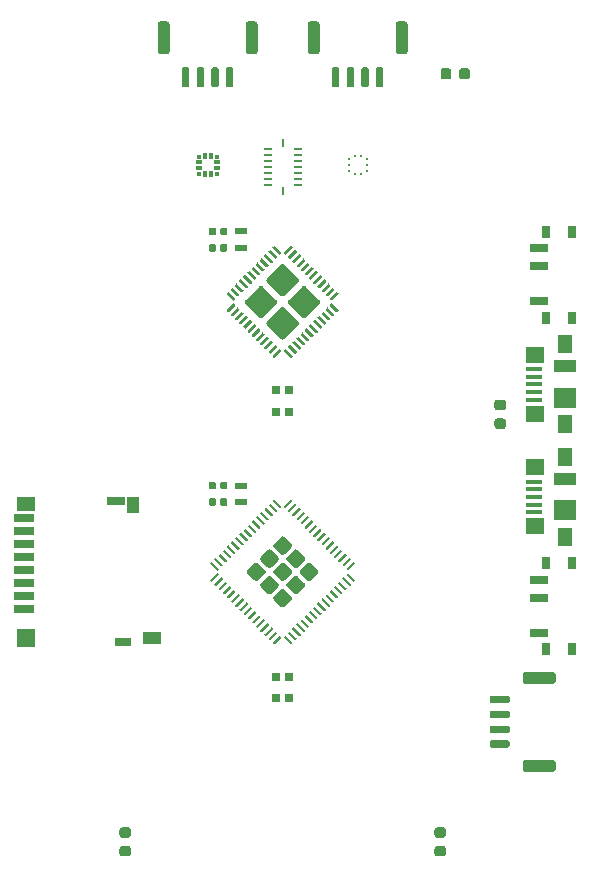
<source format=gtp>
G04 #@! TF.GenerationSoftware,KiCad,Pcbnew,(5.1.5)-3*
G04 #@! TF.CreationDate,2021-07-31T13:35:11-07:00*
G04 #@! TF.ProjectId,allfc,616c6c66-632e-46b6-9963-61645f706362,rev?*
G04 #@! TF.SameCoordinates,Original*
G04 #@! TF.FileFunction,Paste,Top*
G04 #@! TF.FilePolarity,Positive*
%FSLAX46Y46*%
G04 Gerber Fmt 4.6, Leading zero omitted, Abs format (unit mm)*
G04 Created by KiCad (PCBNEW (5.1.5)-3) date 2021-07-31 13:35:11*
%MOMM*%
%LPD*%
G04 APERTURE LIST*
%ADD10C,0.127000*%
%ADD11R,1.900000X1.000000*%
%ADD12R,1.900000X1.800000*%
%ADD13R,1.300000X1.650000*%
%ADD14R,1.550000X1.425000*%
%ADD15R,1.380000X0.450000*%
%ADD16R,0.700000X0.700000*%
%ADD17R,1.100000X0.600000*%
%ADD18R,0.250000X0.675000*%
%ADD19R,0.675000X0.250000*%
%ADD20R,0.275000X0.250000*%
%ADD21R,0.250000X0.275000*%
%ADD22R,0.500000X0.300000*%
%ADD23R,0.400000X0.400000*%
%ADD24R,0.300000X0.500000*%
%ADD25R,1.500000X0.700000*%
%ADD26R,0.800000X1.000000*%
%ADD27R,1.750000X0.700000*%
%ADD28R,1.500000X1.300000*%
%ADD29R,1.500000X0.800000*%
%ADD30R,1.000000X1.450000*%
%ADD31R,1.400000X0.800000*%
%ADD32R,1.500000X1.500000*%
%ADD33R,1.550000X1.000000*%
G04 APERTURE END LIST*
D10*
G36*
X105497691Y-71662053D02*
G01*
X105518926Y-71665203D01*
X105539750Y-71670419D01*
X105559962Y-71677651D01*
X105579368Y-71686830D01*
X105597781Y-71697866D01*
X105615024Y-71710654D01*
X105630930Y-71725070D01*
X105645346Y-71740976D01*
X105658134Y-71758219D01*
X105669170Y-71776632D01*
X105678349Y-71796038D01*
X105685581Y-71816250D01*
X105690797Y-71837074D01*
X105693947Y-71858309D01*
X105695000Y-71879750D01*
X105695000Y-72392250D01*
X105693947Y-72413691D01*
X105690797Y-72434926D01*
X105685581Y-72455750D01*
X105678349Y-72475962D01*
X105669170Y-72495368D01*
X105658134Y-72513781D01*
X105645346Y-72531024D01*
X105630930Y-72546930D01*
X105615024Y-72561346D01*
X105597781Y-72574134D01*
X105579368Y-72585170D01*
X105559962Y-72594349D01*
X105539750Y-72601581D01*
X105518926Y-72606797D01*
X105497691Y-72609947D01*
X105476250Y-72611000D01*
X105038750Y-72611000D01*
X105017309Y-72609947D01*
X104996074Y-72606797D01*
X104975250Y-72601581D01*
X104955038Y-72594349D01*
X104935632Y-72585170D01*
X104917219Y-72574134D01*
X104899976Y-72561346D01*
X104884070Y-72546930D01*
X104869654Y-72531024D01*
X104856866Y-72513781D01*
X104845830Y-72495368D01*
X104836651Y-72475962D01*
X104829419Y-72455750D01*
X104824203Y-72434926D01*
X104821053Y-72413691D01*
X104820000Y-72392250D01*
X104820000Y-71879750D01*
X104821053Y-71858309D01*
X104824203Y-71837074D01*
X104829419Y-71816250D01*
X104836651Y-71796038D01*
X104845830Y-71776632D01*
X104856866Y-71758219D01*
X104869654Y-71740976D01*
X104884070Y-71725070D01*
X104899976Y-71710654D01*
X104917219Y-71697866D01*
X104935632Y-71686830D01*
X104955038Y-71677651D01*
X104975250Y-71670419D01*
X104996074Y-71665203D01*
X105017309Y-71662053D01*
X105038750Y-71661000D01*
X105476250Y-71661000D01*
X105497691Y-71662053D01*
G37*
G36*
X107072691Y-71662053D02*
G01*
X107093926Y-71665203D01*
X107114750Y-71670419D01*
X107134962Y-71677651D01*
X107154368Y-71686830D01*
X107172781Y-71697866D01*
X107190024Y-71710654D01*
X107205930Y-71725070D01*
X107220346Y-71740976D01*
X107233134Y-71758219D01*
X107244170Y-71776632D01*
X107253349Y-71796038D01*
X107260581Y-71816250D01*
X107265797Y-71837074D01*
X107268947Y-71858309D01*
X107270000Y-71879750D01*
X107270000Y-72392250D01*
X107268947Y-72413691D01*
X107265797Y-72434926D01*
X107260581Y-72455750D01*
X107253349Y-72475962D01*
X107244170Y-72495368D01*
X107233134Y-72513781D01*
X107220346Y-72531024D01*
X107205930Y-72546930D01*
X107190024Y-72561346D01*
X107172781Y-72574134D01*
X107154368Y-72585170D01*
X107134962Y-72594349D01*
X107114750Y-72601581D01*
X107093926Y-72606797D01*
X107072691Y-72609947D01*
X107051250Y-72611000D01*
X106613750Y-72611000D01*
X106592309Y-72609947D01*
X106571074Y-72606797D01*
X106550250Y-72601581D01*
X106530038Y-72594349D01*
X106510632Y-72585170D01*
X106492219Y-72574134D01*
X106474976Y-72561346D01*
X106459070Y-72546930D01*
X106444654Y-72531024D01*
X106431866Y-72513781D01*
X106420830Y-72495368D01*
X106411651Y-72475962D01*
X106404419Y-72455750D01*
X106399203Y-72434926D01*
X106396053Y-72413691D01*
X106395000Y-72392250D01*
X106395000Y-71879750D01*
X106396053Y-71858309D01*
X106399203Y-71837074D01*
X106404419Y-71816250D01*
X106411651Y-71796038D01*
X106420830Y-71776632D01*
X106431866Y-71758219D01*
X106444654Y-71740976D01*
X106459070Y-71725070D01*
X106474976Y-71710654D01*
X106492219Y-71697866D01*
X106510632Y-71686830D01*
X106530038Y-71677651D01*
X106550250Y-71670419D01*
X106571074Y-71665203D01*
X106592309Y-71662053D01*
X106613750Y-71661000D01*
X107051250Y-71661000D01*
X107072691Y-71662053D01*
G37*
G36*
X105052691Y-135936053D02*
G01*
X105073926Y-135939203D01*
X105094750Y-135944419D01*
X105114962Y-135951651D01*
X105134368Y-135960830D01*
X105152781Y-135971866D01*
X105170024Y-135984654D01*
X105185930Y-135999070D01*
X105200346Y-136014976D01*
X105213134Y-136032219D01*
X105224170Y-136050632D01*
X105233349Y-136070038D01*
X105240581Y-136090250D01*
X105245797Y-136111074D01*
X105248947Y-136132309D01*
X105250000Y-136153750D01*
X105250000Y-136591250D01*
X105248947Y-136612691D01*
X105245797Y-136633926D01*
X105240581Y-136654750D01*
X105233349Y-136674962D01*
X105224170Y-136694368D01*
X105213134Y-136712781D01*
X105200346Y-136730024D01*
X105185930Y-136745930D01*
X105170024Y-136760346D01*
X105152781Y-136773134D01*
X105134368Y-136784170D01*
X105114962Y-136793349D01*
X105094750Y-136800581D01*
X105073926Y-136805797D01*
X105052691Y-136808947D01*
X105031250Y-136810000D01*
X104518750Y-136810000D01*
X104497309Y-136808947D01*
X104476074Y-136805797D01*
X104455250Y-136800581D01*
X104435038Y-136793349D01*
X104415632Y-136784170D01*
X104397219Y-136773134D01*
X104379976Y-136760346D01*
X104364070Y-136745930D01*
X104349654Y-136730024D01*
X104336866Y-136712781D01*
X104325830Y-136694368D01*
X104316651Y-136674962D01*
X104309419Y-136654750D01*
X104304203Y-136633926D01*
X104301053Y-136612691D01*
X104300000Y-136591250D01*
X104300000Y-136153750D01*
X104301053Y-136132309D01*
X104304203Y-136111074D01*
X104309419Y-136090250D01*
X104316651Y-136070038D01*
X104325830Y-136050632D01*
X104336866Y-136032219D01*
X104349654Y-136014976D01*
X104364070Y-135999070D01*
X104379976Y-135984654D01*
X104397219Y-135971866D01*
X104415632Y-135960830D01*
X104435038Y-135951651D01*
X104455250Y-135944419D01*
X104476074Y-135939203D01*
X104497309Y-135936053D01*
X104518750Y-135935000D01*
X105031250Y-135935000D01*
X105052691Y-135936053D01*
G37*
G36*
X105052691Y-137511053D02*
G01*
X105073926Y-137514203D01*
X105094750Y-137519419D01*
X105114962Y-137526651D01*
X105134368Y-137535830D01*
X105152781Y-137546866D01*
X105170024Y-137559654D01*
X105185930Y-137574070D01*
X105200346Y-137589976D01*
X105213134Y-137607219D01*
X105224170Y-137625632D01*
X105233349Y-137645038D01*
X105240581Y-137665250D01*
X105245797Y-137686074D01*
X105248947Y-137707309D01*
X105250000Y-137728750D01*
X105250000Y-138166250D01*
X105248947Y-138187691D01*
X105245797Y-138208926D01*
X105240581Y-138229750D01*
X105233349Y-138249962D01*
X105224170Y-138269368D01*
X105213134Y-138287781D01*
X105200346Y-138305024D01*
X105185930Y-138320930D01*
X105170024Y-138335346D01*
X105152781Y-138348134D01*
X105134368Y-138359170D01*
X105114962Y-138368349D01*
X105094750Y-138375581D01*
X105073926Y-138380797D01*
X105052691Y-138383947D01*
X105031250Y-138385000D01*
X104518750Y-138385000D01*
X104497309Y-138383947D01*
X104476074Y-138380797D01*
X104455250Y-138375581D01*
X104435038Y-138368349D01*
X104415632Y-138359170D01*
X104397219Y-138348134D01*
X104379976Y-138335346D01*
X104364070Y-138320930D01*
X104349654Y-138305024D01*
X104336866Y-138287781D01*
X104325830Y-138269368D01*
X104316651Y-138249962D01*
X104309419Y-138229750D01*
X104304203Y-138208926D01*
X104301053Y-138187691D01*
X104300000Y-138166250D01*
X104300000Y-137728750D01*
X104301053Y-137707309D01*
X104304203Y-137686074D01*
X104309419Y-137665250D01*
X104316651Y-137645038D01*
X104325830Y-137625632D01*
X104336866Y-137607219D01*
X104349654Y-137589976D01*
X104364070Y-137574070D01*
X104379976Y-137559654D01*
X104397219Y-137546866D01*
X104415632Y-137535830D01*
X104435038Y-137526651D01*
X104455250Y-137519419D01*
X104476074Y-137514203D01*
X104497309Y-137511053D01*
X104518750Y-137510000D01*
X105031250Y-137510000D01*
X105052691Y-137511053D01*
G37*
G36*
X78382691Y-135936053D02*
G01*
X78403926Y-135939203D01*
X78424750Y-135944419D01*
X78444962Y-135951651D01*
X78464368Y-135960830D01*
X78482781Y-135971866D01*
X78500024Y-135984654D01*
X78515930Y-135999070D01*
X78530346Y-136014976D01*
X78543134Y-136032219D01*
X78554170Y-136050632D01*
X78563349Y-136070038D01*
X78570581Y-136090250D01*
X78575797Y-136111074D01*
X78578947Y-136132309D01*
X78580000Y-136153750D01*
X78580000Y-136591250D01*
X78578947Y-136612691D01*
X78575797Y-136633926D01*
X78570581Y-136654750D01*
X78563349Y-136674962D01*
X78554170Y-136694368D01*
X78543134Y-136712781D01*
X78530346Y-136730024D01*
X78515930Y-136745930D01*
X78500024Y-136760346D01*
X78482781Y-136773134D01*
X78464368Y-136784170D01*
X78444962Y-136793349D01*
X78424750Y-136800581D01*
X78403926Y-136805797D01*
X78382691Y-136808947D01*
X78361250Y-136810000D01*
X77848750Y-136810000D01*
X77827309Y-136808947D01*
X77806074Y-136805797D01*
X77785250Y-136800581D01*
X77765038Y-136793349D01*
X77745632Y-136784170D01*
X77727219Y-136773134D01*
X77709976Y-136760346D01*
X77694070Y-136745930D01*
X77679654Y-136730024D01*
X77666866Y-136712781D01*
X77655830Y-136694368D01*
X77646651Y-136674962D01*
X77639419Y-136654750D01*
X77634203Y-136633926D01*
X77631053Y-136612691D01*
X77630000Y-136591250D01*
X77630000Y-136153750D01*
X77631053Y-136132309D01*
X77634203Y-136111074D01*
X77639419Y-136090250D01*
X77646651Y-136070038D01*
X77655830Y-136050632D01*
X77666866Y-136032219D01*
X77679654Y-136014976D01*
X77694070Y-135999070D01*
X77709976Y-135984654D01*
X77727219Y-135971866D01*
X77745632Y-135960830D01*
X77765038Y-135951651D01*
X77785250Y-135944419D01*
X77806074Y-135939203D01*
X77827309Y-135936053D01*
X77848750Y-135935000D01*
X78361250Y-135935000D01*
X78382691Y-135936053D01*
G37*
G36*
X78382691Y-137511053D02*
G01*
X78403926Y-137514203D01*
X78424750Y-137519419D01*
X78444962Y-137526651D01*
X78464368Y-137535830D01*
X78482781Y-137546866D01*
X78500024Y-137559654D01*
X78515930Y-137574070D01*
X78530346Y-137589976D01*
X78543134Y-137607219D01*
X78554170Y-137625632D01*
X78563349Y-137645038D01*
X78570581Y-137665250D01*
X78575797Y-137686074D01*
X78578947Y-137707309D01*
X78580000Y-137728750D01*
X78580000Y-138166250D01*
X78578947Y-138187691D01*
X78575797Y-138208926D01*
X78570581Y-138229750D01*
X78563349Y-138249962D01*
X78554170Y-138269368D01*
X78543134Y-138287781D01*
X78530346Y-138305024D01*
X78515930Y-138320930D01*
X78500024Y-138335346D01*
X78482781Y-138348134D01*
X78464368Y-138359170D01*
X78444962Y-138368349D01*
X78424750Y-138375581D01*
X78403926Y-138380797D01*
X78382691Y-138383947D01*
X78361250Y-138385000D01*
X77848750Y-138385000D01*
X77827309Y-138383947D01*
X77806074Y-138380797D01*
X77785250Y-138375581D01*
X77765038Y-138368349D01*
X77745632Y-138359170D01*
X77727219Y-138348134D01*
X77709976Y-138335346D01*
X77694070Y-138320930D01*
X77679654Y-138305024D01*
X77666866Y-138287781D01*
X77655830Y-138269368D01*
X77646651Y-138249962D01*
X77639419Y-138229750D01*
X77634203Y-138208926D01*
X77631053Y-138187691D01*
X77630000Y-138166250D01*
X77630000Y-137728750D01*
X77631053Y-137707309D01*
X77634203Y-137686074D01*
X77639419Y-137665250D01*
X77646651Y-137645038D01*
X77655830Y-137625632D01*
X77666866Y-137607219D01*
X77679654Y-137589976D01*
X77694070Y-137574070D01*
X77709976Y-137559654D01*
X77727219Y-137546866D01*
X77745632Y-137535830D01*
X77765038Y-137526651D01*
X77785250Y-137519419D01*
X77806074Y-137514203D01*
X77827309Y-137511053D01*
X77848750Y-137510000D01*
X78361250Y-137510000D01*
X78382691Y-137511053D01*
G37*
G36*
X110132691Y-101316053D02*
G01*
X110153926Y-101319203D01*
X110174750Y-101324419D01*
X110194962Y-101331651D01*
X110214368Y-101340830D01*
X110232781Y-101351866D01*
X110250024Y-101364654D01*
X110265930Y-101379070D01*
X110280346Y-101394976D01*
X110293134Y-101412219D01*
X110304170Y-101430632D01*
X110313349Y-101450038D01*
X110320581Y-101470250D01*
X110325797Y-101491074D01*
X110328947Y-101512309D01*
X110330000Y-101533750D01*
X110330000Y-101971250D01*
X110328947Y-101992691D01*
X110325797Y-102013926D01*
X110320581Y-102034750D01*
X110313349Y-102054962D01*
X110304170Y-102074368D01*
X110293134Y-102092781D01*
X110280346Y-102110024D01*
X110265930Y-102125930D01*
X110250024Y-102140346D01*
X110232781Y-102153134D01*
X110214368Y-102164170D01*
X110194962Y-102173349D01*
X110174750Y-102180581D01*
X110153926Y-102185797D01*
X110132691Y-102188947D01*
X110111250Y-102190000D01*
X109598750Y-102190000D01*
X109577309Y-102188947D01*
X109556074Y-102185797D01*
X109535250Y-102180581D01*
X109515038Y-102173349D01*
X109495632Y-102164170D01*
X109477219Y-102153134D01*
X109459976Y-102140346D01*
X109444070Y-102125930D01*
X109429654Y-102110024D01*
X109416866Y-102092781D01*
X109405830Y-102074368D01*
X109396651Y-102054962D01*
X109389419Y-102034750D01*
X109384203Y-102013926D01*
X109381053Y-101992691D01*
X109380000Y-101971250D01*
X109380000Y-101533750D01*
X109381053Y-101512309D01*
X109384203Y-101491074D01*
X109389419Y-101470250D01*
X109396651Y-101450038D01*
X109405830Y-101430632D01*
X109416866Y-101412219D01*
X109429654Y-101394976D01*
X109444070Y-101379070D01*
X109459976Y-101364654D01*
X109477219Y-101351866D01*
X109495632Y-101340830D01*
X109515038Y-101331651D01*
X109535250Y-101324419D01*
X109556074Y-101319203D01*
X109577309Y-101316053D01*
X109598750Y-101315000D01*
X110111250Y-101315000D01*
X110132691Y-101316053D01*
G37*
G36*
X110132691Y-99741053D02*
G01*
X110153926Y-99744203D01*
X110174750Y-99749419D01*
X110194962Y-99756651D01*
X110214368Y-99765830D01*
X110232781Y-99776866D01*
X110250024Y-99789654D01*
X110265930Y-99804070D01*
X110280346Y-99819976D01*
X110293134Y-99837219D01*
X110304170Y-99855632D01*
X110313349Y-99875038D01*
X110320581Y-99895250D01*
X110325797Y-99916074D01*
X110328947Y-99937309D01*
X110330000Y-99958750D01*
X110330000Y-100396250D01*
X110328947Y-100417691D01*
X110325797Y-100438926D01*
X110320581Y-100459750D01*
X110313349Y-100479962D01*
X110304170Y-100499368D01*
X110293134Y-100517781D01*
X110280346Y-100535024D01*
X110265930Y-100550930D01*
X110250024Y-100565346D01*
X110232781Y-100578134D01*
X110214368Y-100589170D01*
X110194962Y-100598349D01*
X110174750Y-100605581D01*
X110153926Y-100610797D01*
X110132691Y-100613947D01*
X110111250Y-100615000D01*
X109598750Y-100615000D01*
X109577309Y-100613947D01*
X109556074Y-100610797D01*
X109535250Y-100605581D01*
X109515038Y-100598349D01*
X109495632Y-100589170D01*
X109477219Y-100578134D01*
X109459976Y-100565346D01*
X109444070Y-100550930D01*
X109429654Y-100535024D01*
X109416866Y-100517781D01*
X109405830Y-100499368D01*
X109396651Y-100479962D01*
X109389419Y-100459750D01*
X109384203Y-100438926D01*
X109381053Y-100417691D01*
X109380000Y-100396250D01*
X109380000Y-99958750D01*
X109381053Y-99937309D01*
X109384203Y-99916074D01*
X109389419Y-99895250D01*
X109396651Y-99875038D01*
X109405830Y-99855632D01*
X109416866Y-99837219D01*
X109429654Y-99819976D01*
X109444070Y-99804070D01*
X109459976Y-99789654D01*
X109477219Y-99776866D01*
X109495632Y-99765830D01*
X109515038Y-99756651D01*
X109535250Y-99749419D01*
X109556074Y-99744203D01*
X109577309Y-99741053D01*
X109598750Y-99740000D01*
X110111250Y-99740000D01*
X110132691Y-99741053D01*
G37*
G36*
X96079703Y-71585722D02*
G01*
X96094264Y-71587882D01*
X96108543Y-71591459D01*
X96122403Y-71596418D01*
X96135710Y-71602712D01*
X96148336Y-71610280D01*
X96160159Y-71619048D01*
X96171066Y-71628934D01*
X96180952Y-71639841D01*
X96189720Y-71651664D01*
X96197288Y-71664290D01*
X96203582Y-71677597D01*
X96208541Y-71691457D01*
X96212118Y-71705736D01*
X96214278Y-71720297D01*
X96215000Y-71735000D01*
X96215000Y-73135000D01*
X96214278Y-73149703D01*
X96212118Y-73164264D01*
X96208541Y-73178543D01*
X96203582Y-73192403D01*
X96197288Y-73205710D01*
X96189720Y-73218336D01*
X96180952Y-73230159D01*
X96171066Y-73241066D01*
X96160159Y-73250952D01*
X96148336Y-73259720D01*
X96135710Y-73267288D01*
X96122403Y-73273582D01*
X96108543Y-73278541D01*
X96094264Y-73282118D01*
X96079703Y-73284278D01*
X96065000Y-73285000D01*
X95765000Y-73285000D01*
X95750297Y-73284278D01*
X95735736Y-73282118D01*
X95721457Y-73278541D01*
X95707597Y-73273582D01*
X95694290Y-73267288D01*
X95681664Y-73259720D01*
X95669841Y-73250952D01*
X95658934Y-73241066D01*
X95649048Y-73230159D01*
X95640280Y-73218336D01*
X95632712Y-73205710D01*
X95626418Y-73192403D01*
X95621459Y-73178543D01*
X95617882Y-73164264D01*
X95615722Y-73149703D01*
X95615000Y-73135000D01*
X95615000Y-71735000D01*
X95615722Y-71720297D01*
X95617882Y-71705736D01*
X95621459Y-71691457D01*
X95626418Y-71677597D01*
X95632712Y-71664290D01*
X95640280Y-71651664D01*
X95649048Y-71639841D01*
X95658934Y-71628934D01*
X95669841Y-71619048D01*
X95681664Y-71610280D01*
X95694290Y-71602712D01*
X95707597Y-71596418D01*
X95721457Y-71591459D01*
X95735736Y-71587882D01*
X95750297Y-71585722D01*
X95765000Y-71585000D01*
X96065000Y-71585000D01*
X96079703Y-71585722D01*
G37*
G36*
X97329703Y-71585722D02*
G01*
X97344264Y-71587882D01*
X97358543Y-71591459D01*
X97372403Y-71596418D01*
X97385710Y-71602712D01*
X97398336Y-71610280D01*
X97410159Y-71619048D01*
X97421066Y-71628934D01*
X97430952Y-71639841D01*
X97439720Y-71651664D01*
X97447288Y-71664290D01*
X97453582Y-71677597D01*
X97458541Y-71691457D01*
X97462118Y-71705736D01*
X97464278Y-71720297D01*
X97465000Y-71735000D01*
X97465000Y-73135000D01*
X97464278Y-73149703D01*
X97462118Y-73164264D01*
X97458541Y-73178543D01*
X97453582Y-73192403D01*
X97447288Y-73205710D01*
X97439720Y-73218336D01*
X97430952Y-73230159D01*
X97421066Y-73241066D01*
X97410159Y-73250952D01*
X97398336Y-73259720D01*
X97385710Y-73267288D01*
X97372403Y-73273582D01*
X97358543Y-73278541D01*
X97344264Y-73282118D01*
X97329703Y-73284278D01*
X97315000Y-73285000D01*
X97015000Y-73285000D01*
X97000297Y-73284278D01*
X96985736Y-73282118D01*
X96971457Y-73278541D01*
X96957597Y-73273582D01*
X96944290Y-73267288D01*
X96931664Y-73259720D01*
X96919841Y-73250952D01*
X96908934Y-73241066D01*
X96899048Y-73230159D01*
X96890280Y-73218336D01*
X96882712Y-73205710D01*
X96876418Y-73192403D01*
X96871459Y-73178543D01*
X96867882Y-73164264D01*
X96865722Y-73149703D01*
X96865000Y-73135000D01*
X96865000Y-71735000D01*
X96865722Y-71720297D01*
X96867882Y-71705736D01*
X96871459Y-71691457D01*
X96876418Y-71677597D01*
X96882712Y-71664290D01*
X96890280Y-71651664D01*
X96899048Y-71639841D01*
X96908934Y-71628934D01*
X96919841Y-71619048D01*
X96931664Y-71610280D01*
X96944290Y-71602712D01*
X96957597Y-71596418D01*
X96971457Y-71591459D01*
X96985736Y-71587882D01*
X97000297Y-71585722D01*
X97015000Y-71585000D01*
X97315000Y-71585000D01*
X97329703Y-71585722D01*
G37*
G36*
X98579703Y-71585722D02*
G01*
X98594264Y-71587882D01*
X98608543Y-71591459D01*
X98622403Y-71596418D01*
X98635710Y-71602712D01*
X98648336Y-71610280D01*
X98660159Y-71619048D01*
X98671066Y-71628934D01*
X98680952Y-71639841D01*
X98689720Y-71651664D01*
X98697288Y-71664290D01*
X98703582Y-71677597D01*
X98708541Y-71691457D01*
X98712118Y-71705736D01*
X98714278Y-71720297D01*
X98715000Y-71735000D01*
X98715000Y-73135000D01*
X98714278Y-73149703D01*
X98712118Y-73164264D01*
X98708541Y-73178543D01*
X98703582Y-73192403D01*
X98697288Y-73205710D01*
X98689720Y-73218336D01*
X98680952Y-73230159D01*
X98671066Y-73241066D01*
X98660159Y-73250952D01*
X98648336Y-73259720D01*
X98635710Y-73267288D01*
X98622403Y-73273582D01*
X98608543Y-73278541D01*
X98594264Y-73282118D01*
X98579703Y-73284278D01*
X98565000Y-73285000D01*
X98265000Y-73285000D01*
X98250297Y-73284278D01*
X98235736Y-73282118D01*
X98221457Y-73278541D01*
X98207597Y-73273582D01*
X98194290Y-73267288D01*
X98181664Y-73259720D01*
X98169841Y-73250952D01*
X98158934Y-73241066D01*
X98149048Y-73230159D01*
X98140280Y-73218336D01*
X98132712Y-73205710D01*
X98126418Y-73192403D01*
X98121459Y-73178543D01*
X98117882Y-73164264D01*
X98115722Y-73149703D01*
X98115000Y-73135000D01*
X98115000Y-71735000D01*
X98115722Y-71720297D01*
X98117882Y-71705736D01*
X98121459Y-71691457D01*
X98126418Y-71677597D01*
X98132712Y-71664290D01*
X98140280Y-71651664D01*
X98149048Y-71639841D01*
X98158934Y-71628934D01*
X98169841Y-71619048D01*
X98181664Y-71610280D01*
X98194290Y-71602712D01*
X98207597Y-71596418D01*
X98221457Y-71591459D01*
X98235736Y-71587882D01*
X98250297Y-71585722D01*
X98265000Y-71585000D01*
X98565000Y-71585000D01*
X98579703Y-71585722D01*
G37*
G36*
X99829703Y-71585722D02*
G01*
X99844264Y-71587882D01*
X99858543Y-71591459D01*
X99872403Y-71596418D01*
X99885710Y-71602712D01*
X99898336Y-71610280D01*
X99910159Y-71619048D01*
X99921066Y-71628934D01*
X99930952Y-71639841D01*
X99939720Y-71651664D01*
X99947288Y-71664290D01*
X99953582Y-71677597D01*
X99958541Y-71691457D01*
X99962118Y-71705736D01*
X99964278Y-71720297D01*
X99965000Y-71735000D01*
X99965000Y-73135000D01*
X99964278Y-73149703D01*
X99962118Y-73164264D01*
X99958541Y-73178543D01*
X99953582Y-73192403D01*
X99947288Y-73205710D01*
X99939720Y-73218336D01*
X99930952Y-73230159D01*
X99921066Y-73241066D01*
X99910159Y-73250952D01*
X99898336Y-73259720D01*
X99885710Y-73267288D01*
X99872403Y-73273582D01*
X99858543Y-73278541D01*
X99844264Y-73282118D01*
X99829703Y-73284278D01*
X99815000Y-73285000D01*
X99515000Y-73285000D01*
X99500297Y-73284278D01*
X99485736Y-73282118D01*
X99471457Y-73278541D01*
X99457597Y-73273582D01*
X99444290Y-73267288D01*
X99431664Y-73259720D01*
X99419841Y-73250952D01*
X99408934Y-73241066D01*
X99399048Y-73230159D01*
X99390280Y-73218336D01*
X99382712Y-73205710D01*
X99376418Y-73192403D01*
X99371459Y-73178543D01*
X99367882Y-73164264D01*
X99365722Y-73149703D01*
X99365000Y-73135000D01*
X99365000Y-71735000D01*
X99365722Y-71720297D01*
X99367882Y-71705736D01*
X99371459Y-71691457D01*
X99376418Y-71677597D01*
X99382712Y-71664290D01*
X99390280Y-71651664D01*
X99399048Y-71639841D01*
X99408934Y-71628934D01*
X99419841Y-71619048D01*
X99431664Y-71610280D01*
X99444290Y-71602712D01*
X99457597Y-71596418D01*
X99471457Y-71591459D01*
X99485736Y-71587882D01*
X99500297Y-71585722D01*
X99515000Y-71585000D01*
X99815000Y-71585000D01*
X99829703Y-71585722D01*
G37*
G36*
X94339504Y-67686204D02*
G01*
X94363773Y-67689804D01*
X94387571Y-67695765D01*
X94410671Y-67704030D01*
X94432849Y-67714520D01*
X94453893Y-67727133D01*
X94473598Y-67741747D01*
X94491777Y-67758223D01*
X94508253Y-67776402D01*
X94522867Y-67796107D01*
X94535480Y-67817151D01*
X94545970Y-67839329D01*
X94554235Y-67862429D01*
X94560196Y-67886227D01*
X94563796Y-67910496D01*
X94565000Y-67935000D01*
X94565000Y-70235000D01*
X94563796Y-70259504D01*
X94560196Y-70283773D01*
X94554235Y-70307571D01*
X94545970Y-70330671D01*
X94535480Y-70352849D01*
X94522867Y-70373893D01*
X94508253Y-70393598D01*
X94491777Y-70411777D01*
X94473598Y-70428253D01*
X94453893Y-70442867D01*
X94432849Y-70455480D01*
X94410671Y-70465970D01*
X94387571Y-70474235D01*
X94363773Y-70480196D01*
X94339504Y-70483796D01*
X94315000Y-70485000D01*
X93815000Y-70485000D01*
X93790496Y-70483796D01*
X93766227Y-70480196D01*
X93742429Y-70474235D01*
X93719329Y-70465970D01*
X93697151Y-70455480D01*
X93676107Y-70442867D01*
X93656402Y-70428253D01*
X93638223Y-70411777D01*
X93621747Y-70393598D01*
X93607133Y-70373893D01*
X93594520Y-70352849D01*
X93584030Y-70330671D01*
X93575765Y-70307571D01*
X93569804Y-70283773D01*
X93566204Y-70259504D01*
X93565000Y-70235000D01*
X93565000Y-67935000D01*
X93566204Y-67910496D01*
X93569804Y-67886227D01*
X93575765Y-67862429D01*
X93584030Y-67839329D01*
X93594520Y-67817151D01*
X93607133Y-67796107D01*
X93621747Y-67776402D01*
X93638223Y-67758223D01*
X93656402Y-67741747D01*
X93676107Y-67727133D01*
X93697151Y-67714520D01*
X93719329Y-67704030D01*
X93742429Y-67695765D01*
X93766227Y-67689804D01*
X93790496Y-67686204D01*
X93815000Y-67685000D01*
X94315000Y-67685000D01*
X94339504Y-67686204D01*
G37*
G36*
X101789504Y-67686204D02*
G01*
X101813773Y-67689804D01*
X101837571Y-67695765D01*
X101860671Y-67704030D01*
X101882849Y-67714520D01*
X101903893Y-67727133D01*
X101923598Y-67741747D01*
X101941777Y-67758223D01*
X101958253Y-67776402D01*
X101972867Y-67796107D01*
X101985480Y-67817151D01*
X101995970Y-67839329D01*
X102004235Y-67862429D01*
X102010196Y-67886227D01*
X102013796Y-67910496D01*
X102015000Y-67935000D01*
X102015000Y-70235000D01*
X102013796Y-70259504D01*
X102010196Y-70283773D01*
X102004235Y-70307571D01*
X101995970Y-70330671D01*
X101985480Y-70352849D01*
X101972867Y-70373893D01*
X101958253Y-70393598D01*
X101941777Y-70411777D01*
X101923598Y-70428253D01*
X101903893Y-70442867D01*
X101882849Y-70455480D01*
X101860671Y-70465970D01*
X101837571Y-70474235D01*
X101813773Y-70480196D01*
X101789504Y-70483796D01*
X101765000Y-70485000D01*
X101265000Y-70485000D01*
X101240496Y-70483796D01*
X101216227Y-70480196D01*
X101192429Y-70474235D01*
X101169329Y-70465970D01*
X101147151Y-70455480D01*
X101126107Y-70442867D01*
X101106402Y-70428253D01*
X101088223Y-70411777D01*
X101071747Y-70393598D01*
X101057133Y-70373893D01*
X101044520Y-70352849D01*
X101034030Y-70330671D01*
X101025765Y-70307571D01*
X101019804Y-70283773D01*
X101016204Y-70259504D01*
X101015000Y-70235000D01*
X101015000Y-67935000D01*
X101016204Y-67910496D01*
X101019804Y-67886227D01*
X101025765Y-67862429D01*
X101034030Y-67839329D01*
X101044520Y-67817151D01*
X101057133Y-67796107D01*
X101071747Y-67776402D01*
X101088223Y-67758223D01*
X101106402Y-67741747D01*
X101126107Y-67727133D01*
X101147151Y-67714520D01*
X101169329Y-67704030D01*
X101192429Y-67695765D01*
X101216227Y-67689804D01*
X101240496Y-67686204D01*
X101265000Y-67685000D01*
X101765000Y-67685000D01*
X101789504Y-67686204D01*
G37*
G36*
X83379703Y-71585722D02*
G01*
X83394264Y-71587882D01*
X83408543Y-71591459D01*
X83422403Y-71596418D01*
X83435710Y-71602712D01*
X83448336Y-71610280D01*
X83460159Y-71619048D01*
X83471066Y-71628934D01*
X83480952Y-71639841D01*
X83489720Y-71651664D01*
X83497288Y-71664290D01*
X83503582Y-71677597D01*
X83508541Y-71691457D01*
X83512118Y-71705736D01*
X83514278Y-71720297D01*
X83515000Y-71735000D01*
X83515000Y-73135000D01*
X83514278Y-73149703D01*
X83512118Y-73164264D01*
X83508541Y-73178543D01*
X83503582Y-73192403D01*
X83497288Y-73205710D01*
X83489720Y-73218336D01*
X83480952Y-73230159D01*
X83471066Y-73241066D01*
X83460159Y-73250952D01*
X83448336Y-73259720D01*
X83435710Y-73267288D01*
X83422403Y-73273582D01*
X83408543Y-73278541D01*
X83394264Y-73282118D01*
X83379703Y-73284278D01*
X83365000Y-73285000D01*
X83065000Y-73285000D01*
X83050297Y-73284278D01*
X83035736Y-73282118D01*
X83021457Y-73278541D01*
X83007597Y-73273582D01*
X82994290Y-73267288D01*
X82981664Y-73259720D01*
X82969841Y-73250952D01*
X82958934Y-73241066D01*
X82949048Y-73230159D01*
X82940280Y-73218336D01*
X82932712Y-73205710D01*
X82926418Y-73192403D01*
X82921459Y-73178543D01*
X82917882Y-73164264D01*
X82915722Y-73149703D01*
X82915000Y-73135000D01*
X82915000Y-71735000D01*
X82915722Y-71720297D01*
X82917882Y-71705736D01*
X82921459Y-71691457D01*
X82926418Y-71677597D01*
X82932712Y-71664290D01*
X82940280Y-71651664D01*
X82949048Y-71639841D01*
X82958934Y-71628934D01*
X82969841Y-71619048D01*
X82981664Y-71610280D01*
X82994290Y-71602712D01*
X83007597Y-71596418D01*
X83021457Y-71591459D01*
X83035736Y-71587882D01*
X83050297Y-71585722D01*
X83065000Y-71585000D01*
X83365000Y-71585000D01*
X83379703Y-71585722D01*
G37*
G36*
X84629703Y-71585722D02*
G01*
X84644264Y-71587882D01*
X84658543Y-71591459D01*
X84672403Y-71596418D01*
X84685710Y-71602712D01*
X84698336Y-71610280D01*
X84710159Y-71619048D01*
X84721066Y-71628934D01*
X84730952Y-71639841D01*
X84739720Y-71651664D01*
X84747288Y-71664290D01*
X84753582Y-71677597D01*
X84758541Y-71691457D01*
X84762118Y-71705736D01*
X84764278Y-71720297D01*
X84765000Y-71735000D01*
X84765000Y-73135000D01*
X84764278Y-73149703D01*
X84762118Y-73164264D01*
X84758541Y-73178543D01*
X84753582Y-73192403D01*
X84747288Y-73205710D01*
X84739720Y-73218336D01*
X84730952Y-73230159D01*
X84721066Y-73241066D01*
X84710159Y-73250952D01*
X84698336Y-73259720D01*
X84685710Y-73267288D01*
X84672403Y-73273582D01*
X84658543Y-73278541D01*
X84644264Y-73282118D01*
X84629703Y-73284278D01*
X84615000Y-73285000D01*
X84315000Y-73285000D01*
X84300297Y-73284278D01*
X84285736Y-73282118D01*
X84271457Y-73278541D01*
X84257597Y-73273582D01*
X84244290Y-73267288D01*
X84231664Y-73259720D01*
X84219841Y-73250952D01*
X84208934Y-73241066D01*
X84199048Y-73230159D01*
X84190280Y-73218336D01*
X84182712Y-73205710D01*
X84176418Y-73192403D01*
X84171459Y-73178543D01*
X84167882Y-73164264D01*
X84165722Y-73149703D01*
X84165000Y-73135000D01*
X84165000Y-71735000D01*
X84165722Y-71720297D01*
X84167882Y-71705736D01*
X84171459Y-71691457D01*
X84176418Y-71677597D01*
X84182712Y-71664290D01*
X84190280Y-71651664D01*
X84199048Y-71639841D01*
X84208934Y-71628934D01*
X84219841Y-71619048D01*
X84231664Y-71610280D01*
X84244290Y-71602712D01*
X84257597Y-71596418D01*
X84271457Y-71591459D01*
X84285736Y-71587882D01*
X84300297Y-71585722D01*
X84315000Y-71585000D01*
X84615000Y-71585000D01*
X84629703Y-71585722D01*
G37*
G36*
X85879703Y-71585722D02*
G01*
X85894264Y-71587882D01*
X85908543Y-71591459D01*
X85922403Y-71596418D01*
X85935710Y-71602712D01*
X85948336Y-71610280D01*
X85960159Y-71619048D01*
X85971066Y-71628934D01*
X85980952Y-71639841D01*
X85989720Y-71651664D01*
X85997288Y-71664290D01*
X86003582Y-71677597D01*
X86008541Y-71691457D01*
X86012118Y-71705736D01*
X86014278Y-71720297D01*
X86015000Y-71735000D01*
X86015000Y-73135000D01*
X86014278Y-73149703D01*
X86012118Y-73164264D01*
X86008541Y-73178543D01*
X86003582Y-73192403D01*
X85997288Y-73205710D01*
X85989720Y-73218336D01*
X85980952Y-73230159D01*
X85971066Y-73241066D01*
X85960159Y-73250952D01*
X85948336Y-73259720D01*
X85935710Y-73267288D01*
X85922403Y-73273582D01*
X85908543Y-73278541D01*
X85894264Y-73282118D01*
X85879703Y-73284278D01*
X85865000Y-73285000D01*
X85565000Y-73285000D01*
X85550297Y-73284278D01*
X85535736Y-73282118D01*
X85521457Y-73278541D01*
X85507597Y-73273582D01*
X85494290Y-73267288D01*
X85481664Y-73259720D01*
X85469841Y-73250952D01*
X85458934Y-73241066D01*
X85449048Y-73230159D01*
X85440280Y-73218336D01*
X85432712Y-73205710D01*
X85426418Y-73192403D01*
X85421459Y-73178543D01*
X85417882Y-73164264D01*
X85415722Y-73149703D01*
X85415000Y-73135000D01*
X85415000Y-71735000D01*
X85415722Y-71720297D01*
X85417882Y-71705736D01*
X85421459Y-71691457D01*
X85426418Y-71677597D01*
X85432712Y-71664290D01*
X85440280Y-71651664D01*
X85449048Y-71639841D01*
X85458934Y-71628934D01*
X85469841Y-71619048D01*
X85481664Y-71610280D01*
X85494290Y-71602712D01*
X85507597Y-71596418D01*
X85521457Y-71591459D01*
X85535736Y-71587882D01*
X85550297Y-71585722D01*
X85565000Y-71585000D01*
X85865000Y-71585000D01*
X85879703Y-71585722D01*
G37*
G36*
X87129703Y-71585722D02*
G01*
X87144264Y-71587882D01*
X87158543Y-71591459D01*
X87172403Y-71596418D01*
X87185710Y-71602712D01*
X87198336Y-71610280D01*
X87210159Y-71619048D01*
X87221066Y-71628934D01*
X87230952Y-71639841D01*
X87239720Y-71651664D01*
X87247288Y-71664290D01*
X87253582Y-71677597D01*
X87258541Y-71691457D01*
X87262118Y-71705736D01*
X87264278Y-71720297D01*
X87265000Y-71735000D01*
X87265000Y-73135000D01*
X87264278Y-73149703D01*
X87262118Y-73164264D01*
X87258541Y-73178543D01*
X87253582Y-73192403D01*
X87247288Y-73205710D01*
X87239720Y-73218336D01*
X87230952Y-73230159D01*
X87221066Y-73241066D01*
X87210159Y-73250952D01*
X87198336Y-73259720D01*
X87185710Y-73267288D01*
X87172403Y-73273582D01*
X87158543Y-73278541D01*
X87144264Y-73282118D01*
X87129703Y-73284278D01*
X87115000Y-73285000D01*
X86815000Y-73285000D01*
X86800297Y-73284278D01*
X86785736Y-73282118D01*
X86771457Y-73278541D01*
X86757597Y-73273582D01*
X86744290Y-73267288D01*
X86731664Y-73259720D01*
X86719841Y-73250952D01*
X86708934Y-73241066D01*
X86699048Y-73230159D01*
X86690280Y-73218336D01*
X86682712Y-73205710D01*
X86676418Y-73192403D01*
X86671459Y-73178543D01*
X86667882Y-73164264D01*
X86665722Y-73149703D01*
X86665000Y-73135000D01*
X86665000Y-71735000D01*
X86665722Y-71720297D01*
X86667882Y-71705736D01*
X86671459Y-71691457D01*
X86676418Y-71677597D01*
X86682712Y-71664290D01*
X86690280Y-71651664D01*
X86699048Y-71639841D01*
X86708934Y-71628934D01*
X86719841Y-71619048D01*
X86731664Y-71610280D01*
X86744290Y-71602712D01*
X86757597Y-71596418D01*
X86771457Y-71591459D01*
X86785736Y-71587882D01*
X86800297Y-71585722D01*
X86815000Y-71585000D01*
X87115000Y-71585000D01*
X87129703Y-71585722D01*
G37*
G36*
X81639504Y-67686204D02*
G01*
X81663773Y-67689804D01*
X81687571Y-67695765D01*
X81710671Y-67704030D01*
X81732849Y-67714520D01*
X81753893Y-67727133D01*
X81773598Y-67741747D01*
X81791777Y-67758223D01*
X81808253Y-67776402D01*
X81822867Y-67796107D01*
X81835480Y-67817151D01*
X81845970Y-67839329D01*
X81854235Y-67862429D01*
X81860196Y-67886227D01*
X81863796Y-67910496D01*
X81865000Y-67935000D01*
X81865000Y-70235000D01*
X81863796Y-70259504D01*
X81860196Y-70283773D01*
X81854235Y-70307571D01*
X81845970Y-70330671D01*
X81835480Y-70352849D01*
X81822867Y-70373893D01*
X81808253Y-70393598D01*
X81791777Y-70411777D01*
X81773598Y-70428253D01*
X81753893Y-70442867D01*
X81732849Y-70455480D01*
X81710671Y-70465970D01*
X81687571Y-70474235D01*
X81663773Y-70480196D01*
X81639504Y-70483796D01*
X81615000Y-70485000D01*
X81115000Y-70485000D01*
X81090496Y-70483796D01*
X81066227Y-70480196D01*
X81042429Y-70474235D01*
X81019329Y-70465970D01*
X80997151Y-70455480D01*
X80976107Y-70442867D01*
X80956402Y-70428253D01*
X80938223Y-70411777D01*
X80921747Y-70393598D01*
X80907133Y-70373893D01*
X80894520Y-70352849D01*
X80884030Y-70330671D01*
X80875765Y-70307571D01*
X80869804Y-70283773D01*
X80866204Y-70259504D01*
X80865000Y-70235000D01*
X80865000Y-67935000D01*
X80866204Y-67910496D01*
X80869804Y-67886227D01*
X80875765Y-67862429D01*
X80884030Y-67839329D01*
X80894520Y-67817151D01*
X80907133Y-67796107D01*
X80921747Y-67776402D01*
X80938223Y-67758223D01*
X80956402Y-67741747D01*
X80976107Y-67727133D01*
X80997151Y-67714520D01*
X81019329Y-67704030D01*
X81042429Y-67695765D01*
X81066227Y-67689804D01*
X81090496Y-67686204D01*
X81115000Y-67685000D01*
X81615000Y-67685000D01*
X81639504Y-67686204D01*
G37*
G36*
X89089504Y-67686204D02*
G01*
X89113773Y-67689804D01*
X89137571Y-67695765D01*
X89160671Y-67704030D01*
X89182849Y-67714520D01*
X89203893Y-67727133D01*
X89223598Y-67741747D01*
X89241777Y-67758223D01*
X89258253Y-67776402D01*
X89272867Y-67796107D01*
X89285480Y-67817151D01*
X89295970Y-67839329D01*
X89304235Y-67862429D01*
X89310196Y-67886227D01*
X89313796Y-67910496D01*
X89315000Y-67935000D01*
X89315000Y-70235000D01*
X89313796Y-70259504D01*
X89310196Y-70283773D01*
X89304235Y-70307571D01*
X89295970Y-70330671D01*
X89285480Y-70352849D01*
X89272867Y-70373893D01*
X89258253Y-70393598D01*
X89241777Y-70411777D01*
X89223598Y-70428253D01*
X89203893Y-70442867D01*
X89182849Y-70455480D01*
X89160671Y-70465970D01*
X89137571Y-70474235D01*
X89113773Y-70480196D01*
X89089504Y-70483796D01*
X89065000Y-70485000D01*
X88565000Y-70485000D01*
X88540496Y-70483796D01*
X88516227Y-70480196D01*
X88492429Y-70474235D01*
X88469329Y-70465970D01*
X88447151Y-70455480D01*
X88426107Y-70442867D01*
X88406402Y-70428253D01*
X88388223Y-70411777D01*
X88371747Y-70393598D01*
X88357133Y-70373893D01*
X88344520Y-70352849D01*
X88334030Y-70330671D01*
X88325765Y-70307571D01*
X88319804Y-70283773D01*
X88316204Y-70259504D01*
X88315000Y-70235000D01*
X88315000Y-67935000D01*
X88316204Y-67910496D01*
X88319804Y-67886227D01*
X88325765Y-67862429D01*
X88334030Y-67839329D01*
X88344520Y-67817151D01*
X88357133Y-67796107D01*
X88371747Y-67776402D01*
X88388223Y-67758223D01*
X88406402Y-67741747D01*
X88426107Y-67727133D01*
X88447151Y-67714520D01*
X88469329Y-67704030D01*
X88492429Y-67695765D01*
X88516227Y-67689804D01*
X88540496Y-67686204D01*
X88565000Y-67685000D01*
X89065000Y-67685000D01*
X89089504Y-67686204D01*
G37*
G36*
X114334504Y-130226204D02*
G01*
X114358773Y-130229804D01*
X114382571Y-130235765D01*
X114405671Y-130244030D01*
X114427849Y-130254520D01*
X114448893Y-130267133D01*
X114468598Y-130281747D01*
X114486777Y-130298223D01*
X114503253Y-130316402D01*
X114517867Y-130336107D01*
X114530480Y-130357151D01*
X114540970Y-130379329D01*
X114549235Y-130402429D01*
X114555196Y-130426227D01*
X114558796Y-130450496D01*
X114560000Y-130475000D01*
X114560000Y-130975000D01*
X114558796Y-130999504D01*
X114555196Y-131023773D01*
X114549235Y-131047571D01*
X114540970Y-131070671D01*
X114530480Y-131092849D01*
X114517867Y-131113893D01*
X114503253Y-131133598D01*
X114486777Y-131151777D01*
X114468598Y-131168253D01*
X114448893Y-131182867D01*
X114427849Y-131195480D01*
X114405671Y-131205970D01*
X114382571Y-131214235D01*
X114358773Y-131220196D01*
X114334504Y-131223796D01*
X114310000Y-131225000D01*
X112010000Y-131225000D01*
X111985496Y-131223796D01*
X111961227Y-131220196D01*
X111937429Y-131214235D01*
X111914329Y-131205970D01*
X111892151Y-131195480D01*
X111871107Y-131182867D01*
X111851402Y-131168253D01*
X111833223Y-131151777D01*
X111816747Y-131133598D01*
X111802133Y-131113893D01*
X111789520Y-131092849D01*
X111779030Y-131070671D01*
X111770765Y-131047571D01*
X111764804Y-131023773D01*
X111761204Y-130999504D01*
X111760000Y-130975000D01*
X111760000Y-130475000D01*
X111761204Y-130450496D01*
X111764804Y-130426227D01*
X111770765Y-130402429D01*
X111779030Y-130379329D01*
X111789520Y-130357151D01*
X111802133Y-130336107D01*
X111816747Y-130316402D01*
X111833223Y-130298223D01*
X111851402Y-130281747D01*
X111871107Y-130267133D01*
X111892151Y-130254520D01*
X111914329Y-130244030D01*
X111937429Y-130235765D01*
X111961227Y-130229804D01*
X111985496Y-130226204D01*
X112010000Y-130225000D01*
X114310000Y-130225000D01*
X114334504Y-130226204D01*
G37*
G36*
X114334504Y-122776204D02*
G01*
X114358773Y-122779804D01*
X114382571Y-122785765D01*
X114405671Y-122794030D01*
X114427849Y-122804520D01*
X114448893Y-122817133D01*
X114468598Y-122831747D01*
X114486777Y-122848223D01*
X114503253Y-122866402D01*
X114517867Y-122886107D01*
X114530480Y-122907151D01*
X114540970Y-122929329D01*
X114549235Y-122952429D01*
X114555196Y-122976227D01*
X114558796Y-123000496D01*
X114560000Y-123025000D01*
X114560000Y-123525000D01*
X114558796Y-123549504D01*
X114555196Y-123573773D01*
X114549235Y-123597571D01*
X114540970Y-123620671D01*
X114530480Y-123642849D01*
X114517867Y-123663893D01*
X114503253Y-123683598D01*
X114486777Y-123701777D01*
X114468598Y-123718253D01*
X114448893Y-123732867D01*
X114427849Y-123745480D01*
X114405671Y-123755970D01*
X114382571Y-123764235D01*
X114358773Y-123770196D01*
X114334504Y-123773796D01*
X114310000Y-123775000D01*
X112010000Y-123775000D01*
X111985496Y-123773796D01*
X111961227Y-123770196D01*
X111937429Y-123764235D01*
X111914329Y-123755970D01*
X111892151Y-123745480D01*
X111871107Y-123732867D01*
X111851402Y-123718253D01*
X111833223Y-123701777D01*
X111816747Y-123683598D01*
X111802133Y-123663893D01*
X111789520Y-123642849D01*
X111779030Y-123620671D01*
X111770765Y-123597571D01*
X111764804Y-123573773D01*
X111761204Y-123549504D01*
X111760000Y-123525000D01*
X111760000Y-123025000D01*
X111761204Y-123000496D01*
X111764804Y-122976227D01*
X111770765Y-122952429D01*
X111779030Y-122929329D01*
X111789520Y-122907151D01*
X111802133Y-122886107D01*
X111816747Y-122866402D01*
X111833223Y-122848223D01*
X111851402Y-122831747D01*
X111871107Y-122817133D01*
X111892151Y-122804520D01*
X111914329Y-122794030D01*
X111937429Y-122785765D01*
X111961227Y-122779804D01*
X111985496Y-122776204D01*
X112010000Y-122775000D01*
X114310000Y-122775000D01*
X114334504Y-122776204D01*
G37*
G36*
X110524703Y-128575722D02*
G01*
X110539264Y-128577882D01*
X110553543Y-128581459D01*
X110567403Y-128586418D01*
X110580710Y-128592712D01*
X110593336Y-128600280D01*
X110605159Y-128609048D01*
X110616066Y-128618934D01*
X110625952Y-128629841D01*
X110634720Y-128641664D01*
X110642288Y-128654290D01*
X110648582Y-128667597D01*
X110653541Y-128681457D01*
X110657118Y-128695736D01*
X110659278Y-128710297D01*
X110660000Y-128725000D01*
X110660000Y-129025000D01*
X110659278Y-129039703D01*
X110657118Y-129054264D01*
X110653541Y-129068543D01*
X110648582Y-129082403D01*
X110642288Y-129095710D01*
X110634720Y-129108336D01*
X110625952Y-129120159D01*
X110616066Y-129131066D01*
X110605159Y-129140952D01*
X110593336Y-129149720D01*
X110580710Y-129157288D01*
X110567403Y-129163582D01*
X110553543Y-129168541D01*
X110539264Y-129172118D01*
X110524703Y-129174278D01*
X110510000Y-129175000D01*
X109110000Y-129175000D01*
X109095297Y-129174278D01*
X109080736Y-129172118D01*
X109066457Y-129168541D01*
X109052597Y-129163582D01*
X109039290Y-129157288D01*
X109026664Y-129149720D01*
X109014841Y-129140952D01*
X109003934Y-129131066D01*
X108994048Y-129120159D01*
X108985280Y-129108336D01*
X108977712Y-129095710D01*
X108971418Y-129082403D01*
X108966459Y-129068543D01*
X108962882Y-129054264D01*
X108960722Y-129039703D01*
X108960000Y-129025000D01*
X108960000Y-128725000D01*
X108960722Y-128710297D01*
X108962882Y-128695736D01*
X108966459Y-128681457D01*
X108971418Y-128667597D01*
X108977712Y-128654290D01*
X108985280Y-128641664D01*
X108994048Y-128629841D01*
X109003934Y-128618934D01*
X109014841Y-128609048D01*
X109026664Y-128600280D01*
X109039290Y-128592712D01*
X109052597Y-128586418D01*
X109066457Y-128581459D01*
X109080736Y-128577882D01*
X109095297Y-128575722D01*
X109110000Y-128575000D01*
X110510000Y-128575000D01*
X110524703Y-128575722D01*
G37*
G36*
X110524703Y-127325722D02*
G01*
X110539264Y-127327882D01*
X110553543Y-127331459D01*
X110567403Y-127336418D01*
X110580710Y-127342712D01*
X110593336Y-127350280D01*
X110605159Y-127359048D01*
X110616066Y-127368934D01*
X110625952Y-127379841D01*
X110634720Y-127391664D01*
X110642288Y-127404290D01*
X110648582Y-127417597D01*
X110653541Y-127431457D01*
X110657118Y-127445736D01*
X110659278Y-127460297D01*
X110660000Y-127475000D01*
X110660000Y-127775000D01*
X110659278Y-127789703D01*
X110657118Y-127804264D01*
X110653541Y-127818543D01*
X110648582Y-127832403D01*
X110642288Y-127845710D01*
X110634720Y-127858336D01*
X110625952Y-127870159D01*
X110616066Y-127881066D01*
X110605159Y-127890952D01*
X110593336Y-127899720D01*
X110580710Y-127907288D01*
X110567403Y-127913582D01*
X110553543Y-127918541D01*
X110539264Y-127922118D01*
X110524703Y-127924278D01*
X110510000Y-127925000D01*
X109110000Y-127925000D01*
X109095297Y-127924278D01*
X109080736Y-127922118D01*
X109066457Y-127918541D01*
X109052597Y-127913582D01*
X109039290Y-127907288D01*
X109026664Y-127899720D01*
X109014841Y-127890952D01*
X109003934Y-127881066D01*
X108994048Y-127870159D01*
X108985280Y-127858336D01*
X108977712Y-127845710D01*
X108971418Y-127832403D01*
X108966459Y-127818543D01*
X108962882Y-127804264D01*
X108960722Y-127789703D01*
X108960000Y-127775000D01*
X108960000Y-127475000D01*
X108960722Y-127460297D01*
X108962882Y-127445736D01*
X108966459Y-127431457D01*
X108971418Y-127417597D01*
X108977712Y-127404290D01*
X108985280Y-127391664D01*
X108994048Y-127379841D01*
X109003934Y-127368934D01*
X109014841Y-127359048D01*
X109026664Y-127350280D01*
X109039290Y-127342712D01*
X109052597Y-127336418D01*
X109066457Y-127331459D01*
X109080736Y-127327882D01*
X109095297Y-127325722D01*
X109110000Y-127325000D01*
X110510000Y-127325000D01*
X110524703Y-127325722D01*
G37*
G36*
X110524703Y-126075722D02*
G01*
X110539264Y-126077882D01*
X110553543Y-126081459D01*
X110567403Y-126086418D01*
X110580710Y-126092712D01*
X110593336Y-126100280D01*
X110605159Y-126109048D01*
X110616066Y-126118934D01*
X110625952Y-126129841D01*
X110634720Y-126141664D01*
X110642288Y-126154290D01*
X110648582Y-126167597D01*
X110653541Y-126181457D01*
X110657118Y-126195736D01*
X110659278Y-126210297D01*
X110660000Y-126225000D01*
X110660000Y-126525000D01*
X110659278Y-126539703D01*
X110657118Y-126554264D01*
X110653541Y-126568543D01*
X110648582Y-126582403D01*
X110642288Y-126595710D01*
X110634720Y-126608336D01*
X110625952Y-126620159D01*
X110616066Y-126631066D01*
X110605159Y-126640952D01*
X110593336Y-126649720D01*
X110580710Y-126657288D01*
X110567403Y-126663582D01*
X110553543Y-126668541D01*
X110539264Y-126672118D01*
X110524703Y-126674278D01*
X110510000Y-126675000D01*
X109110000Y-126675000D01*
X109095297Y-126674278D01*
X109080736Y-126672118D01*
X109066457Y-126668541D01*
X109052597Y-126663582D01*
X109039290Y-126657288D01*
X109026664Y-126649720D01*
X109014841Y-126640952D01*
X109003934Y-126631066D01*
X108994048Y-126620159D01*
X108985280Y-126608336D01*
X108977712Y-126595710D01*
X108971418Y-126582403D01*
X108966459Y-126568543D01*
X108962882Y-126554264D01*
X108960722Y-126539703D01*
X108960000Y-126525000D01*
X108960000Y-126225000D01*
X108960722Y-126210297D01*
X108962882Y-126195736D01*
X108966459Y-126181457D01*
X108971418Y-126167597D01*
X108977712Y-126154290D01*
X108985280Y-126141664D01*
X108994048Y-126129841D01*
X109003934Y-126118934D01*
X109014841Y-126109048D01*
X109026664Y-126100280D01*
X109039290Y-126092712D01*
X109052597Y-126086418D01*
X109066457Y-126081459D01*
X109080736Y-126077882D01*
X109095297Y-126075722D01*
X109110000Y-126075000D01*
X110510000Y-126075000D01*
X110524703Y-126075722D01*
G37*
G36*
X110524703Y-124825722D02*
G01*
X110539264Y-124827882D01*
X110553543Y-124831459D01*
X110567403Y-124836418D01*
X110580710Y-124842712D01*
X110593336Y-124850280D01*
X110605159Y-124859048D01*
X110616066Y-124868934D01*
X110625952Y-124879841D01*
X110634720Y-124891664D01*
X110642288Y-124904290D01*
X110648582Y-124917597D01*
X110653541Y-124931457D01*
X110657118Y-124945736D01*
X110659278Y-124960297D01*
X110660000Y-124975000D01*
X110660000Y-125275000D01*
X110659278Y-125289703D01*
X110657118Y-125304264D01*
X110653541Y-125318543D01*
X110648582Y-125332403D01*
X110642288Y-125345710D01*
X110634720Y-125358336D01*
X110625952Y-125370159D01*
X110616066Y-125381066D01*
X110605159Y-125390952D01*
X110593336Y-125399720D01*
X110580710Y-125407288D01*
X110567403Y-125413582D01*
X110553543Y-125418541D01*
X110539264Y-125422118D01*
X110524703Y-125424278D01*
X110510000Y-125425000D01*
X109110000Y-125425000D01*
X109095297Y-125424278D01*
X109080736Y-125422118D01*
X109066457Y-125418541D01*
X109052597Y-125413582D01*
X109039290Y-125407288D01*
X109026664Y-125399720D01*
X109014841Y-125390952D01*
X109003934Y-125381066D01*
X108994048Y-125370159D01*
X108985280Y-125358336D01*
X108977712Y-125345710D01*
X108971418Y-125332403D01*
X108966459Y-125318543D01*
X108962882Y-125304264D01*
X108960722Y-125289703D01*
X108960000Y-125275000D01*
X108960000Y-124975000D01*
X108960722Y-124960297D01*
X108962882Y-124945736D01*
X108966459Y-124931457D01*
X108971418Y-124917597D01*
X108977712Y-124904290D01*
X108985280Y-124891664D01*
X108994048Y-124879841D01*
X109003934Y-124868934D01*
X109014841Y-124859048D01*
X109026664Y-124850280D01*
X109039290Y-124842712D01*
X109052597Y-124836418D01*
X109066457Y-124831459D01*
X109080736Y-124827882D01*
X109095297Y-124825722D01*
X109110000Y-124825000D01*
X110510000Y-124825000D01*
X110524703Y-124825722D01*
G37*
D11*
X115373000Y-96875000D03*
D12*
X115373000Y-99575000D03*
D13*
X115373000Y-95050000D03*
X115373000Y-101800000D03*
D14*
X112798000Y-95937500D03*
X112798000Y-100912500D03*
D15*
X112713000Y-97125000D03*
X112713000Y-97775000D03*
X112713000Y-98425000D03*
X112713000Y-99075000D03*
X112713000Y-99725000D03*
D11*
X115373000Y-106400000D03*
D12*
X115373000Y-109100000D03*
D13*
X115373000Y-104575000D03*
X115373000Y-111325000D03*
D14*
X112798000Y-105462500D03*
X112798000Y-110437500D03*
D15*
X112713000Y-106650000D03*
X112713000Y-107300000D03*
X112713000Y-107950000D03*
X112713000Y-108600000D03*
X112713000Y-109250000D03*
D16*
X91990000Y-98907000D03*
X90890000Y-100737000D03*
X90890000Y-98907000D03*
X91990000Y-100737000D03*
X91990000Y-123164000D03*
X90890000Y-124994000D03*
X90890000Y-123164000D03*
X91990000Y-124994000D03*
D17*
X87884000Y-86869500D03*
X87884000Y-85469500D03*
D10*
G36*
X91464504Y-111293488D02*
G01*
X91488773Y-111297088D01*
X91512571Y-111303049D01*
X91535671Y-111311314D01*
X91557849Y-111321804D01*
X91578893Y-111334417D01*
X91598598Y-111349031D01*
X91616777Y-111365507D01*
X92154178Y-111902908D01*
X92170654Y-111921087D01*
X92185268Y-111940792D01*
X92197881Y-111961836D01*
X92208371Y-111984014D01*
X92216636Y-112007114D01*
X92222597Y-112030912D01*
X92226197Y-112055181D01*
X92227401Y-112079685D01*
X92226197Y-112104189D01*
X92222597Y-112128458D01*
X92216636Y-112152256D01*
X92208371Y-112175356D01*
X92197881Y-112197534D01*
X92185268Y-112218578D01*
X92170654Y-112238283D01*
X92154178Y-112256462D01*
X91616777Y-112793863D01*
X91598598Y-112810339D01*
X91578893Y-112824953D01*
X91557849Y-112837566D01*
X91535671Y-112848056D01*
X91512571Y-112856321D01*
X91488773Y-112862282D01*
X91464504Y-112865882D01*
X91440000Y-112867086D01*
X91415496Y-112865882D01*
X91391227Y-112862282D01*
X91367429Y-112856321D01*
X91344329Y-112848056D01*
X91322151Y-112837566D01*
X91301107Y-112824953D01*
X91281402Y-112810339D01*
X91263223Y-112793863D01*
X90725822Y-112256462D01*
X90709346Y-112238283D01*
X90694732Y-112218578D01*
X90682119Y-112197534D01*
X90671629Y-112175356D01*
X90663364Y-112152256D01*
X90657403Y-112128458D01*
X90653803Y-112104189D01*
X90652599Y-112079685D01*
X90653803Y-112055181D01*
X90657403Y-112030912D01*
X90663364Y-112007114D01*
X90671629Y-111984014D01*
X90682119Y-111961836D01*
X90694732Y-111940792D01*
X90709346Y-111921087D01*
X90725822Y-111902908D01*
X91263223Y-111365507D01*
X91281402Y-111349031D01*
X91301107Y-111334417D01*
X91322151Y-111321804D01*
X91344329Y-111311314D01*
X91367429Y-111303049D01*
X91391227Y-111297088D01*
X91415496Y-111293488D01*
X91440000Y-111292284D01*
X91464504Y-111293488D01*
G37*
G36*
X90354346Y-112403645D02*
G01*
X90378615Y-112407245D01*
X90402413Y-112413206D01*
X90425513Y-112421471D01*
X90447691Y-112431961D01*
X90468735Y-112444574D01*
X90488440Y-112459188D01*
X90506619Y-112475664D01*
X91044020Y-113013065D01*
X91060496Y-113031244D01*
X91075110Y-113050949D01*
X91087723Y-113071993D01*
X91098213Y-113094171D01*
X91106478Y-113117271D01*
X91112439Y-113141069D01*
X91116039Y-113165338D01*
X91117243Y-113189842D01*
X91116039Y-113214346D01*
X91112439Y-113238615D01*
X91106478Y-113262413D01*
X91098213Y-113285513D01*
X91087723Y-113307691D01*
X91075110Y-113328735D01*
X91060496Y-113348440D01*
X91044020Y-113366619D01*
X90506619Y-113904020D01*
X90488440Y-113920496D01*
X90468735Y-113935110D01*
X90447691Y-113947723D01*
X90425513Y-113958213D01*
X90402413Y-113966478D01*
X90378615Y-113972439D01*
X90354346Y-113976039D01*
X90329842Y-113977243D01*
X90305338Y-113976039D01*
X90281069Y-113972439D01*
X90257271Y-113966478D01*
X90234171Y-113958213D01*
X90211993Y-113947723D01*
X90190949Y-113935110D01*
X90171244Y-113920496D01*
X90153065Y-113904020D01*
X89615664Y-113366619D01*
X89599188Y-113348440D01*
X89584574Y-113328735D01*
X89571961Y-113307691D01*
X89561471Y-113285513D01*
X89553206Y-113262413D01*
X89547245Y-113238615D01*
X89543645Y-113214346D01*
X89542441Y-113189842D01*
X89543645Y-113165338D01*
X89547245Y-113141069D01*
X89553206Y-113117271D01*
X89561471Y-113094171D01*
X89571961Y-113071993D01*
X89584574Y-113050949D01*
X89599188Y-113031244D01*
X89615664Y-113013065D01*
X90153065Y-112475664D01*
X90171244Y-112459188D01*
X90190949Y-112444574D01*
X90211993Y-112431961D01*
X90234171Y-112421471D01*
X90257271Y-112413206D01*
X90281069Y-112407245D01*
X90305338Y-112403645D01*
X90329842Y-112402441D01*
X90354346Y-112403645D01*
G37*
G36*
X89244189Y-113513803D02*
G01*
X89268458Y-113517403D01*
X89292256Y-113523364D01*
X89315356Y-113531629D01*
X89337534Y-113542119D01*
X89358578Y-113554732D01*
X89378283Y-113569346D01*
X89396462Y-113585822D01*
X89933863Y-114123223D01*
X89950339Y-114141402D01*
X89964953Y-114161107D01*
X89977566Y-114182151D01*
X89988056Y-114204329D01*
X89996321Y-114227429D01*
X90002282Y-114251227D01*
X90005882Y-114275496D01*
X90007086Y-114300000D01*
X90005882Y-114324504D01*
X90002282Y-114348773D01*
X89996321Y-114372571D01*
X89988056Y-114395671D01*
X89977566Y-114417849D01*
X89964953Y-114438893D01*
X89950339Y-114458598D01*
X89933863Y-114476777D01*
X89396462Y-115014178D01*
X89378283Y-115030654D01*
X89358578Y-115045268D01*
X89337534Y-115057881D01*
X89315356Y-115068371D01*
X89292256Y-115076636D01*
X89268458Y-115082597D01*
X89244189Y-115086197D01*
X89219685Y-115087401D01*
X89195181Y-115086197D01*
X89170912Y-115082597D01*
X89147114Y-115076636D01*
X89124014Y-115068371D01*
X89101836Y-115057881D01*
X89080792Y-115045268D01*
X89061087Y-115030654D01*
X89042908Y-115014178D01*
X88505507Y-114476777D01*
X88489031Y-114458598D01*
X88474417Y-114438893D01*
X88461804Y-114417849D01*
X88451314Y-114395671D01*
X88443049Y-114372571D01*
X88437088Y-114348773D01*
X88433488Y-114324504D01*
X88432284Y-114300000D01*
X88433488Y-114275496D01*
X88437088Y-114251227D01*
X88443049Y-114227429D01*
X88451314Y-114204329D01*
X88461804Y-114182151D01*
X88474417Y-114161107D01*
X88489031Y-114141402D01*
X88505507Y-114123223D01*
X89042908Y-113585822D01*
X89061087Y-113569346D01*
X89080792Y-113554732D01*
X89101836Y-113542119D01*
X89124014Y-113531629D01*
X89147114Y-113523364D01*
X89170912Y-113517403D01*
X89195181Y-113513803D01*
X89219685Y-113512599D01*
X89244189Y-113513803D01*
G37*
G36*
X92574662Y-112403645D02*
G01*
X92598931Y-112407245D01*
X92622729Y-112413206D01*
X92645829Y-112421471D01*
X92668007Y-112431961D01*
X92689051Y-112444574D01*
X92708756Y-112459188D01*
X92726935Y-112475664D01*
X93264336Y-113013065D01*
X93280812Y-113031244D01*
X93295426Y-113050949D01*
X93308039Y-113071993D01*
X93318529Y-113094171D01*
X93326794Y-113117271D01*
X93332755Y-113141069D01*
X93336355Y-113165338D01*
X93337559Y-113189842D01*
X93336355Y-113214346D01*
X93332755Y-113238615D01*
X93326794Y-113262413D01*
X93318529Y-113285513D01*
X93308039Y-113307691D01*
X93295426Y-113328735D01*
X93280812Y-113348440D01*
X93264336Y-113366619D01*
X92726935Y-113904020D01*
X92708756Y-113920496D01*
X92689051Y-113935110D01*
X92668007Y-113947723D01*
X92645829Y-113958213D01*
X92622729Y-113966478D01*
X92598931Y-113972439D01*
X92574662Y-113976039D01*
X92550158Y-113977243D01*
X92525654Y-113976039D01*
X92501385Y-113972439D01*
X92477587Y-113966478D01*
X92454487Y-113958213D01*
X92432309Y-113947723D01*
X92411265Y-113935110D01*
X92391560Y-113920496D01*
X92373381Y-113904020D01*
X91835980Y-113366619D01*
X91819504Y-113348440D01*
X91804890Y-113328735D01*
X91792277Y-113307691D01*
X91781787Y-113285513D01*
X91773522Y-113262413D01*
X91767561Y-113238615D01*
X91763961Y-113214346D01*
X91762757Y-113189842D01*
X91763961Y-113165338D01*
X91767561Y-113141069D01*
X91773522Y-113117271D01*
X91781787Y-113094171D01*
X91792277Y-113071993D01*
X91804890Y-113050949D01*
X91819504Y-113031244D01*
X91835980Y-113013065D01*
X92373381Y-112475664D01*
X92391560Y-112459188D01*
X92411265Y-112444574D01*
X92432309Y-112431961D01*
X92454487Y-112421471D01*
X92477587Y-112413206D01*
X92501385Y-112407245D01*
X92525654Y-112403645D01*
X92550158Y-112402441D01*
X92574662Y-112403645D01*
G37*
G36*
X91464504Y-113513803D02*
G01*
X91488773Y-113517403D01*
X91512571Y-113523364D01*
X91535671Y-113531629D01*
X91557849Y-113542119D01*
X91578893Y-113554732D01*
X91598598Y-113569346D01*
X91616777Y-113585822D01*
X92154178Y-114123223D01*
X92170654Y-114141402D01*
X92185268Y-114161107D01*
X92197881Y-114182151D01*
X92208371Y-114204329D01*
X92216636Y-114227429D01*
X92222597Y-114251227D01*
X92226197Y-114275496D01*
X92227401Y-114300000D01*
X92226197Y-114324504D01*
X92222597Y-114348773D01*
X92216636Y-114372571D01*
X92208371Y-114395671D01*
X92197881Y-114417849D01*
X92185268Y-114438893D01*
X92170654Y-114458598D01*
X92154178Y-114476777D01*
X91616777Y-115014178D01*
X91598598Y-115030654D01*
X91578893Y-115045268D01*
X91557849Y-115057881D01*
X91535671Y-115068371D01*
X91512571Y-115076636D01*
X91488773Y-115082597D01*
X91464504Y-115086197D01*
X91440000Y-115087401D01*
X91415496Y-115086197D01*
X91391227Y-115082597D01*
X91367429Y-115076636D01*
X91344329Y-115068371D01*
X91322151Y-115057881D01*
X91301107Y-115045268D01*
X91281402Y-115030654D01*
X91263223Y-115014178D01*
X90725822Y-114476777D01*
X90709346Y-114458598D01*
X90694732Y-114438893D01*
X90682119Y-114417849D01*
X90671629Y-114395671D01*
X90663364Y-114372571D01*
X90657403Y-114348773D01*
X90653803Y-114324504D01*
X90652599Y-114300000D01*
X90653803Y-114275496D01*
X90657403Y-114251227D01*
X90663364Y-114227429D01*
X90671629Y-114204329D01*
X90682119Y-114182151D01*
X90694732Y-114161107D01*
X90709346Y-114141402D01*
X90725822Y-114123223D01*
X91263223Y-113585822D01*
X91281402Y-113569346D01*
X91301107Y-113554732D01*
X91322151Y-113542119D01*
X91344329Y-113531629D01*
X91367429Y-113523364D01*
X91391227Y-113517403D01*
X91415496Y-113513803D01*
X91440000Y-113512599D01*
X91464504Y-113513803D01*
G37*
G36*
X90354346Y-114623961D02*
G01*
X90378615Y-114627561D01*
X90402413Y-114633522D01*
X90425513Y-114641787D01*
X90447691Y-114652277D01*
X90468735Y-114664890D01*
X90488440Y-114679504D01*
X90506619Y-114695980D01*
X91044020Y-115233381D01*
X91060496Y-115251560D01*
X91075110Y-115271265D01*
X91087723Y-115292309D01*
X91098213Y-115314487D01*
X91106478Y-115337587D01*
X91112439Y-115361385D01*
X91116039Y-115385654D01*
X91117243Y-115410158D01*
X91116039Y-115434662D01*
X91112439Y-115458931D01*
X91106478Y-115482729D01*
X91098213Y-115505829D01*
X91087723Y-115528007D01*
X91075110Y-115549051D01*
X91060496Y-115568756D01*
X91044020Y-115586935D01*
X90506619Y-116124336D01*
X90488440Y-116140812D01*
X90468735Y-116155426D01*
X90447691Y-116168039D01*
X90425513Y-116178529D01*
X90402413Y-116186794D01*
X90378615Y-116192755D01*
X90354346Y-116196355D01*
X90329842Y-116197559D01*
X90305338Y-116196355D01*
X90281069Y-116192755D01*
X90257271Y-116186794D01*
X90234171Y-116178529D01*
X90211993Y-116168039D01*
X90190949Y-116155426D01*
X90171244Y-116140812D01*
X90153065Y-116124336D01*
X89615664Y-115586935D01*
X89599188Y-115568756D01*
X89584574Y-115549051D01*
X89571961Y-115528007D01*
X89561471Y-115505829D01*
X89553206Y-115482729D01*
X89547245Y-115458931D01*
X89543645Y-115434662D01*
X89542441Y-115410158D01*
X89543645Y-115385654D01*
X89547245Y-115361385D01*
X89553206Y-115337587D01*
X89561471Y-115314487D01*
X89571961Y-115292309D01*
X89584574Y-115271265D01*
X89599188Y-115251560D01*
X89615664Y-115233381D01*
X90153065Y-114695980D01*
X90171244Y-114679504D01*
X90190949Y-114664890D01*
X90211993Y-114652277D01*
X90234171Y-114641787D01*
X90257271Y-114633522D01*
X90281069Y-114627561D01*
X90305338Y-114623961D01*
X90329842Y-114622757D01*
X90354346Y-114623961D01*
G37*
G36*
X93684819Y-113513803D02*
G01*
X93709088Y-113517403D01*
X93732886Y-113523364D01*
X93755986Y-113531629D01*
X93778164Y-113542119D01*
X93799208Y-113554732D01*
X93818913Y-113569346D01*
X93837092Y-113585822D01*
X94374493Y-114123223D01*
X94390969Y-114141402D01*
X94405583Y-114161107D01*
X94418196Y-114182151D01*
X94428686Y-114204329D01*
X94436951Y-114227429D01*
X94442912Y-114251227D01*
X94446512Y-114275496D01*
X94447716Y-114300000D01*
X94446512Y-114324504D01*
X94442912Y-114348773D01*
X94436951Y-114372571D01*
X94428686Y-114395671D01*
X94418196Y-114417849D01*
X94405583Y-114438893D01*
X94390969Y-114458598D01*
X94374493Y-114476777D01*
X93837092Y-115014178D01*
X93818913Y-115030654D01*
X93799208Y-115045268D01*
X93778164Y-115057881D01*
X93755986Y-115068371D01*
X93732886Y-115076636D01*
X93709088Y-115082597D01*
X93684819Y-115086197D01*
X93660315Y-115087401D01*
X93635811Y-115086197D01*
X93611542Y-115082597D01*
X93587744Y-115076636D01*
X93564644Y-115068371D01*
X93542466Y-115057881D01*
X93521422Y-115045268D01*
X93501717Y-115030654D01*
X93483538Y-115014178D01*
X92946137Y-114476777D01*
X92929661Y-114458598D01*
X92915047Y-114438893D01*
X92902434Y-114417849D01*
X92891944Y-114395671D01*
X92883679Y-114372571D01*
X92877718Y-114348773D01*
X92874118Y-114324504D01*
X92872914Y-114300000D01*
X92874118Y-114275496D01*
X92877718Y-114251227D01*
X92883679Y-114227429D01*
X92891944Y-114204329D01*
X92902434Y-114182151D01*
X92915047Y-114161107D01*
X92929661Y-114141402D01*
X92946137Y-114123223D01*
X93483538Y-113585822D01*
X93501717Y-113569346D01*
X93521422Y-113554732D01*
X93542466Y-113542119D01*
X93564644Y-113531629D01*
X93587744Y-113523364D01*
X93611542Y-113517403D01*
X93635811Y-113513803D01*
X93660315Y-113512599D01*
X93684819Y-113513803D01*
G37*
G36*
X92574662Y-114623961D02*
G01*
X92598931Y-114627561D01*
X92622729Y-114633522D01*
X92645829Y-114641787D01*
X92668007Y-114652277D01*
X92689051Y-114664890D01*
X92708756Y-114679504D01*
X92726935Y-114695980D01*
X93264336Y-115233381D01*
X93280812Y-115251560D01*
X93295426Y-115271265D01*
X93308039Y-115292309D01*
X93318529Y-115314487D01*
X93326794Y-115337587D01*
X93332755Y-115361385D01*
X93336355Y-115385654D01*
X93337559Y-115410158D01*
X93336355Y-115434662D01*
X93332755Y-115458931D01*
X93326794Y-115482729D01*
X93318529Y-115505829D01*
X93308039Y-115528007D01*
X93295426Y-115549051D01*
X93280812Y-115568756D01*
X93264336Y-115586935D01*
X92726935Y-116124336D01*
X92708756Y-116140812D01*
X92689051Y-116155426D01*
X92668007Y-116168039D01*
X92645829Y-116178529D01*
X92622729Y-116186794D01*
X92598931Y-116192755D01*
X92574662Y-116196355D01*
X92550158Y-116197559D01*
X92525654Y-116196355D01*
X92501385Y-116192755D01*
X92477587Y-116186794D01*
X92454487Y-116178529D01*
X92432309Y-116168039D01*
X92411265Y-116155426D01*
X92391560Y-116140812D01*
X92373381Y-116124336D01*
X91835980Y-115586935D01*
X91819504Y-115568756D01*
X91804890Y-115549051D01*
X91792277Y-115528007D01*
X91781787Y-115505829D01*
X91773522Y-115482729D01*
X91767561Y-115458931D01*
X91763961Y-115434662D01*
X91762757Y-115410158D01*
X91763961Y-115385654D01*
X91767561Y-115361385D01*
X91773522Y-115337587D01*
X91781787Y-115314487D01*
X91792277Y-115292309D01*
X91804890Y-115271265D01*
X91819504Y-115251560D01*
X91835980Y-115233381D01*
X92373381Y-114695980D01*
X92391560Y-114679504D01*
X92411265Y-114664890D01*
X92432309Y-114652277D01*
X92454487Y-114641787D01*
X92477587Y-114633522D01*
X92501385Y-114627561D01*
X92525654Y-114623961D01*
X92550158Y-114622757D01*
X92574662Y-114623961D01*
G37*
G36*
X91464504Y-115734118D02*
G01*
X91488773Y-115737718D01*
X91512571Y-115743679D01*
X91535671Y-115751944D01*
X91557849Y-115762434D01*
X91578893Y-115775047D01*
X91598598Y-115789661D01*
X91616777Y-115806137D01*
X92154178Y-116343538D01*
X92170654Y-116361717D01*
X92185268Y-116381422D01*
X92197881Y-116402466D01*
X92208371Y-116424644D01*
X92216636Y-116447744D01*
X92222597Y-116471542D01*
X92226197Y-116495811D01*
X92227401Y-116520315D01*
X92226197Y-116544819D01*
X92222597Y-116569088D01*
X92216636Y-116592886D01*
X92208371Y-116615986D01*
X92197881Y-116638164D01*
X92185268Y-116659208D01*
X92170654Y-116678913D01*
X92154178Y-116697092D01*
X91616777Y-117234493D01*
X91598598Y-117250969D01*
X91578893Y-117265583D01*
X91557849Y-117278196D01*
X91535671Y-117288686D01*
X91512571Y-117296951D01*
X91488773Y-117302912D01*
X91464504Y-117306512D01*
X91440000Y-117307716D01*
X91415496Y-117306512D01*
X91391227Y-117302912D01*
X91367429Y-117296951D01*
X91344329Y-117288686D01*
X91322151Y-117278196D01*
X91301107Y-117265583D01*
X91281402Y-117250969D01*
X91263223Y-117234493D01*
X90725822Y-116697092D01*
X90709346Y-116678913D01*
X90694732Y-116659208D01*
X90682119Y-116638164D01*
X90671629Y-116615986D01*
X90663364Y-116592886D01*
X90657403Y-116569088D01*
X90653803Y-116544819D01*
X90652599Y-116520315D01*
X90653803Y-116495811D01*
X90657403Y-116471542D01*
X90663364Y-116447744D01*
X90671629Y-116424644D01*
X90682119Y-116402466D01*
X90694732Y-116381422D01*
X90709346Y-116361717D01*
X90725822Y-116343538D01*
X91263223Y-115806137D01*
X91281402Y-115789661D01*
X91301107Y-115775047D01*
X91322151Y-115762434D01*
X91344329Y-115751944D01*
X91367429Y-115743679D01*
X91391227Y-115737718D01*
X91415496Y-115734118D01*
X91440000Y-115732914D01*
X91464504Y-115734118D01*
G37*
G36*
X90737794Y-108169123D02*
G01*
X90742648Y-108169843D01*
X90747407Y-108171035D01*
X90752027Y-108172688D01*
X90756463Y-108174786D01*
X90760672Y-108177309D01*
X90764613Y-108180231D01*
X90768248Y-108183527D01*
X91316256Y-108731535D01*
X91319552Y-108735170D01*
X91322474Y-108739111D01*
X91324997Y-108743320D01*
X91327095Y-108747756D01*
X91328748Y-108752376D01*
X91329940Y-108757135D01*
X91330660Y-108761989D01*
X91330901Y-108766890D01*
X91330660Y-108771791D01*
X91329940Y-108776645D01*
X91328748Y-108781404D01*
X91327095Y-108786024D01*
X91324997Y-108790460D01*
X91322474Y-108794669D01*
X91319552Y-108798610D01*
X91316256Y-108802245D01*
X91245546Y-108872955D01*
X91241911Y-108876251D01*
X91237970Y-108879173D01*
X91233761Y-108881696D01*
X91229325Y-108883794D01*
X91224705Y-108885447D01*
X91219946Y-108886639D01*
X91215092Y-108887359D01*
X91210191Y-108887600D01*
X91205290Y-108887359D01*
X91200436Y-108886639D01*
X91195677Y-108885447D01*
X91191057Y-108883794D01*
X91186621Y-108881696D01*
X91182412Y-108879173D01*
X91178471Y-108876251D01*
X91174836Y-108872955D01*
X90626828Y-108324947D01*
X90623532Y-108321312D01*
X90620610Y-108317371D01*
X90618087Y-108313162D01*
X90615989Y-108308726D01*
X90614336Y-108304106D01*
X90613144Y-108299347D01*
X90612424Y-108294493D01*
X90612183Y-108289592D01*
X90612424Y-108284691D01*
X90613144Y-108279837D01*
X90614336Y-108275078D01*
X90615989Y-108270458D01*
X90618087Y-108266022D01*
X90620610Y-108261813D01*
X90623532Y-108257872D01*
X90626828Y-108254237D01*
X90697538Y-108183527D01*
X90701173Y-108180231D01*
X90705114Y-108177309D01*
X90709323Y-108174786D01*
X90713759Y-108172688D01*
X90718379Y-108171035D01*
X90723138Y-108169843D01*
X90727992Y-108169123D01*
X90732893Y-108168882D01*
X90737794Y-108169123D01*
G37*
G36*
X90384240Y-108522676D02*
G01*
X90389094Y-108523396D01*
X90393853Y-108524588D01*
X90398473Y-108526241D01*
X90402909Y-108528339D01*
X90407118Y-108530862D01*
X90411059Y-108533784D01*
X90414694Y-108537080D01*
X90962702Y-109085088D01*
X90965998Y-109088723D01*
X90968920Y-109092664D01*
X90971443Y-109096873D01*
X90973541Y-109101309D01*
X90975194Y-109105929D01*
X90976386Y-109110688D01*
X90977106Y-109115542D01*
X90977347Y-109120443D01*
X90977106Y-109125344D01*
X90976386Y-109130198D01*
X90975194Y-109134957D01*
X90973541Y-109139577D01*
X90971443Y-109144013D01*
X90968920Y-109148222D01*
X90965998Y-109152163D01*
X90962702Y-109155798D01*
X90891992Y-109226508D01*
X90888357Y-109229804D01*
X90884416Y-109232726D01*
X90880207Y-109235249D01*
X90875771Y-109237347D01*
X90871151Y-109239000D01*
X90866392Y-109240192D01*
X90861538Y-109240912D01*
X90856637Y-109241153D01*
X90851736Y-109240912D01*
X90846882Y-109240192D01*
X90842123Y-109239000D01*
X90837503Y-109237347D01*
X90833067Y-109235249D01*
X90828858Y-109232726D01*
X90824917Y-109229804D01*
X90821282Y-109226508D01*
X90273274Y-108678500D01*
X90269978Y-108674865D01*
X90267056Y-108670924D01*
X90264533Y-108666715D01*
X90262435Y-108662279D01*
X90260782Y-108657659D01*
X90259590Y-108652900D01*
X90258870Y-108648046D01*
X90258629Y-108643145D01*
X90258870Y-108638244D01*
X90259590Y-108633390D01*
X90260782Y-108628631D01*
X90262435Y-108624011D01*
X90264533Y-108619575D01*
X90267056Y-108615366D01*
X90269978Y-108611425D01*
X90273274Y-108607790D01*
X90343984Y-108537080D01*
X90347619Y-108533784D01*
X90351560Y-108530862D01*
X90355769Y-108528339D01*
X90360205Y-108526241D01*
X90364825Y-108524588D01*
X90369584Y-108523396D01*
X90374438Y-108522676D01*
X90379339Y-108522435D01*
X90384240Y-108522676D01*
G37*
G36*
X90030687Y-108876230D02*
G01*
X90035541Y-108876950D01*
X90040300Y-108878142D01*
X90044920Y-108879795D01*
X90049356Y-108881893D01*
X90053565Y-108884416D01*
X90057506Y-108887338D01*
X90061141Y-108890634D01*
X90609149Y-109438642D01*
X90612445Y-109442277D01*
X90615367Y-109446218D01*
X90617890Y-109450427D01*
X90619988Y-109454863D01*
X90621641Y-109459483D01*
X90622833Y-109464242D01*
X90623553Y-109469096D01*
X90623794Y-109473997D01*
X90623553Y-109478898D01*
X90622833Y-109483752D01*
X90621641Y-109488511D01*
X90619988Y-109493131D01*
X90617890Y-109497567D01*
X90615367Y-109501776D01*
X90612445Y-109505717D01*
X90609149Y-109509352D01*
X90538439Y-109580062D01*
X90534804Y-109583358D01*
X90530863Y-109586280D01*
X90526654Y-109588803D01*
X90522218Y-109590901D01*
X90517598Y-109592554D01*
X90512839Y-109593746D01*
X90507985Y-109594466D01*
X90503084Y-109594707D01*
X90498183Y-109594466D01*
X90493329Y-109593746D01*
X90488570Y-109592554D01*
X90483950Y-109590901D01*
X90479514Y-109588803D01*
X90475305Y-109586280D01*
X90471364Y-109583358D01*
X90467729Y-109580062D01*
X89919721Y-109032054D01*
X89916425Y-109028419D01*
X89913503Y-109024478D01*
X89910980Y-109020269D01*
X89908882Y-109015833D01*
X89907229Y-109011213D01*
X89906037Y-109006454D01*
X89905317Y-109001600D01*
X89905076Y-108996699D01*
X89905317Y-108991798D01*
X89906037Y-108986944D01*
X89907229Y-108982185D01*
X89908882Y-108977565D01*
X89910980Y-108973129D01*
X89913503Y-108968920D01*
X89916425Y-108964979D01*
X89919721Y-108961344D01*
X89990431Y-108890634D01*
X89994066Y-108887338D01*
X89998007Y-108884416D01*
X90002216Y-108881893D01*
X90006652Y-108879795D01*
X90011272Y-108878142D01*
X90016031Y-108876950D01*
X90020885Y-108876230D01*
X90025786Y-108875989D01*
X90030687Y-108876230D01*
G37*
G36*
X89677134Y-109229783D02*
G01*
X89681988Y-109230503D01*
X89686747Y-109231695D01*
X89691367Y-109233348D01*
X89695803Y-109235446D01*
X89700012Y-109237969D01*
X89703953Y-109240891D01*
X89707588Y-109244187D01*
X90255596Y-109792195D01*
X90258892Y-109795830D01*
X90261814Y-109799771D01*
X90264337Y-109803980D01*
X90266435Y-109808416D01*
X90268088Y-109813036D01*
X90269280Y-109817795D01*
X90270000Y-109822649D01*
X90270241Y-109827550D01*
X90270000Y-109832451D01*
X90269280Y-109837305D01*
X90268088Y-109842064D01*
X90266435Y-109846684D01*
X90264337Y-109851120D01*
X90261814Y-109855329D01*
X90258892Y-109859270D01*
X90255596Y-109862905D01*
X90184886Y-109933615D01*
X90181251Y-109936911D01*
X90177310Y-109939833D01*
X90173101Y-109942356D01*
X90168665Y-109944454D01*
X90164045Y-109946107D01*
X90159286Y-109947299D01*
X90154432Y-109948019D01*
X90149531Y-109948260D01*
X90144630Y-109948019D01*
X90139776Y-109947299D01*
X90135017Y-109946107D01*
X90130397Y-109944454D01*
X90125961Y-109942356D01*
X90121752Y-109939833D01*
X90117811Y-109936911D01*
X90114176Y-109933615D01*
X89566168Y-109385607D01*
X89562872Y-109381972D01*
X89559950Y-109378031D01*
X89557427Y-109373822D01*
X89555329Y-109369386D01*
X89553676Y-109364766D01*
X89552484Y-109360007D01*
X89551764Y-109355153D01*
X89551523Y-109350252D01*
X89551764Y-109345351D01*
X89552484Y-109340497D01*
X89553676Y-109335738D01*
X89555329Y-109331118D01*
X89557427Y-109326682D01*
X89559950Y-109322473D01*
X89562872Y-109318532D01*
X89566168Y-109314897D01*
X89636878Y-109244187D01*
X89640513Y-109240891D01*
X89644454Y-109237969D01*
X89648663Y-109235446D01*
X89653099Y-109233348D01*
X89657719Y-109231695D01*
X89662478Y-109230503D01*
X89667332Y-109229783D01*
X89672233Y-109229542D01*
X89677134Y-109229783D01*
G37*
G36*
X89323580Y-109583336D02*
G01*
X89328434Y-109584056D01*
X89333193Y-109585248D01*
X89337813Y-109586901D01*
X89342249Y-109588999D01*
X89346458Y-109591522D01*
X89350399Y-109594444D01*
X89354034Y-109597740D01*
X89902042Y-110145748D01*
X89905338Y-110149383D01*
X89908260Y-110153324D01*
X89910783Y-110157533D01*
X89912881Y-110161969D01*
X89914534Y-110166589D01*
X89915726Y-110171348D01*
X89916446Y-110176202D01*
X89916687Y-110181103D01*
X89916446Y-110186004D01*
X89915726Y-110190858D01*
X89914534Y-110195617D01*
X89912881Y-110200237D01*
X89910783Y-110204673D01*
X89908260Y-110208882D01*
X89905338Y-110212823D01*
X89902042Y-110216458D01*
X89831332Y-110287168D01*
X89827697Y-110290464D01*
X89823756Y-110293386D01*
X89819547Y-110295909D01*
X89815111Y-110298007D01*
X89810491Y-110299660D01*
X89805732Y-110300852D01*
X89800878Y-110301572D01*
X89795977Y-110301813D01*
X89791076Y-110301572D01*
X89786222Y-110300852D01*
X89781463Y-110299660D01*
X89776843Y-110298007D01*
X89772407Y-110295909D01*
X89768198Y-110293386D01*
X89764257Y-110290464D01*
X89760622Y-110287168D01*
X89212614Y-109739160D01*
X89209318Y-109735525D01*
X89206396Y-109731584D01*
X89203873Y-109727375D01*
X89201775Y-109722939D01*
X89200122Y-109718319D01*
X89198930Y-109713560D01*
X89198210Y-109708706D01*
X89197969Y-109703805D01*
X89198210Y-109698904D01*
X89198930Y-109694050D01*
X89200122Y-109689291D01*
X89201775Y-109684671D01*
X89203873Y-109680235D01*
X89206396Y-109676026D01*
X89209318Y-109672085D01*
X89212614Y-109668450D01*
X89283324Y-109597740D01*
X89286959Y-109594444D01*
X89290900Y-109591522D01*
X89295109Y-109588999D01*
X89299545Y-109586901D01*
X89304165Y-109585248D01*
X89308924Y-109584056D01*
X89313778Y-109583336D01*
X89318679Y-109583095D01*
X89323580Y-109583336D01*
G37*
G36*
X88970027Y-109936890D02*
G01*
X88974881Y-109937610D01*
X88979640Y-109938802D01*
X88984260Y-109940455D01*
X88988696Y-109942553D01*
X88992905Y-109945076D01*
X88996846Y-109947998D01*
X89000481Y-109951294D01*
X89548489Y-110499302D01*
X89551785Y-110502937D01*
X89554707Y-110506878D01*
X89557230Y-110511087D01*
X89559328Y-110515523D01*
X89560981Y-110520143D01*
X89562173Y-110524902D01*
X89562893Y-110529756D01*
X89563134Y-110534657D01*
X89562893Y-110539558D01*
X89562173Y-110544412D01*
X89560981Y-110549171D01*
X89559328Y-110553791D01*
X89557230Y-110558227D01*
X89554707Y-110562436D01*
X89551785Y-110566377D01*
X89548489Y-110570012D01*
X89477779Y-110640722D01*
X89474144Y-110644018D01*
X89470203Y-110646940D01*
X89465994Y-110649463D01*
X89461558Y-110651561D01*
X89456938Y-110653214D01*
X89452179Y-110654406D01*
X89447325Y-110655126D01*
X89442424Y-110655367D01*
X89437523Y-110655126D01*
X89432669Y-110654406D01*
X89427910Y-110653214D01*
X89423290Y-110651561D01*
X89418854Y-110649463D01*
X89414645Y-110646940D01*
X89410704Y-110644018D01*
X89407069Y-110640722D01*
X88859061Y-110092714D01*
X88855765Y-110089079D01*
X88852843Y-110085138D01*
X88850320Y-110080929D01*
X88848222Y-110076493D01*
X88846569Y-110071873D01*
X88845377Y-110067114D01*
X88844657Y-110062260D01*
X88844416Y-110057359D01*
X88844657Y-110052458D01*
X88845377Y-110047604D01*
X88846569Y-110042845D01*
X88848222Y-110038225D01*
X88850320Y-110033789D01*
X88852843Y-110029580D01*
X88855765Y-110025639D01*
X88859061Y-110022004D01*
X88929771Y-109951294D01*
X88933406Y-109947998D01*
X88937347Y-109945076D01*
X88941556Y-109942553D01*
X88945992Y-109940455D01*
X88950612Y-109938802D01*
X88955371Y-109937610D01*
X88960225Y-109936890D01*
X88965126Y-109936649D01*
X88970027Y-109936890D01*
G37*
G36*
X88616473Y-110290443D02*
G01*
X88621327Y-110291163D01*
X88626086Y-110292355D01*
X88630706Y-110294008D01*
X88635142Y-110296106D01*
X88639351Y-110298629D01*
X88643292Y-110301551D01*
X88646927Y-110304847D01*
X89194935Y-110852855D01*
X89198231Y-110856490D01*
X89201153Y-110860431D01*
X89203676Y-110864640D01*
X89205774Y-110869076D01*
X89207427Y-110873696D01*
X89208619Y-110878455D01*
X89209339Y-110883309D01*
X89209580Y-110888210D01*
X89209339Y-110893111D01*
X89208619Y-110897965D01*
X89207427Y-110902724D01*
X89205774Y-110907344D01*
X89203676Y-110911780D01*
X89201153Y-110915989D01*
X89198231Y-110919930D01*
X89194935Y-110923565D01*
X89124225Y-110994275D01*
X89120590Y-110997571D01*
X89116649Y-111000493D01*
X89112440Y-111003016D01*
X89108004Y-111005114D01*
X89103384Y-111006767D01*
X89098625Y-111007959D01*
X89093771Y-111008679D01*
X89088870Y-111008920D01*
X89083969Y-111008679D01*
X89079115Y-111007959D01*
X89074356Y-111006767D01*
X89069736Y-111005114D01*
X89065300Y-111003016D01*
X89061091Y-111000493D01*
X89057150Y-110997571D01*
X89053515Y-110994275D01*
X88505507Y-110446267D01*
X88502211Y-110442632D01*
X88499289Y-110438691D01*
X88496766Y-110434482D01*
X88494668Y-110430046D01*
X88493015Y-110425426D01*
X88491823Y-110420667D01*
X88491103Y-110415813D01*
X88490862Y-110410912D01*
X88491103Y-110406011D01*
X88491823Y-110401157D01*
X88493015Y-110396398D01*
X88494668Y-110391778D01*
X88496766Y-110387342D01*
X88499289Y-110383133D01*
X88502211Y-110379192D01*
X88505507Y-110375557D01*
X88576217Y-110304847D01*
X88579852Y-110301551D01*
X88583793Y-110298629D01*
X88588002Y-110296106D01*
X88592438Y-110294008D01*
X88597058Y-110292355D01*
X88601817Y-110291163D01*
X88606671Y-110290443D01*
X88611572Y-110290202D01*
X88616473Y-110290443D01*
G37*
G36*
X88262920Y-110643997D02*
G01*
X88267774Y-110644717D01*
X88272533Y-110645909D01*
X88277153Y-110647562D01*
X88281589Y-110649660D01*
X88285798Y-110652183D01*
X88289739Y-110655105D01*
X88293374Y-110658401D01*
X88841382Y-111206409D01*
X88844678Y-111210044D01*
X88847600Y-111213985D01*
X88850123Y-111218194D01*
X88852221Y-111222630D01*
X88853874Y-111227250D01*
X88855066Y-111232009D01*
X88855786Y-111236863D01*
X88856027Y-111241764D01*
X88855786Y-111246665D01*
X88855066Y-111251519D01*
X88853874Y-111256278D01*
X88852221Y-111260898D01*
X88850123Y-111265334D01*
X88847600Y-111269543D01*
X88844678Y-111273484D01*
X88841382Y-111277119D01*
X88770672Y-111347829D01*
X88767037Y-111351125D01*
X88763096Y-111354047D01*
X88758887Y-111356570D01*
X88754451Y-111358668D01*
X88749831Y-111360321D01*
X88745072Y-111361513D01*
X88740218Y-111362233D01*
X88735317Y-111362474D01*
X88730416Y-111362233D01*
X88725562Y-111361513D01*
X88720803Y-111360321D01*
X88716183Y-111358668D01*
X88711747Y-111356570D01*
X88707538Y-111354047D01*
X88703597Y-111351125D01*
X88699962Y-111347829D01*
X88151954Y-110799821D01*
X88148658Y-110796186D01*
X88145736Y-110792245D01*
X88143213Y-110788036D01*
X88141115Y-110783600D01*
X88139462Y-110778980D01*
X88138270Y-110774221D01*
X88137550Y-110769367D01*
X88137309Y-110764466D01*
X88137550Y-110759565D01*
X88138270Y-110754711D01*
X88139462Y-110749952D01*
X88141115Y-110745332D01*
X88143213Y-110740896D01*
X88145736Y-110736687D01*
X88148658Y-110732746D01*
X88151954Y-110729111D01*
X88222664Y-110658401D01*
X88226299Y-110655105D01*
X88230240Y-110652183D01*
X88234449Y-110649660D01*
X88238885Y-110647562D01*
X88243505Y-110645909D01*
X88248264Y-110644717D01*
X88253118Y-110643997D01*
X88258019Y-110643756D01*
X88262920Y-110643997D01*
G37*
G36*
X87909367Y-110997550D02*
G01*
X87914221Y-110998270D01*
X87918980Y-110999462D01*
X87923600Y-111001115D01*
X87928036Y-111003213D01*
X87932245Y-111005736D01*
X87936186Y-111008658D01*
X87939821Y-111011954D01*
X88487829Y-111559962D01*
X88491125Y-111563597D01*
X88494047Y-111567538D01*
X88496570Y-111571747D01*
X88498668Y-111576183D01*
X88500321Y-111580803D01*
X88501513Y-111585562D01*
X88502233Y-111590416D01*
X88502474Y-111595317D01*
X88502233Y-111600218D01*
X88501513Y-111605072D01*
X88500321Y-111609831D01*
X88498668Y-111614451D01*
X88496570Y-111618887D01*
X88494047Y-111623096D01*
X88491125Y-111627037D01*
X88487829Y-111630672D01*
X88417119Y-111701382D01*
X88413484Y-111704678D01*
X88409543Y-111707600D01*
X88405334Y-111710123D01*
X88400898Y-111712221D01*
X88396278Y-111713874D01*
X88391519Y-111715066D01*
X88386665Y-111715786D01*
X88381764Y-111716027D01*
X88376863Y-111715786D01*
X88372009Y-111715066D01*
X88367250Y-111713874D01*
X88362630Y-111712221D01*
X88358194Y-111710123D01*
X88353985Y-111707600D01*
X88350044Y-111704678D01*
X88346409Y-111701382D01*
X87798401Y-111153374D01*
X87795105Y-111149739D01*
X87792183Y-111145798D01*
X87789660Y-111141589D01*
X87787562Y-111137153D01*
X87785909Y-111132533D01*
X87784717Y-111127774D01*
X87783997Y-111122920D01*
X87783756Y-111118019D01*
X87783997Y-111113118D01*
X87784717Y-111108264D01*
X87785909Y-111103505D01*
X87787562Y-111098885D01*
X87789660Y-111094449D01*
X87792183Y-111090240D01*
X87795105Y-111086299D01*
X87798401Y-111082664D01*
X87869111Y-111011954D01*
X87872746Y-111008658D01*
X87876687Y-111005736D01*
X87880896Y-111003213D01*
X87885332Y-111001115D01*
X87889952Y-110999462D01*
X87894711Y-110998270D01*
X87899565Y-110997550D01*
X87904466Y-110997309D01*
X87909367Y-110997550D01*
G37*
G36*
X87555813Y-111351103D02*
G01*
X87560667Y-111351823D01*
X87565426Y-111353015D01*
X87570046Y-111354668D01*
X87574482Y-111356766D01*
X87578691Y-111359289D01*
X87582632Y-111362211D01*
X87586267Y-111365507D01*
X88134275Y-111913515D01*
X88137571Y-111917150D01*
X88140493Y-111921091D01*
X88143016Y-111925300D01*
X88145114Y-111929736D01*
X88146767Y-111934356D01*
X88147959Y-111939115D01*
X88148679Y-111943969D01*
X88148920Y-111948870D01*
X88148679Y-111953771D01*
X88147959Y-111958625D01*
X88146767Y-111963384D01*
X88145114Y-111968004D01*
X88143016Y-111972440D01*
X88140493Y-111976649D01*
X88137571Y-111980590D01*
X88134275Y-111984225D01*
X88063565Y-112054935D01*
X88059930Y-112058231D01*
X88055989Y-112061153D01*
X88051780Y-112063676D01*
X88047344Y-112065774D01*
X88042724Y-112067427D01*
X88037965Y-112068619D01*
X88033111Y-112069339D01*
X88028210Y-112069580D01*
X88023309Y-112069339D01*
X88018455Y-112068619D01*
X88013696Y-112067427D01*
X88009076Y-112065774D01*
X88004640Y-112063676D01*
X88000431Y-112061153D01*
X87996490Y-112058231D01*
X87992855Y-112054935D01*
X87444847Y-111506927D01*
X87441551Y-111503292D01*
X87438629Y-111499351D01*
X87436106Y-111495142D01*
X87434008Y-111490706D01*
X87432355Y-111486086D01*
X87431163Y-111481327D01*
X87430443Y-111476473D01*
X87430202Y-111471572D01*
X87430443Y-111466671D01*
X87431163Y-111461817D01*
X87432355Y-111457058D01*
X87434008Y-111452438D01*
X87436106Y-111448002D01*
X87438629Y-111443793D01*
X87441551Y-111439852D01*
X87444847Y-111436217D01*
X87515557Y-111365507D01*
X87519192Y-111362211D01*
X87523133Y-111359289D01*
X87527342Y-111356766D01*
X87531778Y-111354668D01*
X87536398Y-111353015D01*
X87541157Y-111351823D01*
X87546011Y-111351103D01*
X87550912Y-111350862D01*
X87555813Y-111351103D01*
G37*
G36*
X87202260Y-111704657D02*
G01*
X87207114Y-111705377D01*
X87211873Y-111706569D01*
X87216493Y-111708222D01*
X87220929Y-111710320D01*
X87225138Y-111712843D01*
X87229079Y-111715765D01*
X87232714Y-111719061D01*
X87780722Y-112267069D01*
X87784018Y-112270704D01*
X87786940Y-112274645D01*
X87789463Y-112278854D01*
X87791561Y-112283290D01*
X87793214Y-112287910D01*
X87794406Y-112292669D01*
X87795126Y-112297523D01*
X87795367Y-112302424D01*
X87795126Y-112307325D01*
X87794406Y-112312179D01*
X87793214Y-112316938D01*
X87791561Y-112321558D01*
X87789463Y-112325994D01*
X87786940Y-112330203D01*
X87784018Y-112334144D01*
X87780722Y-112337779D01*
X87710012Y-112408489D01*
X87706377Y-112411785D01*
X87702436Y-112414707D01*
X87698227Y-112417230D01*
X87693791Y-112419328D01*
X87689171Y-112420981D01*
X87684412Y-112422173D01*
X87679558Y-112422893D01*
X87674657Y-112423134D01*
X87669756Y-112422893D01*
X87664902Y-112422173D01*
X87660143Y-112420981D01*
X87655523Y-112419328D01*
X87651087Y-112417230D01*
X87646878Y-112414707D01*
X87642937Y-112411785D01*
X87639302Y-112408489D01*
X87091294Y-111860481D01*
X87087998Y-111856846D01*
X87085076Y-111852905D01*
X87082553Y-111848696D01*
X87080455Y-111844260D01*
X87078802Y-111839640D01*
X87077610Y-111834881D01*
X87076890Y-111830027D01*
X87076649Y-111825126D01*
X87076890Y-111820225D01*
X87077610Y-111815371D01*
X87078802Y-111810612D01*
X87080455Y-111805992D01*
X87082553Y-111801556D01*
X87085076Y-111797347D01*
X87087998Y-111793406D01*
X87091294Y-111789771D01*
X87162004Y-111719061D01*
X87165639Y-111715765D01*
X87169580Y-111712843D01*
X87173789Y-111710320D01*
X87178225Y-111708222D01*
X87182845Y-111706569D01*
X87187604Y-111705377D01*
X87192458Y-111704657D01*
X87197359Y-111704416D01*
X87202260Y-111704657D01*
G37*
G36*
X86848706Y-112058210D02*
G01*
X86853560Y-112058930D01*
X86858319Y-112060122D01*
X86862939Y-112061775D01*
X86867375Y-112063873D01*
X86871584Y-112066396D01*
X86875525Y-112069318D01*
X86879160Y-112072614D01*
X87427168Y-112620622D01*
X87430464Y-112624257D01*
X87433386Y-112628198D01*
X87435909Y-112632407D01*
X87438007Y-112636843D01*
X87439660Y-112641463D01*
X87440852Y-112646222D01*
X87441572Y-112651076D01*
X87441813Y-112655977D01*
X87441572Y-112660878D01*
X87440852Y-112665732D01*
X87439660Y-112670491D01*
X87438007Y-112675111D01*
X87435909Y-112679547D01*
X87433386Y-112683756D01*
X87430464Y-112687697D01*
X87427168Y-112691332D01*
X87356458Y-112762042D01*
X87352823Y-112765338D01*
X87348882Y-112768260D01*
X87344673Y-112770783D01*
X87340237Y-112772881D01*
X87335617Y-112774534D01*
X87330858Y-112775726D01*
X87326004Y-112776446D01*
X87321103Y-112776687D01*
X87316202Y-112776446D01*
X87311348Y-112775726D01*
X87306589Y-112774534D01*
X87301969Y-112772881D01*
X87297533Y-112770783D01*
X87293324Y-112768260D01*
X87289383Y-112765338D01*
X87285748Y-112762042D01*
X86737740Y-112214034D01*
X86734444Y-112210399D01*
X86731522Y-112206458D01*
X86728999Y-112202249D01*
X86726901Y-112197813D01*
X86725248Y-112193193D01*
X86724056Y-112188434D01*
X86723336Y-112183580D01*
X86723095Y-112178679D01*
X86723336Y-112173778D01*
X86724056Y-112168924D01*
X86725248Y-112164165D01*
X86726901Y-112159545D01*
X86728999Y-112155109D01*
X86731522Y-112150900D01*
X86734444Y-112146959D01*
X86737740Y-112143324D01*
X86808450Y-112072614D01*
X86812085Y-112069318D01*
X86816026Y-112066396D01*
X86820235Y-112063873D01*
X86824671Y-112061775D01*
X86829291Y-112060122D01*
X86834050Y-112058930D01*
X86838904Y-112058210D01*
X86843805Y-112057969D01*
X86848706Y-112058210D01*
G37*
G36*
X86495153Y-112411764D02*
G01*
X86500007Y-112412484D01*
X86504766Y-112413676D01*
X86509386Y-112415329D01*
X86513822Y-112417427D01*
X86518031Y-112419950D01*
X86521972Y-112422872D01*
X86525607Y-112426168D01*
X87073615Y-112974176D01*
X87076911Y-112977811D01*
X87079833Y-112981752D01*
X87082356Y-112985961D01*
X87084454Y-112990397D01*
X87086107Y-112995017D01*
X87087299Y-112999776D01*
X87088019Y-113004630D01*
X87088260Y-113009531D01*
X87088019Y-113014432D01*
X87087299Y-113019286D01*
X87086107Y-113024045D01*
X87084454Y-113028665D01*
X87082356Y-113033101D01*
X87079833Y-113037310D01*
X87076911Y-113041251D01*
X87073615Y-113044886D01*
X87002905Y-113115596D01*
X86999270Y-113118892D01*
X86995329Y-113121814D01*
X86991120Y-113124337D01*
X86986684Y-113126435D01*
X86982064Y-113128088D01*
X86977305Y-113129280D01*
X86972451Y-113130000D01*
X86967550Y-113130241D01*
X86962649Y-113130000D01*
X86957795Y-113129280D01*
X86953036Y-113128088D01*
X86948416Y-113126435D01*
X86943980Y-113124337D01*
X86939771Y-113121814D01*
X86935830Y-113118892D01*
X86932195Y-113115596D01*
X86384187Y-112567588D01*
X86380891Y-112563953D01*
X86377969Y-112560012D01*
X86375446Y-112555803D01*
X86373348Y-112551367D01*
X86371695Y-112546747D01*
X86370503Y-112541988D01*
X86369783Y-112537134D01*
X86369542Y-112532233D01*
X86369783Y-112527332D01*
X86370503Y-112522478D01*
X86371695Y-112517719D01*
X86373348Y-112513099D01*
X86375446Y-112508663D01*
X86377969Y-112504454D01*
X86380891Y-112500513D01*
X86384187Y-112496878D01*
X86454897Y-112426168D01*
X86458532Y-112422872D01*
X86462473Y-112419950D01*
X86466682Y-112417427D01*
X86471118Y-112415329D01*
X86475738Y-112413676D01*
X86480497Y-112412484D01*
X86485351Y-112411764D01*
X86490252Y-112411523D01*
X86495153Y-112411764D01*
G37*
G36*
X86141600Y-112765317D02*
G01*
X86146454Y-112766037D01*
X86151213Y-112767229D01*
X86155833Y-112768882D01*
X86160269Y-112770980D01*
X86164478Y-112773503D01*
X86168419Y-112776425D01*
X86172054Y-112779721D01*
X86720062Y-113327729D01*
X86723358Y-113331364D01*
X86726280Y-113335305D01*
X86728803Y-113339514D01*
X86730901Y-113343950D01*
X86732554Y-113348570D01*
X86733746Y-113353329D01*
X86734466Y-113358183D01*
X86734707Y-113363084D01*
X86734466Y-113367985D01*
X86733746Y-113372839D01*
X86732554Y-113377598D01*
X86730901Y-113382218D01*
X86728803Y-113386654D01*
X86726280Y-113390863D01*
X86723358Y-113394804D01*
X86720062Y-113398439D01*
X86649352Y-113469149D01*
X86645717Y-113472445D01*
X86641776Y-113475367D01*
X86637567Y-113477890D01*
X86633131Y-113479988D01*
X86628511Y-113481641D01*
X86623752Y-113482833D01*
X86618898Y-113483553D01*
X86613997Y-113483794D01*
X86609096Y-113483553D01*
X86604242Y-113482833D01*
X86599483Y-113481641D01*
X86594863Y-113479988D01*
X86590427Y-113477890D01*
X86586218Y-113475367D01*
X86582277Y-113472445D01*
X86578642Y-113469149D01*
X86030634Y-112921141D01*
X86027338Y-112917506D01*
X86024416Y-112913565D01*
X86021893Y-112909356D01*
X86019795Y-112904920D01*
X86018142Y-112900300D01*
X86016950Y-112895541D01*
X86016230Y-112890687D01*
X86015989Y-112885786D01*
X86016230Y-112880885D01*
X86016950Y-112876031D01*
X86018142Y-112871272D01*
X86019795Y-112866652D01*
X86021893Y-112862216D01*
X86024416Y-112858007D01*
X86027338Y-112854066D01*
X86030634Y-112850431D01*
X86101344Y-112779721D01*
X86104979Y-112776425D01*
X86108920Y-112773503D01*
X86113129Y-112770980D01*
X86117565Y-112768882D01*
X86122185Y-112767229D01*
X86126944Y-112766037D01*
X86131798Y-112765317D01*
X86136699Y-112765076D01*
X86141600Y-112765317D01*
G37*
G36*
X85788046Y-113118870D02*
G01*
X85792900Y-113119590D01*
X85797659Y-113120782D01*
X85802279Y-113122435D01*
X85806715Y-113124533D01*
X85810924Y-113127056D01*
X85814865Y-113129978D01*
X85818500Y-113133274D01*
X86366508Y-113681282D01*
X86369804Y-113684917D01*
X86372726Y-113688858D01*
X86375249Y-113693067D01*
X86377347Y-113697503D01*
X86379000Y-113702123D01*
X86380192Y-113706882D01*
X86380912Y-113711736D01*
X86381153Y-113716637D01*
X86380912Y-113721538D01*
X86380192Y-113726392D01*
X86379000Y-113731151D01*
X86377347Y-113735771D01*
X86375249Y-113740207D01*
X86372726Y-113744416D01*
X86369804Y-113748357D01*
X86366508Y-113751992D01*
X86295798Y-113822702D01*
X86292163Y-113825998D01*
X86288222Y-113828920D01*
X86284013Y-113831443D01*
X86279577Y-113833541D01*
X86274957Y-113835194D01*
X86270198Y-113836386D01*
X86265344Y-113837106D01*
X86260443Y-113837347D01*
X86255542Y-113837106D01*
X86250688Y-113836386D01*
X86245929Y-113835194D01*
X86241309Y-113833541D01*
X86236873Y-113831443D01*
X86232664Y-113828920D01*
X86228723Y-113825998D01*
X86225088Y-113822702D01*
X85677080Y-113274694D01*
X85673784Y-113271059D01*
X85670862Y-113267118D01*
X85668339Y-113262909D01*
X85666241Y-113258473D01*
X85664588Y-113253853D01*
X85663396Y-113249094D01*
X85662676Y-113244240D01*
X85662435Y-113239339D01*
X85662676Y-113234438D01*
X85663396Y-113229584D01*
X85664588Y-113224825D01*
X85666241Y-113220205D01*
X85668339Y-113215769D01*
X85670862Y-113211560D01*
X85673784Y-113207619D01*
X85677080Y-113203984D01*
X85747790Y-113133274D01*
X85751425Y-113129978D01*
X85755366Y-113127056D01*
X85759575Y-113124533D01*
X85764011Y-113122435D01*
X85768631Y-113120782D01*
X85773390Y-113119590D01*
X85778244Y-113118870D01*
X85783145Y-113118629D01*
X85788046Y-113118870D01*
G37*
G36*
X85434493Y-113472424D02*
G01*
X85439347Y-113473144D01*
X85444106Y-113474336D01*
X85448726Y-113475989D01*
X85453162Y-113478087D01*
X85457371Y-113480610D01*
X85461312Y-113483532D01*
X85464947Y-113486828D01*
X86012955Y-114034836D01*
X86016251Y-114038471D01*
X86019173Y-114042412D01*
X86021696Y-114046621D01*
X86023794Y-114051057D01*
X86025447Y-114055677D01*
X86026639Y-114060436D01*
X86027359Y-114065290D01*
X86027600Y-114070191D01*
X86027359Y-114075092D01*
X86026639Y-114079946D01*
X86025447Y-114084705D01*
X86023794Y-114089325D01*
X86021696Y-114093761D01*
X86019173Y-114097970D01*
X86016251Y-114101911D01*
X86012955Y-114105546D01*
X85942245Y-114176256D01*
X85938610Y-114179552D01*
X85934669Y-114182474D01*
X85930460Y-114184997D01*
X85926024Y-114187095D01*
X85921404Y-114188748D01*
X85916645Y-114189940D01*
X85911791Y-114190660D01*
X85906890Y-114190901D01*
X85901989Y-114190660D01*
X85897135Y-114189940D01*
X85892376Y-114188748D01*
X85887756Y-114187095D01*
X85883320Y-114184997D01*
X85879111Y-114182474D01*
X85875170Y-114179552D01*
X85871535Y-114176256D01*
X85323527Y-113628248D01*
X85320231Y-113624613D01*
X85317309Y-113620672D01*
X85314786Y-113616463D01*
X85312688Y-113612027D01*
X85311035Y-113607407D01*
X85309843Y-113602648D01*
X85309123Y-113597794D01*
X85308882Y-113592893D01*
X85309123Y-113587992D01*
X85309843Y-113583138D01*
X85311035Y-113578379D01*
X85312688Y-113573759D01*
X85314786Y-113569323D01*
X85317309Y-113565114D01*
X85320231Y-113561173D01*
X85323527Y-113557538D01*
X85394237Y-113486828D01*
X85397872Y-113483532D01*
X85401813Y-113480610D01*
X85406022Y-113478087D01*
X85410458Y-113475989D01*
X85415078Y-113474336D01*
X85419837Y-113473144D01*
X85424691Y-113472424D01*
X85429592Y-113472183D01*
X85434493Y-113472424D01*
G37*
G36*
X85911791Y-114409340D02*
G01*
X85916645Y-114410060D01*
X85921404Y-114411252D01*
X85926024Y-114412905D01*
X85930460Y-114415003D01*
X85934669Y-114417526D01*
X85938610Y-114420448D01*
X85942245Y-114423744D01*
X86012955Y-114494454D01*
X86016251Y-114498089D01*
X86019173Y-114502030D01*
X86021696Y-114506239D01*
X86023794Y-114510675D01*
X86025447Y-114515295D01*
X86026639Y-114520054D01*
X86027359Y-114524908D01*
X86027600Y-114529809D01*
X86027359Y-114534710D01*
X86026639Y-114539564D01*
X86025447Y-114544323D01*
X86023794Y-114548943D01*
X86021696Y-114553379D01*
X86019173Y-114557588D01*
X86016251Y-114561529D01*
X86012955Y-114565164D01*
X85464947Y-115113172D01*
X85461312Y-115116468D01*
X85457371Y-115119390D01*
X85453162Y-115121913D01*
X85448726Y-115124011D01*
X85444106Y-115125664D01*
X85439347Y-115126856D01*
X85434493Y-115127576D01*
X85429592Y-115127817D01*
X85424691Y-115127576D01*
X85419837Y-115126856D01*
X85415078Y-115125664D01*
X85410458Y-115124011D01*
X85406022Y-115121913D01*
X85401813Y-115119390D01*
X85397872Y-115116468D01*
X85394237Y-115113172D01*
X85323527Y-115042462D01*
X85320231Y-115038827D01*
X85317309Y-115034886D01*
X85314786Y-115030677D01*
X85312688Y-115026241D01*
X85311035Y-115021621D01*
X85309843Y-115016862D01*
X85309123Y-115012008D01*
X85308882Y-115007107D01*
X85309123Y-115002206D01*
X85309843Y-114997352D01*
X85311035Y-114992593D01*
X85312688Y-114987973D01*
X85314786Y-114983537D01*
X85317309Y-114979328D01*
X85320231Y-114975387D01*
X85323527Y-114971752D01*
X85871535Y-114423744D01*
X85875170Y-114420448D01*
X85879111Y-114417526D01*
X85883320Y-114415003D01*
X85887756Y-114412905D01*
X85892376Y-114411252D01*
X85897135Y-114410060D01*
X85901989Y-114409340D01*
X85906890Y-114409099D01*
X85911791Y-114409340D01*
G37*
G36*
X86265344Y-114762894D02*
G01*
X86270198Y-114763614D01*
X86274957Y-114764806D01*
X86279577Y-114766459D01*
X86284013Y-114768557D01*
X86288222Y-114771080D01*
X86292163Y-114774002D01*
X86295798Y-114777298D01*
X86366508Y-114848008D01*
X86369804Y-114851643D01*
X86372726Y-114855584D01*
X86375249Y-114859793D01*
X86377347Y-114864229D01*
X86379000Y-114868849D01*
X86380192Y-114873608D01*
X86380912Y-114878462D01*
X86381153Y-114883363D01*
X86380912Y-114888264D01*
X86380192Y-114893118D01*
X86379000Y-114897877D01*
X86377347Y-114902497D01*
X86375249Y-114906933D01*
X86372726Y-114911142D01*
X86369804Y-114915083D01*
X86366508Y-114918718D01*
X85818500Y-115466726D01*
X85814865Y-115470022D01*
X85810924Y-115472944D01*
X85806715Y-115475467D01*
X85802279Y-115477565D01*
X85797659Y-115479218D01*
X85792900Y-115480410D01*
X85788046Y-115481130D01*
X85783145Y-115481371D01*
X85778244Y-115481130D01*
X85773390Y-115480410D01*
X85768631Y-115479218D01*
X85764011Y-115477565D01*
X85759575Y-115475467D01*
X85755366Y-115472944D01*
X85751425Y-115470022D01*
X85747790Y-115466726D01*
X85677080Y-115396016D01*
X85673784Y-115392381D01*
X85670862Y-115388440D01*
X85668339Y-115384231D01*
X85666241Y-115379795D01*
X85664588Y-115375175D01*
X85663396Y-115370416D01*
X85662676Y-115365562D01*
X85662435Y-115360661D01*
X85662676Y-115355760D01*
X85663396Y-115350906D01*
X85664588Y-115346147D01*
X85666241Y-115341527D01*
X85668339Y-115337091D01*
X85670862Y-115332882D01*
X85673784Y-115328941D01*
X85677080Y-115325306D01*
X86225088Y-114777298D01*
X86228723Y-114774002D01*
X86232664Y-114771080D01*
X86236873Y-114768557D01*
X86241309Y-114766459D01*
X86245929Y-114764806D01*
X86250688Y-114763614D01*
X86255542Y-114762894D01*
X86260443Y-114762653D01*
X86265344Y-114762894D01*
G37*
G36*
X86618898Y-115116447D02*
G01*
X86623752Y-115117167D01*
X86628511Y-115118359D01*
X86633131Y-115120012D01*
X86637567Y-115122110D01*
X86641776Y-115124633D01*
X86645717Y-115127555D01*
X86649352Y-115130851D01*
X86720062Y-115201561D01*
X86723358Y-115205196D01*
X86726280Y-115209137D01*
X86728803Y-115213346D01*
X86730901Y-115217782D01*
X86732554Y-115222402D01*
X86733746Y-115227161D01*
X86734466Y-115232015D01*
X86734707Y-115236916D01*
X86734466Y-115241817D01*
X86733746Y-115246671D01*
X86732554Y-115251430D01*
X86730901Y-115256050D01*
X86728803Y-115260486D01*
X86726280Y-115264695D01*
X86723358Y-115268636D01*
X86720062Y-115272271D01*
X86172054Y-115820279D01*
X86168419Y-115823575D01*
X86164478Y-115826497D01*
X86160269Y-115829020D01*
X86155833Y-115831118D01*
X86151213Y-115832771D01*
X86146454Y-115833963D01*
X86141600Y-115834683D01*
X86136699Y-115834924D01*
X86131798Y-115834683D01*
X86126944Y-115833963D01*
X86122185Y-115832771D01*
X86117565Y-115831118D01*
X86113129Y-115829020D01*
X86108920Y-115826497D01*
X86104979Y-115823575D01*
X86101344Y-115820279D01*
X86030634Y-115749569D01*
X86027338Y-115745934D01*
X86024416Y-115741993D01*
X86021893Y-115737784D01*
X86019795Y-115733348D01*
X86018142Y-115728728D01*
X86016950Y-115723969D01*
X86016230Y-115719115D01*
X86015989Y-115714214D01*
X86016230Y-115709313D01*
X86016950Y-115704459D01*
X86018142Y-115699700D01*
X86019795Y-115695080D01*
X86021893Y-115690644D01*
X86024416Y-115686435D01*
X86027338Y-115682494D01*
X86030634Y-115678859D01*
X86578642Y-115130851D01*
X86582277Y-115127555D01*
X86586218Y-115124633D01*
X86590427Y-115122110D01*
X86594863Y-115120012D01*
X86599483Y-115118359D01*
X86604242Y-115117167D01*
X86609096Y-115116447D01*
X86613997Y-115116206D01*
X86618898Y-115116447D01*
G37*
G36*
X86972451Y-115470000D02*
G01*
X86977305Y-115470720D01*
X86982064Y-115471912D01*
X86986684Y-115473565D01*
X86991120Y-115475663D01*
X86995329Y-115478186D01*
X86999270Y-115481108D01*
X87002905Y-115484404D01*
X87073615Y-115555114D01*
X87076911Y-115558749D01*
X87079833Y-115562690D01*
X87082356Y-115566899D01*
X87084454Y-115571335D01*
X87086107Y-115575955D01*
X87087299Y-115580714D01*
X87088019Y-115585568D01*
X87088260Y-115590469D01*
X87088019Y-115595370D01*
X87087299Y-115600224D01*
X87086107Y-115604983D01*
X87084454Y-115609603D01*
X87082356Y-115614039D01*
X87079833Y-115618248D01*
X87076911Y-115622189D01*
X87073615Y-115625824D01*
X86525607Y-116173832D01*
X86521972Y-116177128D01*
X86518031Y-116180050D01*
X86513822Y-116182573D01*
X86509386Y-116184671D01*
X86504766Y-116186324D01*
X86500007Y-116187516D01*
X86495153Y-116188236D01*
X86490252Y-116188477D01*
X86485351Y-116188236D01*
X86480497Y-116187516D01*
X86475738Y-116186324D01*
X86471118Y-116184671D01*
X86466682Y-116182573D01*
X86462473Y-116180050D01*
X86458532Y-116177128D01*
X86454897Y-116173832D01*
X86384187Y-116103122D01*
X86380891Y-116099487D01*
X86377969Y-116095546D01*
X86375446Y-116091337D01*
X86373348Y-116086901D01*
X86371695Y-116082281D01*
X86370503Y-116077522D01*
X86369783Y-116072668D01*
X86369542Y-116067767D01*
X86369783Y-116062866D01*
X86370503Y-116058012D01*
X86371695Y-116053253D01*
X86373348Y-116048633D01*
X86375446Y-116044197D01*
X86377969Y-116039988D01*
X86380891Y-116036047D01*
X86384187Y-116032412D01*
X86932195Y-115484404D01*
X86935830Y-115481108D01*
X86939771Y-115478186D01*
X86943980Y-115475663D01*
X86948416Y-115473565D01*
X86953036Y-115471912D01*
X86957795Y-115470720D01*
X86962649Y-115470000D01*
X86967550Y-115469759D01*
X86972451Y-115470000D01*
G37*
G36*
X87326004Y-115823554D02*
G01*
X87330858Y-115824274D01*
X87335617Y-115825466D01*
X87340237Y-115827119D01*
X87344673Y-115829217D01*
X87348882Y-115831740D01*
X87352823Y-115834662D01*
X87356458Y-115837958D01*
X87427168Y-115908668D01*
X87430464Y-115912303D01*
X87433386Y-115916244D01*
X87435909Y-115920453D01*
X87438007Y-115924889D01*
X87439660Y-115929509D01*
X87440852Y-115934268D01*
X87441572Y-115939122D01*
X87441813Y-115944023D01*
X87441572Y-115948924D01*
X87440852Y-115953778D01*
X87439660Y-115958537D01*
X87438007Y-115963157D01*
X87435909Y-115967593D01*
X87433386Y-115971802D01*
X87430464Y-115975743D01*
X87427168Y-115979378D01*
X86879160Y-116527386D01*
X86875525Y-116530682D01*
X86871584Y-116533604D01*
X86867375Y-116536127D01*
X86862939Y-116538225D01*
X86858319Y-116539878D01*
X86853560Y-116541070D01*
X86848706Y-116541790D01*
X86843805Y-116542031D01*
X86838904Y-116541790D01*
X86834050Y-116541070D01*
X86829291Y-116539878D01*
X86824671Y-116538225D01*
X86820235Y-116536127D01*
X86816026Y-116533604D01*
X86812085Y-116530682D01*
X86808450Y-116527386D01*
X86737740Y-116456676D01*
X86734444Y-116453041D01*
X86731522Y-116449100D01*
X86728999Y-116444891D01*
X86726901Y-116440455D01*
X86725248Y-116435835D01*
X86724056Y-116431076D01*
X86723336Y-116426222D01*
X86723095Y-116421321D01*
X86723336Y-116416420D01*
X86724056Y-116411566D01*
X86725248Y-116406807D01*
X86726901Y-116402187D01*
X86728999Y-116397751D01*
X86731522Y-116393542D01*
X86734444Y-116389601D01*
X86737740Y-116385966D01*
X87285748Y-115837958D01*
X87289383Y-115834662D01*
X87293324Y-115831740D01*
X87297533Y-115829217D01*
X87301969Y-115827119D01*
X87306589Y-115825466D01*
X87311348Y-115824274D01*
X87316202Y-115823554D01*
X87321103Y-115823313D01*
X87326004Y-115823554D01*
G37*
G36*
X87679558Y-116177107D02*
G01*
X87684412Y-116177827D01*
X87689171Y-116179019D01*
X87693791Y-116180672D01*
X87698227Y-116182770D01*
X87702436Y-116185293D01*
X87706377Y-116188215D01*
X87710012Y-116191511D01*
X87780722Y-116262221D01*
X87784018Y-116265856D01*
X87786940Y-116269797D01*
X87789463Y-116274006D01*
X87791561Y-116278442D01*
X87793214Y-116283062D01*
X87794406Y-116287821D01*
X87795126Y-116292675D01*
X87795367Y-116297576D01*
X87795126Y-116302477D01*
X87794406Y-116307331D01*
X87793214Y-116312090D01*
X87791561Y-116316710D01*
X87789463Y-116321146D01*
X87786940Y-116325355D01*
X87784018Y-116329296D01*
X87780722Y-116332931D01*
X87232714Y-116880939D01*
X87229079Y-116884235D01*
X87225138Y-116887157D01*
X87220929Y-116889680D01*
X87216493Y-116891778D01*
X87211873Y-116893431D01*
X87207114Y-116894623D01*
X87202260Y-116895343D01*
X87197359Y-116895584D01*
X87192458Y-116895343D01*
X87187604Y-116894623D01*
X87182845Y-116893431D01*
X87178225Y-116891778D01*
X87173789Y-116889680D01*
X87169580Y-116887157D01*
X87165639Y-116884235D01*
X87162004Y-116880939D01*
X87091294Y-116810229D01*
X87087998Y-116806594D01*
X87085076Y-116802653D01*
X87082553Y-116798444D01*
X87080455Y-116794008D01*
X87078802Y-116789388D01*
X87077610Y-116784629D01*
X87076890Y-116779775D01*
X87076649Y-116774874D01*
X87076890Y-116769973D01*
X87077610Y-116765119D01*
X87078802Y-116760360D01*
X87080455Y-116755740D01*
X87082553Y-116751304D01*
X87085076Y-116747095D01*
X87087998Y-116743154D01*
X87091294Y-116739519D01*
X87639302Y-116191511D01*
X87642937Y-116188215D01*
X87646878Y-116185293D01*
X87651087Y-116182770D01*
X87655523Y-116180672D01*
X87660143Y-116179019D01*
X87664902Y-116177827D01*
X87669756Y-116177107D01*
X87674657Y-116176866D01*
X87679558Y-116177107D01*
G37*
G36*
X88033111Y-116530661D02*
G01*
X88037965Y-116531381D01*
X88042724Y-116532573D01*
X88047344Y-116534226D01*
X88051780Y-116536324D01*
X88055989Y-116538847D01*
X88059930Y-116541769D01*
X88063565Y-116545065D01*
X88134275Y-116615775D01*
X88137571Y-116619410D01*
X88140493Y-116623351D01*
X88143016Y-116627560D01*
X88145114Y-116631996D01*
X88146767Y-116636616D01*
X88147959Y-116641375D01*
X88148679Y-116646229D01*
X88148920Y-116651130D01*
X88148679Y-116656031D01*
X88147959Y-116660885D01*
X88146767Y-116665644D01*
X88145114Y-116670264D01*
X88143016Y-116674700D01*
X88140493Y-116678909D01*
X88137571Y-116682850D01*
X88134275Y-116686485D01*
X87586267Y-117234493D01*
X87582632Y-117237789D01*
X87578691Y-117240711D01*
X87574482Y-117243234D01*
X87570046Y-117245332D01*
X87565426Y-117246985D01*
X87560667Y-117248177D01*
X87555813Y-117248897D01*
X87550912Y-117249138D01*
X87546011Y-117248897D01*
X87541157Y-117248177D01*
X87536398Y-117246985D01*
X87531778Y-117245332D01*
X87527342Y-117243234D01*
X87523133Y-117240711D01*
X87519192Y-117237789D01*
X87515557Y-117234493D01*
X87444847Y-117163783D01*
X87441551Y-117160148D01*
X87438629Y-117156207D01*
X87436106Y-117151998D01*
X87434008Y-117147562D01*
X87432355Y-117142942D01*
X87431163Y-117138183D01*
X87430443Y-117133329D01*
X87430202Y-117128428D01*
X87430443Y-117123527D01*
X87431163Y-117118673D01*
X87432355Y-117113914D01*
X87434008Y-117109294D01*
X87436106Y-117104858D01*
X87438629Y-117100649D01*
X87441551Y-117096708D01*
X87444847Y-117093073D01*
X87992855Y-116545065D01*
X87996490Y-116541769D01*
X88000431Y-116538847D01*
X88004640Y-116536324D01*
X88009076Y-116534226D01*
X88013696Y-116532573D01*
X88018455Y-116531381D01*
X88023309Y-116530661D01*
X88028210Y-116530420D01*
X88033111Y-116530661D01*
G37*
G36*
X88386665Y-116884214D02*
G01*
X88391519Y-116884934D01*
X88396278Y-116886126D01*
X88400898Y-116887779D01*
X88405334Y-116889877D01*
X88409543Y-116892400D01*
X88413484Y-116895322D01*
X88417119Y-116898618D01*
X88487829Y-116969328D01*
X88491125Y-116972963D01*
X88494047Y-116976904D01*
X88496570Y-116981113D01*
X88498668Y-116985549D01*
X88500321Y-116990169D01*
X88501513Y-116994928D01*
X88502233Y-116999782D01*
X88502474Y-117004683D01*
X88502233Y-117009584D01*
X88501513Y-117014438D01*
X88500321Y-117019197D01*
X88498668Y-117023817D01*
X88496570Y-117028253D01*
X88494047Y-117032462D01*
X88491125Y-117036403D01*
X88487829Y-117040038D01*
X87939821Y-117588046D01*
X87936186Y-117591342D01*
X87932245Y-117594264D01*
X87928036Y-117596787D01*
X87923600Y-117598885D01*
X87918980Y-117600538D01*
X87914221Y-117601730D01*
X87909367Y-117602450D01*
X87904466Y-117602691D01*
X87899565Y-117602450D01*
X87894711Y-117601730D01*
X87889952Y-117600538D01*
X87885332Y-117598885D01*
X87880896Y-117596787D01*
X87876687Y-117594264D01*
X87872746Y-117591342D01*
X87869111Y-117588046D01*
X87798401Y-117517336D01*
X87795105Y-117513701D01*
X87792183Y-117509760D01*
X87789660Y-117505551D01*
X87787562Y-117501115D01*
X87785909Y-117496495D01*
X87784717Y-117491736D01*
X87783997Y-117486882D01*
X87783756Y-117481981D01*
X87783997Y-117477080D01*
X87784717Y-117472226D01*
X87785909Y-117467467D01*
X87787562Y-117462847D01*
X87789660Y-117458411D01*
X87792183Y-117454202D01*
X87795105Y-117450261D01*
X87798401Y-117446626D01*
X88346409Y-116898618D01*
X88350044Y-116895322D01*
X88353985Y-116892400D01*
X88358194Y-116889877D01*
X88362630Y-116887779D01*
X88367250Y-116886126D01*
X88372009Y-116884934D01*
X88376863Y-116884214D01*
X88381764Y-116883973D01*
X88386665Y-116884214D01*
G37*
G36*
X88740218Y-117237767D02*
G01*
X88745072Y-117238487D01*
X88749831Y-117239679D01*
X88754451Y-117241332D01*
X88758887Y-117243430D01*
X88763096Y-117245953D01*
X88767037Y-117248875D01*
X88770672Y-117252171D01*
X88841382Y-117322881D01*
X88844678Y-117326516D01*
X88847600Y-117330457D01*
X88850123Y-117334666D01*
X88852221Y-117339102D01*
X88853874Y-117343722D01*
X88855066Y-117348481D01*
X88855786Y-117353335D01*
X88856027Y-117358236D01*
X88855786Y-117363137D01*
X88855066Y-117367991D01*
X88853874Y-117372750D01*
X88852221Y-117377370D01*
X88850123Y-117381806D01*
X88847600Y-117386015D01*
X88844678Y-117389956D01*
X88841382Y-117393591D01*
X88293374Y-117941599D01*
X88289739Y-117944895D01*
X88285798Y-117947817D01*
X88281589Y-117950340D01*
X88277153Y-117952438D01*
X88272533Y-117954091D01*
X88267774Y-117955283D01*
X88262920Y-117956003D01*
X88258019Y-117956244D01*
X88253118Y-117956003D01*
X88248264Y-117955283D01*
X88243505Y-117954091D01*
X88238885Y-117952438D01*
X88234449Y-117950340D01*
X88230240Y-117947817D01*
X88226299Y-117944895D01*
X88222664Y-117941599D01*
X88151954Y-117870889D01*
X88148658Y-117867254D01*
X88145736Y-117863313D01*
X88143213Y-117859104D01*
X88141115Y-117854668D01*
X88139462Y-117850048D01*
X88138270Y-117845289D01*
X88137550Y-117840435D01*
X88137309Y-117835534D01*
X88137550Y-117830633D01*
X88138270Y-117825779D01*
X88139462Y-117821020D01*
X88141115Y-117816400D01*
X88143213Y-117811964D01*
X88145736Y-117807755D01*
X88148658Y-117803814D01*
X88151954Y-117800179D01*
X88699962Y-117252171D01*
X88703597Y-117248875D01*
X88707538Y-117245953D01*
X88711747Y-117243430D01*
X88716183Y-117241332D01*
X88720803Y-117239679D01*
X88725562Y-117238487D01*
X88730416Y-117237767D01*
X88735317Y-117237526D01*
X88740218Y-117237767D01*
G37*
G36*
X89093771Y-117591321D02*
G01*
X89098625Y-117592041D01*
X89103384Y-117593233D01*
X89108004Y-117594886D01*
X89112440Y-117596984D01*
X89116649Y-117599507D01*
X89120590Y-117602429D01*
X89124225Y-117605725D01*
X89194935Y-117676435D01*
X89198231Y-117680070D01*
X89201153Y-117684011D01*
X89203676Y-117688220D01*
X89205774Y-117692656D01*
X89207427Y-117697276D01*
X89208619Y-117702035D01*
X89209339Y-117706889D01*
X89209580Y-117711790D01*
X89209339Y-117716691D01*
X89208619Y-117721545D01*
X89207427Y-117726304D01*
X89205774Y-117730924D01*
X89203676Y-117735360D01*
X89201153Y-117739569D01*
X89198231Y-117743510D01*
X89194935Y-117747145D01*
X88646927Y-118295153D01*
X88643292Y-118298449D01*
X88639351Y-118301371D01*
X88635142Y-118303894D01*
X88630706Y-118305992D01*
X88626086Y-118307645D01*
X88621327Y-118308837D01*
X88616473Y-118309557D01*
X88611572Y-118309798D01*
X88606671Y-118309557D01*
X88601817Y-118308837D01*
X88597058Y-118307645D01*
X88592438Y-118305992D01*
X88588002Y-118303894D01*
X88583793Y-118301371D01*
X88579852Y-118298449D01*
X88576217Y-118295153D01*
X88505507Y-118224443D01*
X88502211Y-118220808D01*
X88499289Y-118216867D01*
X88496766Y-118212658D01*
X88494668Y-118208222D01*
X88493015Y-118203602D01*
X88491823Y-118198843D01*
X88491103Y-118193989D01*
X88490862Y-118189088D01*
X88491103Y-118184187D01*
X88491823Y-118179333D01*
X88493015Y-118174574D01*
X88494668Y-118169954D01*
X88496766Y-118165518D01*
X88499289Y-118161309D01*
X88502211Y-118157368D01*
X88505507Y-118153733D01*
X89053515Y-117605725D01*
X89057150Y-117602429D01*
X89061091Y-117599507D01*
X89065300Y-117596984D01*
X89069736Y-117594886D01*
X89074356Y-117593233D01*
X89079115Y-117592041D01*
X89083969Y-117591321D01*
X89088870Y-117591080D01*
X89093771Y-117591321D01*
G37*
G36*
X89447325Y-117944874D02*
G01*
X89452179Y-117945594D01*
X89456938Y-117946786D01*
X89461558Y-117948439D01*
X89465994Y-117950537D01*
X89470203Y-117953060D01*
X89474144Y-117955982D01*
X89477779Y-117959278D01*
X89548489Y-118029988D01*
X89551785Y-118033623D01*
X89554707Y-118037564D01*
X89557230Y-118041773D01*
X89559328Y-118046209D01*
X89560981Y-118050829D01*
X89562173Y-118055588D01*
X89562893Y-118060442D01*
X89563134Y-118065343D01*
X89562893Y-118070244D01*
X89562173Y-118075098D01*
X89560981Y-118079857D01*
X89559328Y-118084477D01*
X89557230Y-118088913D01*
X89554707Y-118093122D01*
X89551785Y-118097063D01*
X89548489Y-118100698D01*
X89000481Y-118648706D01*
X88996846Y-118652002D01*
X88992905Y-118654924D01*
X88988696Y-118657447D01*
X88984260Y-118659545D01*
X88979640Y-118661198D01*
X88974881Y-118662390D01*
X88970027Y-118663110D01*
X88965126Y-118663351D01*
X88960225Y-118663110D01*
X88955371Y-118662390D01*
X88950612Y-118661198D01*
X88945992Y-118659545D01*
X88941556Y-118657447D01*
X88937347Y-118654924D01*
X88933406Y-118652002D01*
X88929771Y-118648706D01*
X88859061Y-118577996D01*
X88855765Y-118574361D01*
X88852843Y-118570420D01*
X88850320Y-118566211D01*
X88848222Y-118561775D01*
X88846569Y-118557155D01*
X88845377Y-118552396D01*
X88844657Y-118547542D01*
X88844416Y-118542641D01*
X88844657Y-118537740D01*
X88845377Y-118532886D01*
X88846569Y-118528127D01*
X88848222Y-118523507D01*
X88850320Y-118519071D01*
X88852843Y-118514862D01*
X88855765Y-118510921D01*
X88859061Y-118507286D01*
X89407069Y-117959278D01*
X89410704Y-117955982D01*
X89414645Y-117953060D01*
X89418854Y-117950537D01*
X89423290Y-117948439D01*
X89427910Y-117946786D01*
X89432669Y-117945594D01*
X89437523Y-117944874D01*
X89442424Y-117944633D01*
X89447325Y-117944874D01*
G37*
G36*
X89800878Y-118298428D02*
G01*
X89805732Y-118299148D01*
X89810491Y-118300340D01*
X89815111Y-118301993D01*
X89819547Y-118304091D01*
X89823756Y-118306614D01*
X89827697Y-118309536D01*
X89831332Y-118312832D01*
X89902042Y-118383542D01*
X89905338Y-118387177D01*
X89908260Y-118391118D01*
X89910783Y-118395327D01*
X89912881Y-118399763D01*
X89914534Y-118404383D01*
X89915726Y-118409142D01*
X89916446Y-118413996D01*
X89916687Y-118418897D01*
X89916446Y-118423798D01*
X89915726Y-118428652D01*
X89914534Y-118433411D01*
X89912881Y-118438031D01*
X89910783Y-118442467D01*
X89908260Y-118446676D01*
X89905338Y-118450617D01*
X89902042Y-118454252D01*
X89354034Y-119002260D01*
X89350399Y-119005556D01*
X89346458Y-119008478D01*
X89342249Y-119011001D01*
X89337813Y-119013099D01*
X89333193Y-119014752D01*
X89328434Y-119015944D01*
X89323580Y-119016664D01*
X89318679Y-119016905D01*
X89313778Y-119016664D01*
X89308924Y-119015944D01*
X89304165Y-119014752D01*
X89299545Y-119013099D01*
X89295109Y-119011001D01*
X89290900Y-119008478D01*
X89286959Y-119005556D01*
X89283324Y-119002260D01*
X89212614Y-118931550D01*
X89209318Y-118927915D01*
X89206396Y-118923974D01*
X89203873Y-118919765D01*
X89201775Y-118915329D01*
X89200122Y-118910709D01*
X89198930Y-118905950D01*
X89198210Y-118901096D01*
X89197969Y-118896195D01*
X89198210Y-118891294D01*
X89198930Y-118886440D01*
X89200122Y-118881681D01*
X89201775Y-118877061D01*
X89203873Y-118872625D01*
X89206396Y-118868416D01*
X89209318Y-118864475D01*
X89212614Y-118860840D01*
X89760622Y-118312832D01*
X89764257Y-118309536D01*
X89768198Y-118306614D01*
X89772407Y-118304091D01*
X89776843Y-118301993D01*
X89781463Y-118300340D01*
X89786222Y-118299148D01*
X89791076Y-118298428D01*
X89795977Y-118298187D01*
X89800878Y-118298428D01*
G37*
G36*
X90154432Y-118651981D02*
G01*
X90159286Y-118652701D01*
X90164045Y-118653893D01*
X90168665Y-118655546D01*
X90173101Y-118657644D01*
X90177310Y-118660167D01*
X90181251Y-118663089D01*
X90184886Y-118666385D01*
X90255596Y-118737095D01*
X90258892Y-118740730D01*
X90261814Y-118744671D01*
X90264337Y-118748880D01*
X90266435Y-118753316D01*
X90268088Y-118757936D01*
X90269280Y-118762695D01*
X90270000Y-118767549D01*
X90270241Y-118772450D01*
X90270000Y-118777351D01*
X90269280Y-118782205D01*
X90268088Y-118786964D01*
X90266435Y-118791584D01*
X90264337Y-118796020D01*
X90261814Y-118800229D01*
X90258892Y-118804170D01*
X90255596Y-118807805D01*
X89707588Y-119355813D01*
X89703953Y-119359109D01*
X89700012Y-119362031D01*
X89695803Y-119364554D01*
X89691367Y-119366652D01*
X89686747Y-119368305D01*
X89681988Y-119369497D01*
X89677134Y-119370217D01*
X89672233Y-119370458D01*
X89667332Y-119370217D01*
X89662478Y-119369497D01*
X89657719Y-119368305D01*
X89653099Y-119366652D01*
X89648663Y-119364554D01*
X89644454Y-119362031D01*
X89640513Y-119359109D01*
X89636878Y-119355813D01*
X89566168Y-119285103D01*
X89562872Y-119281468D01*
X89559950Y-119277527D01*
X89557427Y-119273318D01*
X89555329Y-119268882D01*
X89553676Y-119264262D01*
X89552484Y-119259503D01*
X89551764Y-119254649D01*
X89551523Y-119249748D01*
X89551764Y-119244847D01*
X89552484Y-119239993D01*
X89553676Y-119235234D01*
X89555329Y-119230614D01*
X89557427Y-119226178D01*
X89559950Y-119221969D01*
X89562872Y-119218028D01*
X89566168Y-119214393D01*
X90114176Y-118666385D01*
X90117811Y-118663089D01*
X90121752Y-118660167D01*
X90125961Y-118657644D01*
X90130397Y-118655546D01*
X90135017Y-118653893D01*
X90139776Y-118652701D01*
X90144630Y-118651981D01*
X90149531Y-118651740D01*
X90154432Y-118651981D01*
G37*
G36*
X90507985Y-119005534D02*
G01*
X90512839Y-119006254D01*
X90517598Y-119007446D01*
X90522218Y-119009099D01*
X90526654Y-119011197D01*
X90530863Y-119013720D01*
X90534804Y-119016642D01*
X90538439Y-119019938D01*
X90609149Y-119090648D01*
X90612445Y-119094283D01*
X90615367Y-119098224D01*
X90617890Y-119102433D01*
X90619988Y-119106869D01*
X90621641Y-119111489D01*
X90622833Y-119116248D01*
X90623553Y-119121102D01*
X90623794Y-119126003D01*
X90623553Y-119130904D01*
X90622833Y-119135758D01*
X90621641Y-119140517D01*
X90619988Y-119145137D01*
X90617890Y-119149573D01*
X90615367Y-119153782D01*
X90612445Y-119157723D01*
X90609149Y-119161358D01*
X90061141Y-119709366D01*
X90057506Y-119712662D01*
X90053565Y-119715584D01*
X90049356Y-119718107D01*
X90044920Y-119720205D01*
X90040300Y-119721858D01*
X90035541Y-119723050D01*
X90030687Y-119723770D01*
X90025786Y-119724011D01*
X90020885Y-119723770D01*
X90016031Y-119723050D01*
X90011272Y-119721858D01*
X90006652Y-119720205D01*
X90002216Y-119718107D01*
X89998007Y-119715584D01*
X89994066Y-119712662D01*
X89990431Y-119709366D01*
X89919721Y-119638656D01*
X89916425Y-119635021D01*
X89913503Y-119631080D01*
X89910980Y-119626871D01*
X89908882Y-119622435D01*
X89907229Y-119617815D01*
X89906037Y-119613056D01*
X89905317Y-119608202D01*
X89905076Y-119603301D01*
X89905317Y-119598400D01*
X89906037Y-119593546D01*
X89907229Y-119588787D01*
X89908882Y-119584167D01*
X89910980Y-119579731D01*
X89913503Y-119575522D01*
X89916425Y-119571581D01*
X89919721Y-119567946D01*
X90467729Y-119019938D01*
X90471364Y-119016642D01*
X90475305Y-119013720D01*
X90479514Y-119011197D01*
X90483950Y-119009099D01*
X90488570Y-119007446D01*
X90493329Y-119006254D01*
X90498183Y-119005534D01*
X90503084Y-119005293D01*
X90507985Y-119005534D01*
G37*
G36*
X90861538Y-119359088D02*
G01*
X90866392Y-119359808D01*
X90871151Y-119361000D01*
X90875771Y-119362653D01*
X90880207Y-119364751D01*
X90884416Y-119367274D01*
X90888357Y-119370196D01*
X90891992Y-119373492D01*
X90962702Y-119444202D01*
X90965998Y-119447837D01*
X90968920Y-119451778D01*
X90971443Y-119455987D01*
X90973541Y-119460423D01*
X90975194Y-119465043D01*
X90976386Y-119469802D01*
X90977106Y-119474656D01*
X90977347Y-119479557D01*
X90977106Y-119484458D01*
X90976386Y-119489312D01*
X90975194Y-119494071D01*
X90973541Y-119498691D01*
X90971443Y-119503127D01*
X90968920Y-119507336D01*
X90965998Y-119511277D01*
X90962702Y-119514912D01*
X90414694Y-120062920D01*
X90411059Y-120066216D01*
X90407118Y-120069138D01*
X90402909Y-120071661D01*
X90398473Y-120073759D01*
X90393853Y-120075412D01*
X90389094Y-120076604D01*
X90384240Y-120077324D01*
X90379339Y-120077565D01*
X90374438Y-120077324D01*
X90369584Y-120076604D01*
X90364825Y-120075412D01*
X90360205Y-120073759D01*
X90355769Y-120071661D01*
X90351560Y-120069138D01*
X90347619Y-120066216D01*
X90343984Y-120062920D01*
X90273274Y-119992210D01*
X90269978Y-119988575D01*
X90267056Y-119984634D01*
X90264533Y-119980425D01*
X90262435Y-119975989D01*
X90260782Y-119971369D01*
X90259590Y-119966610D01*
X90258870Y-119961756D01*
X90258629Y-119956855D01*
X90258870Y-119951954D01*
X90259590Y-119947100D01*
X90260782Y-119942341D01*
X90262435Y-119937721D01*
X90264533Y-119933285D01*
X90267056Y-119929076D01*
X90269978Y-119925135D01*
X90273274Y-119921500D01*
X90821282Y-119373492D01*
X90824917Y-119370196D01*
X90828858Y-119367274D01*
X90833067Y-119364751D01*
X90837503Y-119362653D01*
X90842123Y-119361000D01*
X90846882Y-119359808D01*
X90851736Y-119359088D01*
X90856637Y-119358847D01*
X90861538Y-119359088D01*
G37*
G36*
X91215092Y-119712641D02*
G01*
X91219946Y-119713361D01*
X91224705Y-119714553D01*
X91229325Y-119716206D01*
X91233761Y-119718304D01*
X91237970Y-119720827D01*
X91241911Y-119723749D01*
X91245546Y-119727045D01*
X91316256Y-119797755D01*
X91319552Y-119801390D01*
X91322474Y-119805331D01*
X91324997Y-119809540D01*
X91327095Y-119813976D01*
X91328748Y-119818596D01*
X91329940Y-119823355D01*
X91330660Y-119828209D01*
X91330901Y-119833110D01*
X91330660Y-119838011D01*
X91329940Y-119842865D01*
X91328748Y-119847624D01*
X91327095Y-119852244D01*
X91324997Y-119856680D01*
X91322474Y-119860889D01*
X91319552Y-119864830D01*
X91316256Y-119868465D01*
X90768248Y-120416473D01*
X90764613Y-120419769D01*
X90760672Y-120422691D01*
X90756463Y-120425214D01*
X90752027Y-120427312D01*
X90747407Y-120428965D01*
X90742648Y-120430157D01*
X90737794Y-120430877D01*
X90732893Y-120431118D01*
X90727992Y-120430877D01*
X90723138Y-120430157D01*
X90718379Y-120428965D01*
X90713759Y-120427312D01*
X90709323Y-120425214D01*
X90705114Y-120422691D01*
X90701173Y-120419769D01*
X90697538Y-120416473D01*
X90626828Y-120345763D01*
X90623532Y-120342128D01*
X90620610Y-120338187D01*
X90618087Y-120333978D01*
X90615989Y-120329542D01*
X90614336Y-120324922D01*
X90613144Y-120320163D01*
X90612424Y-120315309D01*
X90612183Y-120310408D01*
X90612424Y-120305507D01*
X90613144Y-120300653D01*
X90614336Y-120295894D01*
X90615989Y-120291274D01*
X90618087Y-120286838D01*
X90620610Y-120282629D01*
X90623532Y-120278688D01*
X90626828Y-120275053D01*
X91174836Y-119727045D01*
X91178471Y-119723749D01*
X91182412Y-119720827D01*
X91186621Y-119718304D01*
X91191057Y-119716206D01*
X91195677Y-119714553D01*
X91200436Y-119713361D01*
X91205290Y-119712641D01*
X91210191Y-119712400D01*
X91215092Y-119712641D01*
G37*
G36*
X91674710Y-119712641D02*
G01*
X91679564Y-119713361D01*
X91684323Y-119714553D01*
X91688943Y-119716206D01*
X91693379Y-119718304D01*
X91697588Y-119720827D01*
X91701529Y-119723749D01*
X91705164Y-119727045D01*
X92253172Y-120275053D01*
X92256468Y-120278688D01*
X92259390Y-120282629D01*
X92261913Y-120286838D01*
X92264011Y-120291274D01*
X92265664Y-120295894D01*
X92266856Y-120300653D01*
X92267576Y-120305507D01*
X92267817Y-120310408D01*
X92267576Y-120315309D01*
X92266856Y-120320163D01*
X92265664Y-120324922D01*
X92264011Y-120329542D01*
X92261913Y-120333978D01*
X92259390Y-120338187D01*
X92256468Y-120342128D01*
X92253172Y-120345763D01*
X92182462Y-120416473D01*
X92178827Y-120419769D01*
X92174886Y-120422691D01*
X92170677Y-120425214D01*
X92166241Y-120427312D01*
X92161621Y-120428965D01*
X92156862Y-120430157D01*
X92152008Y-120430877D01*
X92147107Y-120431118D01*
X92142206Y-120430877D01*
X92137352Y-120430157D01*
X92132593Y-120428965D01*
X92127973Y-120427312D01*
X92123537Y-120425214D01*
X92119328Y-120422691D01*
X92115387Y-120419769D01*
X92111752Y-120416473D01*
X91563744Y-119868465D01*
X91560448Y-119864830D01*
X91557526Y-119860889D01*
X91555003Y-119856680D01*
X91552905Y-119852244D01*
X91551252Y-119847624D01*
X91550060Y-119842865D01*
X91549340Y-119838011D01*
X91549099Y-119833110D01*
X91549340Y-119828209D01*
X91550060Y-119823355D01*
X91551252Y-119818596D01*
X91552905Y-119813976D01*
X91555003Y-119809540D01*
X91557526Y-119805331D01*
X91560448Y-119801390D01*
X91563744Y-119797755D01*
X91634454Y-119727045D01*
X91638089Y-119723749D01*
X91642030Y-119720827D01*
X91646239Y-119718304D01*
X91650675Y-119716206D01*
X91655295Y-119714553D01*
X91660054Y-119713361D01*
X91664908Y-119712641D01*
X91669809Y-119712400D01*
X91674710Y-119712641D01*
G37*
G36*
X92028264Y-119359088D02*
G01*
X92033118Y-119359808D01*
X92037877Y-119361000D01*
X92042497Y-119362653D01*
X92046933Y-119364751D01*
X92051142Y-119367274D01*
X92055083Y-119370196D01*
X92058718Y-119373492D01*
X92606726Y-119921500D01*
X92610022Y-119925135D01*
X92612944Y-119929076D01*
X92615467Y-119933285D01*
X92617565Y-119937721D01*
X92619218Y-119942341D01*
X92620410Y-119947100D01*
X92621130Y-119951954D01*
X92621371Y-119956855D01*
X92621130Y-119961756D01*
X92620410Y-119966610D01*
X92619218Y-119971369D01*
X92617565Y-119975989D01*
X92615467Y-119980425D01*
X92612944Y-119984634D01*
X92610022Y-119988575D01*
X92606726Y-119992210D01*
X92536016Y-120062920D01*
X92532381Y-120066216D01*
X92528440Y-120069138D01*
X92524231Y-120071661D01*
X92519795Y-120073759D01*
X92515175Y-120075412D01*
X92510416Y-120076604D01*
X92505562Y-120077324D01*
X92500661Y-120077565D01*
X92495760Y-120077324D01*
X92490906Y-120076604D01*
X92486147Y-120075412D01*
X92481527Y-120073759D01*
X92477091Y-120071661D01*
X92472882Y-120069138D01*
X92468941Y-120066216D01*
X92465306Y-120062920D01*
X91917298Y-119514912D01*
X91914002Y-119511277D01*
X91911080Y-119507336D01*
X91908557Y-119503127D01*
X91906459Y-119498691D01*
X91904806Y-119494071D01*
X91903614Y-119489312D01*
X91902894Y-119484458D01*
X91902653Y-119479557D01*
X91902894Y-119474656D01*
X91903614Y-119469802D01*
X91904806Y-119465043D01*
X91906459Y-119460423D01*
X91908557Y-119455987D01*
X91911080Y-119451778D01*
X91914002Y-119447837D01*
X91917298Y-119444202D01*
X91988008Y-119373492D01*
X91991643Y-119370196D01*
X91995584Y-119367274D01*
X91999793Y-119364751D01*
X92004229Y-119362653D01*
X92008849Y-119361000D01*
X92013608Y-119359808D01*
X92018462Y-119359088D01*
X92023363Y-119358847D01*
X92028264Y-119359088D01*
G37*
G36*
X92381817Y-119005534D02*
G01*
X92386671Y-119006254D01*
X92391430Y-119007446D01*
X92396050Y-119009099D01*
X92400486Y-119011197D01*
X92404695Y-119013720D01*
X92408636Y-119016642D01*
X92412271Y-119019938D01*
X92960279Y-119567946D01*
X92963575Y-119571581D01*
X92966497Y-119575522D01*
X92969020Y-119579731D01*
X92971118Y-119584167D01*
X92972771Y-119588787D01*
X92973963Y-119593546D01*
X92974683Y-119598400D01*
X92974924Y-119603301D01*
X92974683Y-119608202D01*
X92973963Y-119613056D01*
X92972771Y-119617815D01*
X92971118Y-119622435D01*
X92969020Y-119626871D01*
X92966497Y-119631080D01*
X92963575Y-119635021D01*
X92960279Y-119638656D01*
X92889569Y-119709366D01*
X92885934Y-119712662D01*
X92881993Y-119715584D01*
X92877784Y-119718107D01*
X92873348Y-119720205D01*
X92868728Y-119721858D01*
X92863969Y-119723050D01*
X92859115Y-119723770D01*
X92854214Y-119724011D01*
X92849313Y-119723770D01*
X92844459Y-119723050D01*
X92839700Y-119721858D01*
X92835080Y-119720205D01*
X92830644Y-119718107D01*
X92826435Y-119715584D01*
X92822494Y-119712662D01*
X92818859Y-119709366D01*
X92270851Y-119161358D01*
X92267555Y-119157723D01*
X92264633Y-119153782D01*
X92262110Y-119149573D01*
X92260012Y-119145137D01*
X92258359Y-119140517D01*
X92257167Y-119135758D01*
X92256447Y-119130904D01*
X92256206Y-119126003D01*
X92256447Y-119121102D01*
X92257167Y-119116248D01*
X92258359Y-119111489D01*
X92260012Y-119106869D01*
X92262110Y-119102433D01*
X92264633Y-119098224D01*
X92267555Y-119094283D01*
X92270851Y-119090648D01*
X92341561Y-119019938D01*
X92345196Y-119016642D01*
X92349137Y-119013720D01*
X92353346Y-119011197D01*
X92357782Y-119009099D01*
X92362402Y-119007446D01*
X92367161Y-119006254D01*
X92372015Y-119005534D01*
X92376916Y-119005293D01*
X92381817Y-119005534D01*
G37*
G36*
X92735370Y-118651981D02*
G01*
X92740224Y-118652701D01*
X92744983Y-118653893D01*
X92749603Y-118655546D01*
X92754039Y-118657644D01*
X92758248Y-118660167D01*
X92762189Y-118663089D01*
X92765824Y-118666385D01*
X93313832Y-119214393D01*
X93317128Y-119218028D01*
X93320050Y-119221969D01*
X93322573Y-119226178D01*
X93324671Y-119230614D01*
X93326324Y-119235234D01*
X93327516Y-119239993D01*
X93328236Y-119244847D01*
X93328477Y-119249748D01*
X93328236Y-119254649D01*
X93327516Y-119259503D01*
X93326324Y-119264262D01*
X93324671Y-119268882D01*
X93322573Y-119273318D01*
X93320050Y-119277527D01*
X93317128Y-119281468D01*
X93313832Y-119285103D01*
X93243122Y-119355813D01*
X93239487Y-119359109D01*
X93235546Y-119362031D01*
X93231337Y-119364554D01*
X93226901Y-119366652D01*
X93222281Y-119368305D01*
X93217522Y-119369497D01*
X93212668Y-119370217D01*
X93207767Y-119370458D01*
X93202866Y-119370217D01*
X93198012Y-119369497D01*
X93193253Y-119368305D01*
X93188633Y-119366652D01*
X93184197Y-119364554D01*
X93179988Y-119362031D01*
X93176047Y-119359109D01*
X93172412Y-119355813D01*
X92624404Y-118807805D01*
X92621108Y-118804170D01*
X92618186Y-118800229D01*
X92615663Y-118796020D01*
X92613565Y-118791584D01*
X92611912Y-118786964D01*
X92610720Y-118782205D01*
X92610000Y-118777351D01*
X92609759Y-118772450D01*
X92610000Y-118767549D01*
X92610720Y-118762695D01*
X92611912Y-118757936D01*
X92613565Y-118753316D01*
X92615663Y-118748880D01*
X92618186Y-118744671D01*
X92621108Y-118740730D01*
X92624404Y-118737095D01*
X92695114Y-118666385D01*
X92698749Y-118663089D01*
X92702690Y-118660167D01*
X92706899Y-118657644D01*
X92711335Y-118655546D01*
X92715955Y-118653893D01*
X92720714Y-118652701D01*
X92725568Y-118651981D01*
X92730469Y-118651740D01*
X92735370Y-118651981D01*
G37*
G36*
X93088924Y-118298428D02*
G01*
X93093778Y-118299148D01*
X93098537Y-118300340D01*
X93103157Y-118301993D01*
X93107593Y-118304091D01*
X93111802Y-118306614D01*
X93115743Y-118309536D01*
X93119378Y-118312832D01*
X93667386Y-118860840D01*
X93670682Y-118864475D01*
X93673604Y-118868416D01*
X93676127Y-118872625D01*
X93678225Y-118877061D01*
X93679878Y-118881681D01*
X93681070Y-118886440D01*
X93681790Y-118891294D01*
X93682031Y-118896195D01*
X93681790Y-118901096D01*
X93681070Y-118905950D01*
X93679878Y-118910709D01*
X93678225Y-118915329D01*
X93676127Y-118919765D01*
X93673604Y-118923974D01*
X93670682Y-118927915D01*
X93667386Y-118931550D01*
X93596676Y-119002260D01*
X93593041Y-119005556D01*
X93589100Y-119008478D01*
X93584891Y-119011001D01*
X93580455Y-119013099D01*
X93575835Y-119014752D01*
X93571076Y-119015944D01*
X93566222Y-119016664D01*
X93561321Y-119016905D01*
X93556420Y-119016664D01*
X93551566Y-119015944D01*
X93546807Y-119014752D01*
X93542187Y-119013099D01*
X93537751Y-119011001D01*
X93533542Y-119008478D01*
X93529601Y-119005556D01*
X93525966Y-119002260D01*
X92977958Y-118454252D01*
X92974662Y-118450617D01*
X92971740Y-118446676D01*
X92969217Y-118442467D01*
X92967119Y-118438031D01*
X92965466Y-118433411D01*
X92964274Y-118428652D01*
X92963554Y-118423798D01*
X92963313Y-118418897D01*
X92963554Y-118413996D01*
X92964274Y-118409142D01*
X92965466Y-118404383D01*
X92967119Y-118399763D01*
X92969217Y-118395327D01*
X92971740Y-118391118D01*
X92974662Y-118387177D01*
X92977958Y-118383542D01*
X93048668Y-118312832D01*
X93052303Y-118309536D01*
X93056244Y-118306614D01*
X93060453Y-118304091D01*
X93064889Y-118301993D01*
X93069509Y-118300340D01*
X93074268Y-118299148D01*
X93079122Y-118298428D01*
X93084023Y-118298187D01*
X93088924Y-118298428D01*
G37*
G36*
X93442477Y-117944874D02*
G01*
X93447331Y-117945594D01*
X93452090Y-117946786D01*
X93456710Y-117948439D01*
X93461146Y-117950537D01*
X93465355Y-117953060D01*
X93469296Y-117955982D01*
X93472931Y-117959278D01*
X94020939Y-118507286D01*
X94024235Y-118510921D01*
X94027157Y-118514862D01*
X94029680Y-118519071D01*
X94031778Y-118523507D01*
X94033431Y-118528127D01*
X94034623Y-118532886D01*
X94035343Y-118537740D01*
X94035584Y-118542641D01*
X94035343Y-118547542D01*
X94034623Y-118552396D01*
X94033431Y-118557155D01*
X94031778Y-118561775D01*
X94029680Y-118566211D01*
X94027157Y-118570420D01*
X94024235Y-118574361D01*
X94020939Y-118577996D01*
X93950229Y-118648706D01*
X93946594Y-118652002D01*
X93942653Y-118654924D01*
X93938444Y-118657447D01*
X93934008Y-118659545D01*
X93929388Y-118661198D01*
X93924629Y-118662390D01*
X93919775Y-118663110D01*
X93914874Y-118663351D01*
X93909973Y-118663110D01*
X93905119Y-118662390D01*
X93900360Y-118661198D01*
X93895740Y-118659545D01*
X93891304Y-118657447D01*
X93887095Y-118654924D01*
X93883154Y-118652002D01*
X93879519Y-118648706D01*
X93331511Y-118100698D01*
X93328215Y-118097063D01*
X93325293Y-118093122D01*
X93322770Y-118088913D01*
X93320672Y-118084477D01*
X93319019Y-118079857D01*
X93317827Y-118075098D01*
X93317107Y-118070244D01*
X93316866Y-118065343D01*
X93317107Y-118060442D01*
X93317827Y-118055588D01*
X93319019Y-118050829D01*
X93320672Y-118046209D01*
X93322770Y-118041773D01*
X93325293Y-118037564D01*
X93328215Y-118033623D01*
X93331511Y-118029988D01*
X93402221Y-117959278D01*
X93405856Y-117955982D01*
X93409797Y-117953060D01*
X93414006Y-117950537D01*
X93418442Y-117948439D01*
X93423062Y-117946786D01*
X93427821Y-117945594D01*
X93432675Y-117944874D01*
X93437576Y-117944633D01*
X93442477Y-117944874D01*
G37*
G36*
X93796031Y-117591321D02*
G01*
X93800885Y-117592041D01*
X93805644Y-117593233D01*
X93810264Y-117594886D01*
X93814700Y-117596984D01*
X93818909Y-117599507D01*
X93822850Y-117602429D01*
X93826485Y-117605725D01*
X94374493Y-118153733D01*
X94377789Y-118157368D01*
X94380711Y-118161309D01*
X94383234Y-118165518D01*
X94385332Y-118169954D01*
X94386985Y-118174574D01*
X94388177Y-118179333D01*
X94388897Y-118184187D01*
X94389138Y-118189088D01*
X94388897Y-118193989D01*
X94388177Y-118198843D01*
X94386985Y-118203602D01*
X94385332Y-118208222D01*
X94383234Y-118212658D01*
X94380711Y-118216867D01*
X94377789Y-118220808D01*
X94374493Y-118224443D01*
X94303783Y-118295153D01*
X94300148Y-118298449D01*
X94296207Y-118301371D01*
X94291998Y-118303894D01*
X94287562Y-118305992D01*
X94282942Y-118307645D01*
X94278183Y-118308837D01*
X94273329Y-118309557D01*
X94268428Y-118309798D01*
X94263527Y-118309557D01*
X94258673Y-118308837D01*
X94253914Y-118307645D01*
X94249294Y-118305992D01*
X94244858Y-118303894D01*
X94240649Y-118301371D01*
X94236708Y-118298449D01*
X94233073Y-118295153D01*
X93685065Y-117747145D01*
X93681769Y-117743510D01*
X93678847Y-117739569D01*
X93676324Y-117735360D01*
X93674226Y-117730924D01*
X93672573Y-117726304D01*
X93671381Y-117721545D01*
X93670661Y-117716691D01*
X93670420Y-117711790D01*
X93670661Y-117706889D01*
X93671381Y-117702035D01*
X93672573Y-117697276D01*
X93674226Y-117692656D01*
X93676324Y-117688220D01*
X93678847Y-117684011D01*
X93681769Y-117680070D01*
X93685065Y-117676435D01*
X93755775Y-117605725D01*
X93759410Y-117602429D01*
X93763351Y-117599507D01*
X93767560Y-117596984D01*
X93771996Y-117594886D01*
X93776616Y-117593233D01*
X93781375Y-117592041D01*
X93786229Y-117591321D01*
X93791130Y-117591080D01*
X93796031Y-117591321D01*
G37*
G36*
X94149584Y-117237767D02*
G01*
X94154438Y-117238487D01*
X94159197Y-117239679D01*
X94163817Y-117241332D01*
X94168253Y-117243430D01*
X94172462Y-117245953D01*
X94176403Y-117248875D01*
X94180038Y-117252171D01*
X94728046Y-117800179D01*
X94731342Y-117803814D01*
X94734264Y-117807755D01*
X94736787Y-117811964D01*
X94738885Y-117816400D01*
X94740538Y-117821020D01*
X94741730Y-117825779D01*
X94742450Y-117830633D01*
X94742691Y-117835534D01*
X94742450Y-117840435D01*
X94741730Y-117845289D01*
X94740538Y-117850048D01*
X94738885Y-117854668D01*
X94736787Y-117859104D01*
X94734264Y-117863313D01*
X94731342Y-117867254D01*
X94728046Y-117870889D01*
X94657336Y-117941599D01*
X94653701Y-117944895D01*
X94649760Y-117947817D01*
X94645551Y-117950340D01*
X94641115Y-117952438D01*
X94636495Y-117954091D01*
X94631736Y-117955283D01*
X94626882Y-117956003D01*
X94621981Y-117956244D01*
X94617080Y-117956003D01*
X94612226Y-117955283D01*
X94607467Y-117954091D01*
X94602847Y-117952438D01*
X94598411Y-117950340D01*
X94594202Y-117947817D01*
X94590261Y-117944895D01*
X94586626Y-117941599D01*
X94038618Y-117393591D01*
X94035322Y-117389956D01*
X94032400Y-117386015D01*
X94029877Y-117381806D01*
X94027779Y-117377370D01*
X94026126Y-117372750D01*
X94024934Y-117367991D01*
X94024214Y-117363137D01*
X94023973Y-117358236D01*
X94024214Y-117353335D01*
X94024934Y-117348481D01*
X94026126Y-117343722D01*
X94027779Y-117339102D01*
X94029877Y-117334666D01*
X94032400Y-117330457D01*
X94035322Y-117326516D01*
X94038618Y-117322881D01*
X94109328Y-117252171D01*
X94112963Y-117248875D01*
X94116904Y-117245953D01*
X94121113Y-117243430D01*
X94125549Y-117241332D01*
X94130169Y-117239679D01*
X94134928Y-117238487D01*
X94139782Y-117237767D01*
X94144683Y-117237526D01*
X94149584Y-117237767D01*
G37*
G36*
X94503137Y-116884214D02*
G01*
X94507991Y-116884934D01*
X94512750Y-116886126D01*
X94517370Y-116887779D01*
X94521806Y-116889877D01*
X94526015Y-116892400D01*
X94529956Y-116895322D01*
X94533591Y-116898618D01*
X95081599Y-117446626D01*
X95084895Y-117450261D01*
X95087817Y-117454202D01*
X95090340Y-117458411D01*
X95092438Y-117462847D01*
X95094091Y-117467467D01*
X95095283Y-117472226D01*
X95096003Y-117477080D01*
X95096244Y-117481981D01*
X95096003Y-117486882D01*
X95095283Y-117491736D01*
X95094091Y-117496495D01*
X95092438Y-117501115D01*
X95090340Y-117505551D01*
X95087817Y-117509760D01*
X95084895Y-117513701D01*
X95081599Y-117517336D01*
X95010889Y-117588046D01*
X95007254Y-117591342D01*
X95003313Y-117594264D01*
X94999104Y-117596787D01*
X94994668Y-117598885D01*
X94990048Y-117600538D01*
X94985289Y-117601730D01*
X94980435Y-117602450D01*
X94975534Y-117602691D01*
X94970633Y-117602450D01*
X94965779Y-117601730D01*
X94961020Y-117600538D01*
X94956400Y-117598885D01*
X94951964Y-117596787D01*
X94947755Y-117594264D01*
X94943814Y-117591342D01*
X94940179Y-117588046D01*
X94392171Y-117040038D01*
X94388875Y-117036403D01*
X94385953Y-117032462D01*
X94383430Y-117028253D01*
X94381332Y-117023817D01*
X94379679Y-117019197D01*
X94378487Y-117014438D01*
X94377767Y-117009584D01*
X94377526Y-117004683D01*
X94377767Y-116999782D01*
X94378487Y-116994928D01*
X94379679Y-116990169D01*
X94381332Y-116985549D01*
X94383430Y-116981113D01*
X94385953Y-116976904D01*
X94388875Y-116972963D01*
X94392171Y-116969328D01*
X94462881Y-116898618D01*
X94466516Y-116895322D01*
X94470457Y-116892400D01*
X94474666Y-116889877D01*
X94479102Y-116887779D01*
X94483722Y-116886126D01*
X94488481Y-116884934D01*
X94493335Y-116884214D01*
X94498236Y-116883973D01*
X94503137Y-116884214D01*
G37*
G36*
X94856691Y-116530661D02*
G01*
X94861545Y-116531381D01*
X94866304Y-116532573D01*
X94870924Y-116534226D01*
X94875360Y-116536324D01*
X94879569Y-116538847D01*
X94883510Y-116541769D01*
X94887145Y-116545065D01*
X95435153Y-117093073D01*
X95438449Y-117096708D01*
X95441371Y-117100649D01*
X95443894Y-117104858D01*
X95445992Y-117109294D01*
X95447645Y-117113914D01*
X95448837Y-117118673D01*
X95449557Y-117123527D01*
X95449798Y-117128428D01*
X95449557Y-117133329D01*
X95448837Y-117138183D01*
X95447645Y-117142942D01*
X95445992Y-117147562D01*
X95443894Y-117151998D01*
X95441371Y-117156207D01*
X95438449Y-117160148D01*
X95435153Y-117163783D01*
X95364443Y-117234493D01*
X95360808Y-117237789D01*
X95356867Y-117240711D01*
X95352658Y-117243234D01*
X95348222Y-117245332D01*
X95343602Y-117246985D01*
X95338843Y-117248177D01*
X95333989Y-117248897D01*
X95329088Y-117249138D01*
X95324187Y-117248897D01*
X95319333Y-117248177D01*
X95314574Y-117246985D01*
X95309954Y-117245332D01*
X95305518Y-117243234D01*
X95301309Y-117240711D01*
X95297368Y-117237789D01*
X95293733Y-117234493D01*
X94745725Y-116686485D01*
X94742429Y-116682850D01*
X94739507Y-116678909D01*
X94736984Y-116674700D01*
X94734886Y-116670264D01*
X94733233Y-116665644D01*
X94732041Y-116660885D01*
X94731321Y-116656031D01*
X94731080Y-116651130D01*
X94731321Y-116646229D01*
X94732041Y-116641375D01*
X94733233Y-116636616D01*
X94734886Y-116631996D01*
X94736984Y-116627560D01*
X94739507Y-116623351D01*
X94742429Y-116619410D01*
X94745725Y-116615775D01*
X94816435Y-116545065D01*
X94820070Y-116541769D01*
X94824011Y-116538847D01*
X94828220Y-116536324D01*
X94832656Y-116534226D01*
X94837276Y-116532573D01*
X94842035Y-116531381D01*
X94846889Y-116530661D01*
X94851790Y-116530420D01*
X94856691Y-116530661D01*
G37*
G36*
X95210244Y-116177107D02*
G01*
X95215098Y-116177827D01*
X95219857Y-116179019D01*
X95224477Y-116180672D01*
X95228913Y-116182770D01*
X95233122Y-116185293D01*
X95237063Y-116188215D01*
X95240698Y-116191511D01*
X95788706Y-116739519D01*
X95792002Y-116743154D01*
X95794924Y-116747095D01*
X95797447Y-116751304D01*
X95799545Y-116755740D01*
X95801198Y-116760360D01*
X95802390Y-116765119D01*
X95803110Y-116769973D01*
X95803351Y-116774874D01*
X95803110Y-116779775D01*
X95802390Y-116784629D01*
X95801198Y-116789388D01*
X95799545Y-116794008D01*
X95797447Y-116798444D01*
X95794924Y-116802653D01*
X95792002Y-116806594D01*
X95788706Y-116810229D01*
X95717996Y-116880939D01*
X95714361Y-116884235D01*
X95710420Y-116887157D01*
X95706211Y-116889680D01*
X95701775Y-116891778D01*
X95697155Y-116893431D01*
X95692396Y-116894623D01*
X95687542Y-116895343D01*
X95682641Y-116895584D01*
X95677740Y-116895343D01*
X95672886Y-116894623D01*
X95668127Y-116893431D01*
X95663507Y-116891778D01*
X95659071Y-116889680D01*
X95654862Y-116887157D01*
X95650921Y-116884235D01*
X95647286Y-116880939D01*
X95099278Y-116332931D01*
X95095982Y-116329296D01*
X95093060Y-116325355D01*
X95090537Y-116321146D01*
X95088439Y-116316710D01*
X95086786Y-116312090D01*
X95085594Y-116307331D01*
X95084874Y-116302477D01*
X95084633Y-116297576D01*
X95084874Y-116292675D01*
X95085594Y-116287821D01*
X95086786Y-116283062D01*
X95088439Y-116278442D01*
X95090537Y-116274006D01*
X95093060Y-116269797D01*
X95095982Y-116265856D01*
X95099278Y-116262221D01*
X95169988Y-116191511D01*
X95173623Y-116188215D01*
X95177564Y-116185293D01*
X95181773Y-116182770D01*
X95186209Y-116180672D01*
X95190829Y-116179019D01*
X95195588Y-116177827D01*
X95200442Y-116177107D01*
X95205343Y-116176866D01*
X95210244Y-116177107D01*
G37*
G36*
X95563798Y-115823554D02*
G01*
X95568652Y-115824274D01*
X95573411Y-115825466D01*
X95578031Y-115827119D01*
X95582467Y-115829217D01*
X95586676Y-115831740D01*
X95590617Y-115834662D01*
X95594252Y-115837958D01*
X96142260Y-116385966D01*
X96145556Y-116389601D01*
X96148478Y-116393542D01*
X96151001Y-116397751D01*
X96153099Y-116402187D01*
X96154752Y-116406807D01*
X96155944Y-116411566D01*
X96156664Y-116416420D01*
X96156905Y-116421321D01*
X96156664Y-116426222D01*
X96155944Y-116431076D01*
X96154752Y-116435835D01*
X96153099Y-116440455D01*
X96151001Y-116444891D01*
X96148478Y-116449100D01*
X96145556Y-116453041D01*
X96142260Y-116456676D01*
X96071550Y-116527386D01*
X96067915Y-116530682D01*
X96063974Y-116533604D01*
X96059765Y-116536127D01*
X96055329Y-116538225D01*
X96050709Y-116539878D01*
X96045950Y-116541070D01*
X96041096Y-116541790D01*
X96036195Y-116542031D01*
X96031294Y-116541790D01*
X96026440Y-116541070D01*
X96021681Y-116539878D01*
X96017061Y-116538225D01*
X96012625Y-116536127D01*
X96008416Y-116533604D01*
X96004475Y-116530682D01*
X96000840Y-116527386D01*
X95452832Y-115979378D01*
X95449536Y-115975743D01*
X95446614Y-115971802D01*
X95444091Y-115967593D01*
X95441993Y-115963157D01*
X95440340Y-115958537D01*
X95439148Y-115953778D01*
X95438428Y-115948924D01*
X95438187Y-115944023D01*
X95438428Y-115939122D01*
X95439148Y-115934268D01*
X95440340Y-115929509D01*
X95441993Y-115924889D01*
X95444091Y-115920453D01*
X95446614Y-115916244D01*
X95449536Y-115912303D01*
X95452832Y-115908668D01*
X95523542Y-115837958D01*
X95527177Y-115834662D01*
X95531118Y-115831740D01*
X95535327Y-115829217D01*
X95539763Y-115827119D01*
X95544383Y-115825466D01*
X95549142Y-115824274D01*
X95553996Y-115823554D01*
X95558897Y-115823313D01*
X95563798Y-115823554D01*
G37*
G36*
X95917351Y-115470000D02*
G01*
X95922205Y-115470720D01*
X95926964Y-115471912D01*
X95931584Y-115473565D01*
X95936020Y-115475663D01*
X95940229Y-115478186D01*
X95944170Y-115481108D01*
X95947805Y-115484404D01*
X96495813Y-116032412D01*
X96499109Y-116036047D01*
X96502031Y-116039988D01*
X96504554Y-116044197D01*
X96506652Y-116048633D01*
X96508305Y-116053253D01*
X96509497Y-116058012D01*
X96510217Y-116062866D01*
X96510458Y-116067767D01*
X96510217Y-116072668D01*
X96509497Y-116077522D01*
X96508305Y-116082281D01*
X96506652Y-116086901D01*
X96504554Y-116091337D01*
X96502031Y-116095546D01*
X96499109Y-116099487D01*
X96495813Y-116103122D01*
X96425103Y-116173832D01*
X96421468Y-116177128D01*
X96417527Y-116180050D01*
X96413318Y-116182573D01*
X96408882Y-116184671D01*
X96404262Y-116186324D01*
X96399503Y-116187516D01*
X96394649Y-116188236D01*
X96389748Y-116188477D01*
X96384847Y-116188236D01*
X96379993Y-116187516D01*
X96375234Y-116186324D01*
X96370614Y-116184671D01*
X96366178Y-116182573D01*
X96361969Y-116180050D01*
X96358028Y-116177128D01*
X96354393Y-116173832D01*
X95806385Y-115625824D01*
X95803089Y-115622189D01*
X95800167Y-115618248D01*
X95797644Y-115614039D01*
X95795546Y-115609603D01*
X95793893Y-115604983D01*
X95792701Y-115600224D01*
X95791981Y-115595370D01*
X95791740Y-115590469D01*
X95791981Y-115585568D01*
X95792701Y-115580714D01*
X95793893Y-115575955D01*
X95795546Y-115571335D01*
X95797644Y-115566899D01*
X95800167Y-115562690D01*
X95803089Y-115558749D01*
X95806385Y-115555114D01*
X95877095Y-115484404D01*
X95880730Y-115481108D01*
X95884671Y-115478186D01*
X95888880Y-115475663D01*
X95893316Y-115473565D01*
X95897936Y-115471912D01*
X95902695Y-115470720D01*
X95907549Y-115470000D01*
X95912450Y-115469759D01*
X95917351Y-115470000D01*
G37*
G36*
X96270904Y-115116447D02*
G01*
X96275758Y-115117167D01*
X96280517Y-115118359D01*
X96285137Y-115120012D01*
X96289573Y-115122110D01*
X96293782Y-115124633D01*
X96297723Y-115127555D01*
X96301358Y-115130851D01*
X96849366Y-115678859D01*
X96852662Y-115682494D01*
X96855584Y-115686435D01*
X96858107Y-115690644D01*
X96860205Y-115695080D01*
X96861858Y-115699700D01*
X96863050Y-115704459D01*
X96863770Y-115709313D01*
X96864011Y-115714214D01*
X96863770Y-115719115D01*
X96863050Y-115723969D01*
X96861858Y-115728728D01*
X96860205Y-115733348D01*
X96858107Y-115737784D01*
X96855584Y-115741993D01*
X96852662Y-115745934D01*
X96849366Y-115749569D01*
X96778656Y-115820279D01*
X96775021Y-115823575D01*
X96771080Y-115826497D01*
X96766871Y-115829020D01*
X96762435Y-115831118D01*
X96757815Y-115832771D01*
X96753056Y-115833963D01*
X96748202Y-115834683D01*
X96743301Y-115834924D01*
X96738400Y-115834683D01*
X96733546Y-115833963D01*
X96728787Y-115832771D01*
X96724167Y-115831118D01*
X96719731Y-115829020D01*
X96715522Y-115826497D01*
X96711581Y-115823575D01*
X96707946Y-115820279D01*
X96159938Y-115272271D01*
X96156642Y-115268636D01*
X96153720Y-115264695D01*
X96151197Y-115260486D01*
X96149099Y-115256050D01*
X96147446Y-115251430D01*
X96146254Y-115246671D01*
X96145534Y-115241817D01*
X96145293Y-115236916D01*
X96145534Y-115232015D01*
X96146254Y-115227161D01*
X96147446Y-115222402D01*
X96149099Y-115217782D01*
X96151197Y-115213346D01*
X96153720Y-115209137D01*
X96156642Y-115205196D01*
X96159938Y-115201561D01*
X96230648Y-115130851D01*
X96234283Y-115127555D01*
X96238224Y-115124633D01*
X96242433Y-115122110D01*
X96246869Y-115120012D01*
X96251489Y-115118359D01*
X96256248Y-115117167D01*
X96261102Y-115116447D01*
X96266003Y-115116206D01*
X96270904Y-115116447D01*
G37*
G36*
X96624458Y-114762894D02*
G01*
X96629312Y-114763614D01*
X96634071Y-114764806D01*
X96638691Y-114766459D01*
X96643127Y-114768557D01*
X96647336Y-114771080D01*
X96651277Y-114774002D01*
X96654912Y-114777298D01*
X97202920Y-115325306D01*
X97206216Y-115328941D01*
X97209138Y-115332882D01*
X97211661Y-115337091D01*
X97213759Y-115341527D01*
X97215412Y-115346147D01*
X97216604Y-115350906D01*
X97217324Y-115355760D01*
X97217565Y-115360661D01*
X97217324Y-115365562D01*
X97216604Y-115370416D01*
X97215412Y-115375175D01*
X97213759Y-115379795D01*
X97211661Y-115384231D01*
X97209138Y-115388440D01*
X97206216Y-115392381D01*
X97202920Y-115396016D01*
X97132210Y-115466726D01*
X97128575Y-115470022D01*
X97124634Y-115472944D01*
X97120425Y-115475467D01*
X97115989Y-115477565D01*
X97111369Y-115479218D01*
X97106610Y-115480410D01*
X97101756Y-115481130D01*
X97096855Y-115481371D01*
X97091954Y-115481130D01*
X97087100Y-115480410D01*
X97082341Y-115479218D01*
X97077721Y-115477565D01*
X97073285Y-115475467D01*
X97069076Y-115472944D01*
X97065135Y-115470022D01*
X97061500Y-115466726D01*
X96513492Y-114918718D01*
X96510196Y-114915083D01*
X96507274Y-114911142D01*
X96504751Y-114906933D01*
X96502653Y-114902497D01*
X96501000Y-114897877D01*
X96499808Y-114893118D01*
X96499088Y-114888264D01*
X96498847Y-114883363D01*
X96499088Y-114878462D01*
X96499808Y-114873608D01*
X96501000Y-114868849D01*
X96502653Y-114864229D01*
X96504751Y-114859793D01*
X96507274Y-114855584D01*
X96510196Y-114851643D01*
X96513492Y-114848008D01*
X96584202Y-114777298D01*
X96587837Y-114774002D01*
X96591778Y-114771080D01*
X96595987Y-114768557D01*
X96600423Y-114766459D01*
X96605043Y-114764806D01*
X96609802Y-114763614D01*
X96614656Y-114762894D01*
X96619557Y-114762653D01*
X96624458Y-114762894D01*
G37*
G36*
X96978011Y-114409340D02*
G01*
X96982865Y-114410060D01*
X96987624Y-114411252D01*
X96992244Y-114412905D01*
X96996680Y-114415003D01*
X97000889Y-114417526D01*
X97004830Y-114420448D01*
X97008465Y-114423744D01*
X97556473Y-114971752D01*
X97559769Y-114975387D01*
X97562691Y-114979328D01*
X97565214Y-114983537D01*
X97567312Y-114987973D01*
X97568965Y-114992593D01*
X97570157Y-114997352D01*
X97570877Y-115002206D01*
X97571118Y-115007107D01*
X97570877Y-115012008D01*
X97570157Y-115016862D01*
X97568965Y-115021621D01*
X97567312Y-115026241D01*
X97565214Y-115030677D01*
X97562691Y-115034886D01*
X97559769Y-115038827D01*
X97556473Y-115042462D01*
X97485763Y-115113172D01*
X97482128Y-115116468D01*
X97478187Y-115119390D01*
X97473978Y-115121913D01*
X97469542Y-115124011D01*
X97464922Y-115125664D01*
X97460163Y-115126856D01*
X97455309Y-115127576D01*
X97450408Y-115127817D01*
X97445507Y-115127576D01*
X97440653Y-115126856D01*
X97435894Y-115125664D01*
X97431274Y-115124011D01*
X97426838Y-115121913D01*
X97422629Y-115119390D01*
X97418688Y-115116468D01*
X97415053Y-115113172D01*
X96867045Y-114565164D01*
X96863749Y-114561529D01*
X96860827Y-114557588D01*
X96858304Y-114553379D01*
X96856206Y-114548943D01*
X96854553Y-114544323D01*
X96853361Y-114539564D01*
X96852641Y-114534710D01*
X96852400Y-114529809D01*
X96852641Y-114524908D01*
X96853361Y-114520054D01*
X96854553Y-114515295D01*
X96856206Y-114510675D01*
X96858304Y-114506239D01*
X96860827Y-114502030D01*
X96863749Y-114498089D01*
X96867045Y-114494454D01*
X96937755Y-114423744D01*
X96941390Y-114420448D01*
X96945331Y-114417526D01*
X96949540Y-114415003D01*
X96953976Y-114412905D01*
X96958596Y-114411252D01*
X96963355Y-114410060D01*
X96968209Y-114409340D01*
X96973110Y-114409099D01*
X96978011Y-114409340D01*
G37*
G36*
X97455309Y-113472424D02*
G01*
X97460163Y-113473144D01*
X97464922Y-113474336D01*
X97469542Y-113475989D01*
X97473978Y-113478087D01*
X97478187Y-113480610D01*
X97482128Y-113483532D01*
X97485763Y-113486828D01*
X97556473Y-113557538D01*
X97559769Y-113561173D01*
X97562691Y-113565114D01*
X97565214Y-113569323D01*
X97567312Y-113573759D01*
X97568965Y-113578379D01*
X97570157Y-113583138D01*
X97570877Y-113587992D01*
X97571118Y-113592893D01*
X97570877Y-113597794D01*
X97570157Y-113602648D01*
X97568965Y-113607407D01*
X97567312Y-113612027D01*
X97565214Y-113616463D01*
X97562691Y-113620672D01*
X97559769Y-113624613D01*
X97556473Y-113628248D01*
X97008465Y-114176256D01*
X97004830Y-114179552D01*
X97000889Y-114182474D01*
X96996680Y-114184997D01*
X96992244Y-114187095D01*
X96987624Y-114188748D01*
X96982865Y-114189940D01*
X96978011Y-114190660D01*
X96973110Y-114190901D01*
X96968209Y-114190660D01*
X96963355Y-114189940D01*
X96958596Y-114188748D01*
X96953976Y-114187095D01*
X96949540Y-114184997D01*
X96945331Y-114182474D01*
X96941390Y-114179552D01*
X96937755Y-114176256D01*
X96867045Y-114105546D01*
X96863749Y-114101911D01*
X96860827Y-114097970D01*
X96858304Y-114093761D01*
X96856206Y-114089325D01*
X96854553Y-114084705D01*
X96853361Y-114079946D01*
X96852641Y-114075092D01*
X96852400Y-114070191D01*
X96852641Y-114065290D01*
X96853361Y-114060436D01*
X96854553Y-114055677D01*
X96856206Y-114051057D01*
X96858304Y-114046621D01*
X96860827Y-114042412D01*
X96863749Y-114038471D01*
X96867045Y-114034836D01*
X97415053Y-113486828D01*
X97418688Y-113483532D01*
X97422629Y-113480610D01*
X97426838Y-113478087D01*
X97431274Y-113475989D01*
X97435894Y-113474336D01*
X97440653Y-113473144D01*
X97445507Y-113472424D01*
X97450408Y-113472183D01*
X97455309Y-113472424D01*
G37*
G36*
X97101756Y-113118870D02*
G01*
X97106610Y-113119590D01*
X97111369Y-113120782D01*
X97115989Y-113122435D01*
X97120425Y-113124533D01*
X97124634Y-113127056D01*
X97128575Y-113129978D01*
X97132210Y-113133274D01*
X97202920Y-113203984D01*
X97206216Y-113207619D01*
X97209138Y-113211560D01*
X97211661Y-113215769D01*
X97213759Y-113220205D01*
X97215412Y-113224825D01*
X97216604Y-113229584D01*
X97217324Y-113234438D01*
X97217565Y-113239339D01*
X97217324Y-113244240D01*
X97216604Y-113249094D01*
X97215412Y-113253853D01*
X97213759Y-113258473D01*
X97211661Y-113262909D01*
X97209138Y-113267118D01*
X97206216Y-113271059D01*
X97202920Y-113274694D01*
X96654912Y-113822702D01*
X96651277Y-113825998D01*
X96647336Y-113828920D01*
X96643127Y-113831443D01*
X96638691Y-113833541D01*
X96634071Y-113835194D01*
X96629312Y-113836386D01*
X96624458Y-113837106D01*
X96619557Y-113837347D01*
X96614656Y-113837106D01*
X96609802Y-113836386D01*
X96605043Y-113835194D01*
X96600423Y-113833541D01*
X96595987Y-113831443D01*
X96591778Y-113828920D01*
X96587837Y-113825998D01*
X96584202Y-113822702D01*
X96513492Y-113751992D01*
X96510196Y-113748357D01*
X96507274Y-113744416D01*
X96504751Y-113740207D01*
X96502653Y-113735771D01*
X96501000Y-113731151D01*
X96499808Y-113726392D01*
X96499088Y-113721538D01*
X96498847Y-113716637D01*
X96499088Y-113711736D01*
X96499808Y-113706882D01*
X96501000Y-113702123D01*
X96502653Y-113697503D01*
X96504751Y-113693067D01*
X96507274Y-113688858D01*
X96510196Y-113684917D01*
X96513492Y-113681282D01*
X97061500Y-113133274D01*
X97065135Y-113129978D01*
X97069076Y-113127056D01*
X97073285Y-113124533D01*
X97077721Y-113122435D01*
X97082341Y-113120782D01*
X97087100Y-113119590D01*
X97091954Y-113118870D01*
X97096855Y-113118629D01*
X97101756Y-113118870D01*
G37*
G36*
X96748202Y-112765317D02*
G01*
X96753056Y-112766037D01*
X96757815Y-112767229D01*
X96762435Y-112768882D01*
X96766871Y-112770980D01*
X96771080Y-112773503D01*
X96775021Y-112776425D01*
X96778656Y-112779721D01*
X96849366Y-112850431D01*
X96852662Y-112854066D01*
X96855584Y-112858007D01*
X96858107Y-112862216D01*
X96860205Y-112866652D01*
X96861858Y-112871272D01*
X96863050Y-112876031D01*
X96863770Y-112880885D01*
X96864011Y-112885786D01*
X96863770Y-112890687D01*
X96863050Y-112895541D01*
X96861858Y-112900300D01*
X96860205Y-112904920D01*
X96858107Y-112909356D01*
X96855584Y-112913565D01*
X96852662Y-112917506D01*
X96849366Y-112921141D01*
X96301358Y-113469149D01*
X96297723Y-113472445D01*
X96293782Y-113475367D01*
X96289573Y-113477890D01*
X96285137Y-113479988D01*
X96280517Y-113481641D01*
X96275758Y-113482833D01*
X96270904Y-113483553D01*
X96266003Y-113483794D01*
X96261102Y-113483553D01*
X96256248Y-113482833D01*
X96251489Y-113481641D01*
X96246869Y-113479988D01*
X96242433Y-113477890D01*
X96238224Y-113475367D01*
X96234283Y-113472445D01*
X96230648Y-113469149D01*
X96159938Y-113398439D01*
X96156642Y-113394804D01*
X96153720Y-113390863D01*
X96151197Y-113386654D01*
X96149099Y-113382218D01*
X96147446Y-113377598D01*
X96146254Y-113372839D01*
X96145534Y-113367985D01*
X96145293Y-113363084D01*
X96145534Y-113358183D01*
X96146254Y-113353329D01*
X96147446Y-113348570D01*
X96149099Y-113343950D01*
X96151197Y-113339514D01*
X96153720Y-113335305D01*
X96156642Y-113331364D01*
X96159938Y-113327729D01*
X96707946Y-112779721D01*
X96711581Y-112776425D01*
X96715522Y-112773503D01*
X96719731Y-112770980D01*
X96724167Y-112768882D01*
X96728787Y-112767229D01*
X96733546Y-112766037D01*
X96738400Y-112765317D01*
X96743301Y-112765076D01*
X96748202Y-112765317D01*
G37*
G36*
X96394649Y-112411764D02*
G01*
X96399503Y-112412484D01*
X96404262Y-112413676D01*
X96408882Y-112415329D01*
X96413318Y-112417427D01*
X96417527Y-112419950D01*
X96421468Y-112422872D01*
X96425103Y-112426168D01*
X96495813Y-112496878D01*
X96499109Y-112500513D01*
X96502031Y-112504454D01*
X96504554Y-112508663D01*
X96506652Y-112513099D01*
X96508305Y-112517719D01*
X96509497Y-112522478D01*
X96510217Y-112527332D01*
X96510458Y-112532233D01*
X96510217Y-112537134D01*
X96509497Y-112541988D01*
X96508305Y-112546747D01*
X96506652Y-112551367D01*
X96504554Y-112555803D01*
X96502031Y-112560012D01*
X96499109Y-112563953D01*
X96495813Y-112567588D01*
X95947805Y-113115596D01*
X95944170Y-113118892D01*
X95940229Y-113121814D01*
X95936020Y-113124337D01*
X95931584Y-113126435D01*
X95926964Y-113128088D01*
X95922205Y-113129280D01*
X95917351Y-113130000D01*
X95912450Y-113130241D01*
X95907549Y-113130000D01*
X95902695Y-113129280D01*
X95897936Y-113128088D01*
X95893316Y-113126435D01*
X95888880Y-113124337D01*
X95884671Y-113121814D01*
X95880730Y-113118892D01*
X95877095Y-113115596D01*
X95806385Y-113044886D01*
X95803089Y-113041251D01*
X95800167Y-113037310D01*
X95797644Y-113033101D01*
X95795546Y-113028665D01*
X95793893Y-113024045D01*
X95792701Y-113019286D01*
X95791981Y-113014432D01*
X95791740Y-113009531D01*
X95791981Y-113004630D01*
X95792701Y-112999776D01*
X95793893Y-112995017D01*
X95795546Y-112990397D01*
X95797644Y-112985961D01*
X95800167Y-112981752D01*
X95803089Y-112977811D01*
X95806385Y-112974176D01*
X96354393Y-112426168D01*
X96358028Y-112422872D01*
X96361969Y-112419950D01*
X96366178Y-112417427D01*
X96370614Y-112415329D01*
X96375234Y-112413676D01*
X96379993Y-112412484D01*
X96384847Y-112411764D01*
X96389748Y-112411523D01*
X96394649Y-112411764D01*
G37*
G36*
X96041096Y-112058210D02*
G01*
X96045950Y-112058930D01*
X96050709Y-112060122D01*
X96055329Y-112061775D01*
X96059765Y-112063873D01*
X96063974Y-112066396D01*
X96067915Y-112069318D01*
X96071550Y-112072614D01*
X96142260Y-112143324D01*
X96145556Y-112146959D01*
X96148478Y-112150900D01*
X96151001Y-112155109D01*
X96153099Y-112159545D01*
X96154752Y-112164165D01*
X96155944Y-112168924D01*
X96156664Y-112173778D01*
X96156905Y-112178679D01*
X96156664Y-112183580D01*
X96155944Y-112188434D01*
X96154752Y-112193193D01*
X96153099Y-112197813D01*
X96151001Y-112202249D01*
X96148478Y-112206458D01*
X96145556Y-112210399D01*
X96142260Y-112214034D01*
X95594252Y-112762042D01*
X95590617Y-112765338D01*
X95586676Y-112768260D01*
X95582467Y-112770783D01*
X95578031Y-112772881D01*
X95573411Y-112774534D01*
X95568652Y-112775726D01*
X95563798Y-112776446D01*
X95558897Y-112776687D01*
X95553996Y-112776446D01*
X95549142Y-112775726D01*
X95544383Y-112774534D01*
X95539763Y-112772881D01*
X95535327Y-112770783D01*
X95531118Y-112768260D01*
X95527177Y-112765338D01*
X95523542Y-112762042D01*
X95452832Y-112691332D01*
X95449536Y-112687697D01*
X95446614Y-112683756D01*
X95444091Y-112679547D01*
X95441993Y-112675111D01*
X95440340Y-112670491D01*
X95439148Y-112665732D01*
X95438428Y-112660878D01*
X95438187Y-112655977D01*
X95438428Y-112651076D01*
X95439148Y-112646222D01*
X95440340Y-112641463D01*
X95441993Y-112636843D01*
X95444091Y-112632407D01*
X95446614Y-112628198D01*
X95449536Y-112624257D01*
X95452832Y-112620622D01*
X96000840Y-112072614D01*
X96004475Y-112069318D01*
X96008416Y-112066396D01*
X96012625Y-112063873D01*
X96017061Y-112061775D01*
X96021681Y-112060122D01*
X96026440Y-112058930D01*
X96031294Y-112058210D01*
X96036195Y-112057969D01*
X96041096Y-112058210D01*
G37*
G36*
X95687542Y-111704657D02*
G01*
X95692396Y-111705377D01*
X95697155Y-111706569D01*
X95701775Y-111708222D01*
X95706211Y-111710320D01*
X95710420Y-111712843D01*
X95714361Y-111715765D01*
X95717996Y-111719061D01*
X95788706Y-111789771D01*
X95792002Y-111793406D01*
X95794924Y-111797347D01*
X95797447Y-111801556D01*
X95799545Y-111805992D01*
X95801198Y-111810612D01*
X95802390Y-111815371D01*
X95803110Y-111820225D01*
X95803351Y-111825126D01*
X95803110Y-111830027D01*
X95802390Y-111834881D01*
X95801198Y-111839640D01*
X95799545Y-111844260D01*
X95797447Y-111848696D01*
X95794924Y-111852905D01*
X95792002Y-111856846D01*
X95788706Y-111860481D01*
X95240698Y-112408489D01*
X95237063Y-112411785D01*
X95233122Y-112414707D01*
X95228913Y-112417230D01*
X95224477Y-112419328D01*
X95219857Y-112420981D01*
X95215098Y-112422173D01*
X95210244Y-112422893D01*
X95205343Y-112423134D01*
X95200442Y-112422893D01*
X95195588Y-112422173D01*
X95190829Y-112420981D01*
X95186209Y-112419328D01*
X95181773Y-112417230D01*
X95177564Y-112414707D01*
X95173623Y-112411785D01*
X95169988Y-112408489D01*
X95099278Y-112337779D01*
X95095982Y-112334144D01*
X95093060Y-112330203D01*
X95090537Y-112325994D01*
X95088439Y-112321558D01*
X95086786Y-112316938D01*
X95085594Y-112312179D01*
X95084874Y-112307325D01*
X95084633Y-112302424D01*
X95084874Y-112297523D01*
X95085594Y-112292669D01*
X95086786Y-112287910D01*
X95088439Y-112283290D01*
X95090537Y-112278854D01*
X95093060Y-112274645D01*
X95095982Y-112270704D01*
X95099278Y-112267069D01*
X95647286Y-111719061D01*
X95650921Y-111715765D01*
X95654862Y-111712843D01*
X95659071Y-111710320D01*
X95663507Y-111708222D01*
X95668127Y-111706569D01*
X95672886Y-111705377D01*
X95677740Y-111704657D01*
X95682641Y-111704416D01*
X95687542Y-111704657D01*
G37*
G36*
X95333989Y-111351103D02*
G01*
X95338843Y-111351823D01*
X95343602Y-111353015D01*
X95348222Y-111354668D01*
X95352658Y-111356766D01*
X95356867Y-111359289D01*
X95360808Y-111362211D01*
X95364443Y-111365507D01*
X95435153Y-111436217D01*
X95438449Y-111439852D01*
X95441371Y-111443793D01*
X95443894Y-111448002D01*
X95445992Y-111452438D01*
X95447645Y-111457058D01*
X95448837Y-111461817D01*
X95449557Y-111466671D01*
X95449798Y-111471572D01*
X95449557Y-111476473D01*
X95448837Y-111481327D01*
X95447645Y-111486086D01*
X95445992Y-111490706D01*
X95443894Y-111495142D01*
X95441371Y-111499351D01*
X95438449Y-111503292D01*
X95435153Y-111506927D01*
X94887145Y-112054935D01*
X94883510Y-112058231D01*
X94879569Y-112061153D01*
X94875360Y-112063676D01*
X94870924Y-112065774D01*
X94866304Y-112067427D01*
X94861545Y-112068619D01*
X94856691Y-112069339D01*
X94851790Y-112069580D01*
X94846889Y-112069339D01*
X94842035Y-112068619D01*
X94837276Y-112067427D01*
X94832656Y-112065774D01*
X94828220Y-112063676D01*
X94824011Y-112061153D01*
X94820070Y-112058231D01*
X94816435Y-112054935D01*
X94745725Y-111984225D01*
X94742429Y-111980590D01*
X94739507Y-111976649D01*
X94736984Y-111972440D01*
X94734886Y-111968004D01*
X94733233Y-111963384D01*
X94732041Y-111958625D01*
X94731321Y-111953771D01*
X94731080Y-111948870D01*
X94731321Y-111943969D01*
X94732041Y-111939115D01*
X94733233Y-111934356D01*
X94734886Y-111929736D01*
X94736984Y-111925300D01*
X94739507Y-111921091D01*
X94742429Y-111917150D01*
X94745725Y-111913515D01*
X95293733Y-111365507D01*
X95297368Y-111362211D01*
X95301309Y-111359289D01*
X95305518Y-111356766D01*
X95309954Y-111354668D01*
X95314574Y-111353015D01*
X95319333Y-111351823D01*
X95324187Y-111351103D01*
X95329088Y-111350862D01*
X95333989Y-111351103D01*
G37*
G36*
X94980435Y-110997550D02*
G01*
X94985289Y-110998270D01*
X94990048Y-110999462D01*
X94994668Y-111001115D01*
X94999104Y-111003213D01*
X95003313Y-111005736D01*
X95007254Y-111008658D01*
X95010889Y-111011954D01*
X95081599Y-111082664D01*
X95084895Y-111086299D01*
X95087817Y-111090240D01*
X95090340Y-111094449D01*
X95092438Y-111098885D01*
X95094091Y-111103505D01*
X95095283Y-111108264D01*
X95096003Y-111113118D01*
X95096244Y-111118019D01*
X95096003Y-111122920D01*
X95095283Y-111127774D01*
X95094091Y-111132533D01*
X95092438Y-111137153D01*
X95090340Y-111141589D01*
X95087817Y-111145798D01*
X95084895Y-111149739D01*
X95081599Y-111153374D01*
X94533591Y-111701382D01*
X94529956Y-111704678D01*
X94526015Y-111707600D01*
X94521806Y-111710123D01*
X94517370Y-111712221D01*
X94512750Y-111713874D01*
X94507991Y-111715066D01*
X94503137Y-111715786D01*
X94498236Y-111716027D01*
X94493335Y-111715786D01*
X94488481Y-111715066D01*
X94483722Y-111713874D01*
X94479102Y-111712221D01*
X94474666Y-111710123D01*
X94470457Y-111707600D01*
X94466516Y-111704678D01*
X94462881Y-111701382D01*
X94392171Y-111630672D01*
X94388875Y-111627037D01*
X94385953Y-111623096D01*
X94383430Y-111618887D01*
X94381332Y-111614451D01*
X94379679Y-111609831D01*
X94378487Y-111605072D01*
X94377767Y-111600218D01*
X94377526Y-111595317D01*
X94377767Y-111590416D01*
X94378487Y-111585562D01*
X94379679Y-111580803D01*
X94381332Y-111576183D01*
X94383430Y-111571747D01*
X94385953Y-111567538D01*
X94388875Y-111563597D01*
X94392171Y-111559962D01*
X94940179Y-111011954D01*
X94943814Y-111008658D01*
X94947755Y-111005736D01*
X94951964Y-111003213D01*
X94956400Y-111001115D01*
X94961020Y-110999462D01*
X94965779Y-110998270D01*
X94970633Y-110997550D01*
X94975534Y-110997309D01*
X94980435Y-110997550D01*
G37*
G36*
X94626882Y-110643997D02*
G01*
X94631736Y-110644717D01*
X94636495Y-110645909D01*
X94641115Y-110647562D01*
X94645551Y-110649660D01*
X94649760Y-110652183D01*
X94653701Y-110655105D01*
X94657336Y-110658401D01*
X94728046Y-110729111D01*
X94731342Y-110732746D01*
X94734264Y-110736687D01*
X94736787Y-110740896D01*
X94738885Y-110745332D01*
X94740538Y-110749952D01*
X94741730Y-110754711D01*
X94742450Y-110759565D01*
X94742691Y-110764466D01*
X94742450Y-110769367D01*
X94741730Y-110774221D01*
X94740538Y-110778980D01*
X94738885Y-110783600D01*
X94736787Y-110788036D01*
X94734264Y-110792245D01*
X94731342Y-110796186D01*
X94728046Y-110799821D01*
X94180038Y-111347829D01*
X94176403Y-111351125D01*
X94172462Y-111354047D01*
X94168253Y-111356570D01*
X94163817Y-111358668D01*
X94159197Y-111360321D01*
X94154438Y-111361513D01*
X94149584Y-111362233D01*
X94144683Y-111362474D01*
X94139782Y-111362233D01*
X94134928Y-111361513D01*
X94130169Y-111360321D01*
X94125549Y-111358668D01*
X94121113Y-111356570D01*
X94116904Y-111354047D01*
X94112963Y-111351125D01*
X94109328Y-111347829D01*
X94038618Y-111277119D01*
X94035322Y-111273484D01*
X94032400Y-111269543D01*
X94029877Y-111265334D01*
X94027779Y-111260898D01*
X94026126Y-111256278D01*
X94024934Y-111251519D01*
X94024214Y-111246665D01*
X94023973Y-111241764D01*
X94024214Y-111236863D01*
X94024934Y-111232009D01*
X94026126Y-111227250D01*
X94027779Y-111222630D01*
X94029877Y-111218194D01*
X94032400Y-111213985D01*
X94035322Y-111210044D01*
X94038618Y-111206409D01*
X94586626Y-110658401D01*
X94590261Y-110655105D01*
X94594202Y-110652183D01*
X94598411Y-110649660D01*
X94602847Y-110647562D01*
X94607467Y-110645909D01*
X94612226Y-110644717D01*
X94617080Y-110643997D01*
X94621981Y-110643756D01*
X94626882Y-110643997D01*
G37*
G36*
X94273329Y-110290443D02*
G01*
X94278183Y-110291163D01*
X94282942Y-110292355D01*
X94287562Y-110294008D01*
X94291998Y-110296106D01*
X94296207Y-110298629D01*
X94300148Y-110301551D01*
X94303783Y-110304847D01*
X94374493Y-110375557D01*
X94377789Y-110379192D01*
X94380711Y-110383133D01*
X94383234Y-110387342D01*
X94385332Y-110391778D01*
X94386985Y-110396398D01*
X94388177Y-110401157D01*
X94388897Y-110406011D01*
X94389138Y-110410912D01*
X94388897Y-110415813D01*
X94388177Y-110420667D01*
X94386985Y-110425426D01*
X94385332Y-110430046D01*
X94383234Y-110434482D01*
X94380711Y-110438691D01*
X94377789Y-110442632D01*
X94374493Y-110446267D01*
X93826485Y-110994275D01*
X93822850Y-110997571D01*
X93818909Y-111000493D01*
X93814700Y-111003016D01*
X93810264Y-111005114D01*
X93805644Y-111006767D01*
X93800885Y-111007959D01*
X93796031Y-111008679D01*
X93791130Y-111008920D01*
X93786229Y-111008679D01*
X93781375Y-111007959D01*
X93776616Y-111006767D01*
X93771996Y-111005114D01*
X93767560Y-111003016D01*
X93763351Y-111000493D01*
X93759410Y-110997571D01*
X93755775Y-110994275D01*
X93685065Y-110923565D01*
X93681769Y-110919930D01*
X93678847Y-110915989D01*
X93676324Y-110911780D01*
X93674226Y-110907344D01*
X93672573Y-110902724D01*
X93671381Y-110897965D01*
X93670661Y-110893111D01*
X93670420Y-110888210D01*
X93670661Y-110883309D01*
X93671381Y-110878455D01*
X93672573Y-110873696D01*
X93674226Y-110869076D01*
X93676324Y-110864640D01*
X93678847Y-110860431D01*
X93681769Y-110856490D01*
X93685065Y-110852855D01*
X94233073Y-110304847D01*
X94236708Y-110301551D01*
X94240649Y-110298629D01*
X94244858Y-110296106D01*
X94249294Y-110294008D01*
X94253914Y-110292355D01*
X94258673Y-110291163D01*
X94263527Y-110290443D01*
X94268428Y-110290202D01*
X94273329Y-110290443D01*
G37*
G36*
X93919775Y-109936890D02*
G01*
X93924629Y-109937610D01*
X93929388Y-109938802D01*
X93934008Y-109940455D01*
X93938444Y-109942553D01*
X93942653Y-109945076D01*
X93946594Y-109947998D01*
X93950229Y-109951294D01*
X94020939Y-110022004D01*
X94024235Y-110025639D01*
X94027157Y-110029580D01*
X94029680Y-110033789D01*
X94031778Y-110038225D01*
X94033431Y-110042845D01*
X94034623Y-110047604D01*
X94035343Y-110052458D01*
X94035584Y-110057359D01*
X94035343Y-110062260D01*
X94034623Y-110067114D01*
X94033431Y-110071873D01*
X94031778Y-110076493D01*
X94029680Y-110080929D01*
X94027157Y-110085138D01*
X94024235Y-110089079D01*
X94020939Y-110092714D01*
X93472931Y-110640722D01*
X93469296Y-110644018D01*
X93465355Y-110646940D01*
X93461146Y-110649463D01*
X93456710Y-110651561D01*
X93452090Y-110653214D01*
X93447331Y-110654406D01*
X93442477Y-110655126D01*
X93437576Y-110655367D01*
X93432675Y-110655126D01*
X93427821Y-110654406D01*
X93423062Y-110653214D01*
X93418442Y-110651561D01*
X93414006Y-110649463D01*
X93409797Y-110646940D01*
X93405856Y-110644018D01*
X93402221Y-110640722D01*
X93331511Y-110570012D01*
X93328215Y-110566377D01*
X93325293Y-110562436D01*
X93322770Y-110558227D01*
X93320672Y-110553791D01*
X93319019Y-110549171D01*
X93317827Y-110544412D01*
X93317107Y-110539558D01*
X93316866Y-110534657D01*
X93317107Y-110529756D01*
X93317827Y-110524902D01*
X93319019Y-110520143D01*
X93320672Y-110515523D01*
X93322770Y-110511087D01*
X93325293Y-110506878D01*
X93328215Y-110502937D01*
X93331511Y-110499302D01*
X93879519Y-109951294D01*
X93883154Y-109947998D01*
X93887095Y-109945076D01*
X93891304Y-109942553D01*
X93895740Y-109940455D01*
X93900360Y-109938802D01*
X93905119Y-109937610D01*
X93909973Y-109936890D01*
X93914874Y-109936649D01*
X93919775Y-109936890D01*
G37*
G36*
X93566222Y-109583336D02*
G01*
X93571076Y-109584056D01*
X93575835Y-109585248D01*
X93580455Y-109586901D01*
X93584891Y-109588999D01*
X93589100Y-109591522D01*
X93593041Y-109594444D01*
X93596676Y-109597740D01*
X93667386Y-109668450D01*
X93670682Y-109672085D01*
X93673604Y-109676026D01*
X93676127Y-109680235D01*
X93678225Y-109684671D01*
X93679878Y-109689291D01*
X93681070Y-109694050D01*
X93681790Y-109698904D01*
X93682031Y-109703805D01*
X93681790Y-109708706D01*
X93681070Y-109713560D01*
X93679878Y-109718319D01*
X93678225Y-109722939D01*
X93676127Y-109727375D01*
X93673604Y-109731584D01*
X93670682Y-109735525D01*
X93667386Y-109739160D01*
X93119378Y-110287168D01*
X93115743Y-110290464D01*
X93111802Y-110293386D01*
X93107593Y-110295909D01*
X93103157Y-110298007D01*
X93098537Y-110299660D01*
X93093778Y-110300852D01*
X93088924Y-110301572D01*
X93084023Y-110301813D01*
X93079122Y-110301572D01*
X93074268Y-110300852D01*
X93069509Y-110299660D01*
X93064889Y-110298007D01*
X93060453Y-110295909D01*
X93056244Y-110293386D01*
X93052303Y-110290464D01*
X93048668Y-110287168D01*
X92977958Y-110216458D01*
X92974662Y-110212823D01*
X92971740Y-110208882D01*
X92969217Y-110204673D01*
X92967119Y-110200237D01*
X92965466Y-110195617D01*
X92964274Y-110190858D01*
X92963554Y-110186004D01*
X92963313Y-110181103D01*
X92963554Y-110176202D01*
X92964274Y-110171348D01*
X92965466Y-110166589D01*
X92967119Y-110161969D01*
X92969217Y-110157533D01*
X92971740Y-110153324D01*
X92974662Y-110149383D01*
X92977958Y-110145748D01*
X93525966Y-109597740D01*
X93529601Y-109594444D01*
X93533542Y-109591522D01*
X93537751Y-109588999D01*
X93542187Y-109586901D01*
X93546807Y-109585248D01*
X93551566Y-109584056D01*
X93556420Y-109583336D01*
X93561321Y-109583095D01*
X93566222Y-109583336D01*
G37*
G36*
X93212668Y-109229783D02*
G01*
X93217522Y-109230503D01*
X93222281Y-109231695D01*
X93226901Y-109233348D01*
X93231337Y-109235446D01*
X93235546Y-109237969D01*
X93239487Y-109240891D01*
X93243122Y-109244187D01*
X93313832Y-109314897D01*
X93317128Y-109318532D01*
X93320050Y-109322473D01*
X93322573Y-109326682D01*
X93324671Y-109331118D01*
X93326324Y-109335738D01*
X93327516Y-109340497D01*
X93328236Y-109345351D01*
X93328477Y-109350252D01*
X93328236Y-109355153D01*
X93327516Y-109360007D01*
X93326324Y-109364766D01*
X93324671Y-109369386D01*
X93322573Y-109373822D01*
X93320050Y-109378031D01*
X93317128Y-109381972D01*
X93313832Y-109385607D01*
X92765824Y-109933615D01*
X92762189Y-109936911D01*
X92758248Y-109939833D01*
X92754039Y-109942356D01*
X92749603Y-109944454D01*
X92744983Y-109946107D01*
X92740224Y-109947299D01*
X92735370Y-109948019D01*
X92730469Y-109948260D01*
X92725568Y-109948019D01*
X92720714Y-109947299D01*
X92715955Y-109946107D01*
X92711335Y-109944454D01*
X92706899Y-109942356D01*
X92702690Y-109939833D01*
X92698749Y-109936911D01*
X92695114Y-109933615D01*
X92624404Y-109862905D01*
X92621108Y-109859270D01*
X92618186Y-109855329D01*
X92615663Y-109851120D01*
X92613565Y-109846684D01*
X92611912Y-109842064D01*
X92610720Y-109837305D01*
X92610000Y-109832451D01*
X92609759Y-109827550D01*
X92610000Y-109822649D01*
X92610720Y-109817795D01*
X92611912Y-109813036D01*
X92613565Y-109808416D01*
X92615663Y-109803980D01*
X92618186Y-109799771D01*
X92621108Y-109795830D01*
X92624404Y-109792195D01*
X93172412Y-109244187D01*
X93176047Y-109240891D01*
X93179988Y-109237969D01*
X93184197Y-109235446D01*
X93188633Y-109233348D01*
X93193253Y-109231695D01*
X93198012Y-109230503D01*
X93202866Y-109229783D01*
X93207767Y-109229542D01*
X93212668Y-109229783D01*
G37*
G36*
X92859115Y-108876230D02*
G01*
X92863969Y-108876950D01*
X92868728Y-108878142D01*
X92873348Y-108879795D01*
X92877784Y-108881893D01*
X92881993Y-108884416D01*
X92885934Y-108887338D01*
X92889569Y-108890634D01*
X92960279Y-108961344D01*
X92963575Y-108964979D01*
X92966497Y-108968920D01*
X92969020Y-108973129D01*
X92971118Y-108977565D01*
X92972771Y-108982185D01*
X92973963Y-108986944D01*
X92974683Y-108991798D01*
X92974924Y-108996699D01*
X92974683Y-109001600D01*
X92973963Y-109006454D01*
X92972771Y-109011213D01*
X92971118Y-109015833D01*
X92969020Y-109020269D01*
X92966497Y-109024478D01*
X92963575Y-109028419D01*
X92960279Y-109032054D01*
X92412271Y-109580062D01*
X92408636Y-109583358D01*
X92404695Y-109586280D01*
X92400486Y-109588803D01*
X92396050Y-109590901D01*
X92391430Y-109592554D01*
X92386671Y-109593746D01*
X92381817Y-109594466D01*
X92376916Y-109594707D01*
X92372015Y-109594466D01*
X92367161Y-109593746D01*
X92362402Y-109592554D01*
X92357782Y-109590901D01*
X92353346Y-109588803D01*
X92349137Y-109586280D01*
X92345196Y-109583358D01*
X92341561Y-109580062D01*
X92270851Y-109509352D01*
X92267555Y-109505717D01*
X92264633Y-109501776D01*
X92262110Y-109497567D01*
X92260012Y-109493131D01*
X92258359Y-109488511D01*
X92257167Y-109483752D01*
X92256447Y-109478898D01*
X92256206Y-109473997D01*
X92256447Y-109469096D01*
X92257167Y-109464242D01*
X92258359Y-109459483D01*
X92260012Y-109454863D01*
X92262110Y-109450427D01*
X92264633Y-109446218D01*
X92267555Y-109442277D01*
X92270851Y-109438642D01*
X92818859Y-108890634D01*
X92822494Y-108887338D01*
X92826435Y-108884416D01*
X92830644Y-108881893D01*
X92835080Y-108879795D01*
X92839700Y-108878142D01*
X92844459Y-108876950D01*
X92849313Y-108876230D01*
X92854214Y-108875989D01*
X92859115Y-108876230D01*
G37*
G36*
X92505562Y-108522676D02*
G01*
X92510416Y-108523396D01*
X92515175Y-108524588D01*
X92519795Y-108526241D01*
X92524231Y-108528339D01*
X92528440Y-108530862D01*
X92532381Y-108533784D01*
X92536016Y-108537080D01*
X92606726Y-108607790D01*
X92610022Y-108611425D01*
X92612944Y-108615366D01*
X92615467Y-108619575D01*
X92617565Y-108624011D01*
X92619218Y-108628631D01*
X92620410Y-108633390D01*
X92621130Y-108638244D01*
X92621371Y-108643145D01*
X92621130Y-108648046D01*
X92620410Y-108652900D01*
X92619218Y-108657659D01*
X92617565Y-108662279D01*
X92615467Y-108666715D01*
X92612944Y-108670924D01*
X92610022Y-108674865D01*
X92606726Y-108678500D01*
X92058718Y-109226508D01*
X92055083Y-109229804D01*
X92051142Y-109232726D01*
X92046933Y-109235249D01*
X92042497Y-109237347D01*
X92037877Y-109239000D01*
X92033118Y-109240192D01*
X92028264Y-109240912D01*
X92023363Y-109241153D01*
X92018462Y-109240912D01*
X92013608Y-109240192D01*
X92008849Y-109239000D01*
X92004229Y-109237347D01*
X91999793Y-109235249D01*
X91995584Y-109232726D01*
X91991643Y-109229804D01*
X91988008Y-109226508D01*
X91917298Y-109155798D01*
X91914002Y-109152163D01*
X91911080Y-109148222D01*
X91908557Y-109144013D01*
X91906459Y-109139577D01*
X91904806Y-109134957D01*
X91903614Y-109130198D01*
X91902894Y-109125344D01*
X91902653Y-109120443D01*
X91902894Y-109115542D01*
X91903614Y-109110688D01*
X91904806Y-109105929D01*
X91906459Y-109101309D01*
X91908557Y-109096873D01*
X91911080Y-109092664D01*
X91914002Y-109088723D01*
X91917298Y-109085088D01*
X92465306Y-108537080D01*
X92468941Y-108533784D01*
X92472882Y-108530862D01*
X92477091Y-108528339D01*
X92481527Y-108526241D01*
X92486147Y-108524588D01*
X92490906Y-108523396D01*
X92495760Y-108522676D01*
X92500661Y-108522435D01*
X92505562Y-108522676D01*
G37*
G36*
X92152008Y-108169123D02*
G01*
X92156862Y-108169843D01*
X92161621Y-108171035D01*
X92166241Y-108172688D01*
X92170677Y-108174786D01*
X92174886Y-108177309D01*
X92178827Y-108180231D01*
X92182462Y-108183527D01*
X92253172Y-108254237D01*
X92256468Y-108257872D01*
X92259390Y-108261813D01*
X92261913Y-108266022D01*
X92264011Y-108270458D01*
X92265664Y-108275078D01*
X92266856Y-108279837D01*
X92267576Y-108284691D01*
X92267817Y-108289592D01*
X92267576Y-108294493D01*
X92266856Y-108299347D01*
X92265664Y-108304106D01*
X92264011Y-108308726D01*
X92261913Y-108313162D01*
X92259390Y-108317371D01*
X92256468Y-108321312D01*
X92253172Y-108324947D01*
X91705164Y-108872955D01*
X91701529Y-108876251D01*
X91697588Y-108879173D01*
X91693379Y-108881696D01*
X91688943Y-108883794D01*
X91684323Y-108885447D01*
X91679564Y-108886639D01*
X91674710Y-108887359D01*
X91669809Y-108887600D01*
X91664908Y-108887359D01*
X91660054Y-108886639D01*
X91655295Y-108885447D01*
X91650675Y-108883794D01*
X91646239Y-108881696D01*
X91642030Y-108879173D01*
X91638089Y-108876251D01*
X91634454Y-108872955D01*
X91563744Y-108802245D01*
X91560448Y-108798610D01*
X91557526Y-108794669D01*
X91555003Y-108790460D01*
X91552905Y-108786024D01*
X91551252Y-108781404D01*
X91550060Y-108776645D01*
X91549340Y-108771791D01*
X91549099Y-108766890D01*
X91549340Y-108761989D01*
X91550060Y-108757135D01*
X91551252Y-108752376D01*
X91552905Y-108747756D01*
X91555003Y-108743320D01*
X91557526Y-108739111D01*
X91560448Y-108735170D01*
X91563744Y-108731535D01*
X92111752Y-108183527D01*
X92115387Y-108180231D01*
X92119328Y-108177309D01*
X92123537Y-108174786D01*
X92127973Y-108172688D01*
X92132593Y-108171035D01*
X92137352Y-108169843D01*
X92142206Y-108169123D01*
X92147107Y-108168882D01*
X92152008Y-108169123D01*
G37*
G36*
X86625958Y-86548710D02*
G01*
X86640276Y-86550834D01*
X86654317Y-86554351D01*
X86667946Y-86559228D01*
X86681031Y-86565417D01*
X86693447Y-86572858D01*
X86705073Y-86581481D01*
X86715798Y-86591202D01*
X86725519Y-86601927D01*
X86734142Y-86613553D01*
X86741583Y-86625969D01*
X86747772Y-86639054D01*
X86752649Y-86652683D01*
X86756166Y-86666724D01*
X86758290Y-86681042D01*
X86759000Y-86695500D01*
X86759000Y-87040500D01*
X86758290Y-87054958D01*
X86756166Y-87069276D01*
X86752649Y-87083317D01*
X86747772Y-87096946D01*
X86741583Y-87110031D01*
X86734142Y-87122447D01*
X86725519Y-87134073D01*
X86715798Y-87144798D01*
X86705073Y-87154519D01*
X86693447Y-87163142D01*
X86681031Y-87170583D01*
X86667946Y-87176772D01*
X86654317Y-87181649D01*
X86640276Y-87185166D01*
X86625958Y-87187290D01*
X86611500Y-87188000D01*
X86316500Y-87188000D01*
X86302042Y-87187290D01*
X86287724Y-87185166D01*
X86273683Y-87181649D01*
X86260054Y-87176772D01*
X86246969Y-87170583D01*
X86234553Y-87163142D01*
X86222927Y-87154519D01*
X86212202Y-87144798D01*
X86202481Y-87134073D01*
X86193858Y-87122447D01*
X86186417Y-87110031D01*
X86180228Y-87096946D01*
X86175351Y-87083317D01*
X86171834Y-87069276D01*
X86169710Y-87054958D01*
X86169000Y-87040500D01*
X86169000Y-86695500D01*
X86169710Y-86681042D01*
X86171834Y-86666724D01*
X86175351Y-86652683D01*
X86180228Y-86639054D01*
X86186417Y-86625969D01*
X86193858Y-86613553D01*
X86202481Y-86601927D01*
X86212202Y-86591202D01*
X86222927Y-86581481D01*
X86234553Y-86572858D01*
X86246969Y-86565417D01*
X86260054Y-86559228D01*
X86273683Y-86554351D01*
X86287724Y-86550834D01*
X86302042Y-86548710D01*
X86316500Y-86548000D01*
X86611500Y-86548000D01*
X86625958Y-86548710D01*
G37*
G36*
X85655958Y-86548710D02*
G01*
X85670276Y-86550834D01*
X85684317Y-86554351D01*
X85697946Y-86559228D01*
X85711031Y-86565417D01*
X85723447Y-86572858D01*
X85735073Y-86581481D01*
X85745798Y-86591202D01*
X85755519Y-86601927D01*
X85764142Y-86613553D01*
X85771583Y-86625969D01*
X85777772Y-86639054D01*
X85782649Y-86652683D01*
X85786166Y-86666724D01*
X85788290Y-86681042D01*
X85789000Y-86695500D01*
X85789000Y-87040500D01*
X85788290Y-87054958D01*
X85786166Y-87069276D01*
X85782649Y-87083317D01*
X85777772Y-87096946D01*
X85771583Y-87110031D01*
X85764142Y-87122447D01*
X85755519Y-87134073D01*
X85745798Y-87144798D01*
X85735073Y-87154519D01*
X85723447Y-87163142D01*
X85711031Y-87170583D01*
X85697946Y-87176772D01*
X85684317Y-87181649D01*
X85670276Y-87185166D01*
X85655958Y-87187290D01*
X85641500Y-87188000D01*
X85346500Y-87188000D01*
X85332042Y-87187290D01*
X85317724Y-87185166D01*
X85303683Y-87181649D01*
X85290054Y-87176772D01*
X85276969Y-87170583D01*
X85264553Y-87163142D01*
X85252927Y-87154519D01*
X85242202Y-87144798D01*
X85232481Y-87134073D01*
X85223858Y-87122447D01*
X85216417Y-87110031D01*
X85210228Y-87096946D01*
X85205351Y-87083317D01*
X85201834Y-87069276D01*
X85199710Y-87054958D01*
X85199000Y-87040500D01*
X85199000Y-86695500D01*
X85199710Y-86681042D01*
X85201834Y-86666724D01*
X85205351Y-86652683D01*
X85210228Y-86639054D01*
X85216417Y-86625969D01*
X85223858Y-86613553D01*
X85232481Y-86601927D01*
X85242202Y-86591202D01*
X85252927Y-86581481D01*
X85264553Y-86572858D01*
X85276969Y-86565417D01*
X85290054Y-86559228D01*
X85303683Y-86554351D01*
X85317724Y-86550834D01*
X85332042Y-86548710D01*
X85346500Y-86548000D01*
X85641500Y-86548000D01*
X85655958Y-86548710D01*
G37*
G36*
X86625958Y-85151710D02*
G01*
X86640276Y-85153834D01*
X86654317Y-85157351D01*
X86667946Y-85162228D01*
X86681031Y-85168417D01*
X86693447Y-85175858D01*
X86705073Y-85184481D01*
X86715798Y-85194202D01*
X86725519Y-85204927D01*
X86734142Y-85216553D01*
X86741583Y-85228969D01*
X86747772Y-85242054D01*
X86752649Y-85255683D01*
X86756166Y-85269724D01*
X86758290Y-85284042D01*
X86759000Y-85298500D01*
X86759000Y-85643500D01*
X86758290Y-85657958D01*
X86756166Y-85672276D01*
X86752649Y-85686317D01*
X86747772Y-85699946D01*
X86741583Y-85713031D01*
X86734142Y-85725447D01*
X86725519Y-85737073D01*
X86715798Y-85747798D01*
X86705073Y-85757519D01*
X86693447Y-85766142D01*
X86681031Y-85773583D01*
X86667946Y-85779772D01*
X86654317Y-85784649D01*
X86640276Y-85788166D01*
X86625958Y-85790290D01*
X86611500Y-85791000D01*
X86316500Y-85791000D01*
X86302042Y-85790290D01*
X86287724Y-85788166D01*
X86273683Y-85784649D01*
X86260054Y-85779772D01*
X86246969Y-85773583D01*
X86234553Y-85766142D01*
X86222927Y-85757519D01*
X86212202Y-85747798D01*
X86202481Y-85737073D01*
X86193858Y-85725447D01*
X86186417Y-85713031D01*
X86180228Y-85699946D01*
X86175351Y-85686317D01*
X86171834Y-85672276D01*
X86169710Y-85657958D01*
X86169000Y-85643500D01*
X86169000Y-85298500D01*
X86169710Y-85284042D01*
X86171834Y-85269724D01*
X86175351Y-85255683D01*
X86180228Y-85242054D01*
X86186417Y-85228969D01*
X86193858Y-85216553D01*
X86202481Y-85204927D01*
X86212202Y-85194202D01*
X86222927Y-85184481D01*
X86234553Y-85175858D01*
X86246969Y-85168417D01*
X86260054Y-85162228D01*
X86273683Y-85157351D01*
X86287724Y-85153834D01*
X86302042Y-85151710D01*
X86316500Y-85151000D01*
X86611500Y-85151000D01*
X86625958Y-85151710D01*
G37*
G36*
X85655958Y-85151710D02*
G01*
X85670276Y-85153834D01*
X85684317Y-85157351D01*
X85697946Y-85162228D01*
X85711031Y-85168417D01*
X85723447Y-85175858D01*
X85735073Y-85184481D01*
X85745798Y-85194202D01*
X85755519Y-85204927D01*
X85764142Y-85216553D01*
X85771583Y-85228969D01*
X85777772Y-85242054D01*
X85782649Y-85255683D01*
X85786166Y-85269724D01*
X85788290Y-85284042D01*
X85789000Y-85298500D01*
X85789000Y-85643500D01*
X85788290Y-85657958D01*
X85786166Y-85672276D01*
X85782649Y-85686317D01*
X85777772Y-85699946D01*
X85771583Y-85713031D01*
X85764142Y-85725447D01*
X85755519Y-85737073D01*
X85745798Y-85747798D01*
X85735073Y-85757519D01*
X85723447Y-85766142D01*
X85711031Y-85773583D01*
X85697946Y-85779772D01*
X85684317Y-85784649D01*
X85670276Y-85788166D01*
X85655958Y-85790290D01*
X85641500Y-85791000D01*
X85346500Y-85791000D01*
X85332042Y-85790290D01*
X85317724Y-85788166D01*
X85303683Y-85784649D01*
X85290054Y-85779772D01*
X85276969Y-85773583D01*
X85264553Y-85766142D01*
X85252927Y-85757519D01*
X85242202Y-85747798D01*
X85232481Y-85737073D01*
X85223858Y-85725447D01*
X85216417Y-85713031D01*
X85210228Y-85699946D01*
X85205351Y-85686317D01*
X85201834Y-85672276D01*
X85199710Y-85657958D01*
X85199000Y-85643500D01*
X85199000Y-85298500D01*
X85199710Y-85284042D01*
X85201834Y-85269724D01*
X85205351Y-85255683D01*
X85210228Y-85242054D01*
X85216417Y-85228969D01*
X85223858Y-85216553D01*
X85232481Y-85204927D01*
X85242202Y-85194202D01*
X85252927Y-85184481D01*
X85264553Y-85175858D01*
X85276969Y-85168417D01*
X85290054Y-85162228D01*
X85303683Y-85157351D01*
X85317724Y-85153834D01*
X85332042Y-85151710D01*
X85346500Y-85151000D01*
X85641500Y-85151000D01*
X85655958Y-85151710D01*
G37*
D18*
X91440000Y-77997500D03*
D19*
X92702500Y-80010000D03*
X92702500Y-79510000D03*
X92702500Y-79010000D03*
X92702500Y-78510000D03*
X92702500Y-80510000D03*
X92702500Y-81010000D03*
X92702500Y-81510000D03*
X90177500Y-79010000D03*
X90177500Y-78510000D03*
X90177500Y-79510000D03*
X90177500Y-81510000D03*
X90177500Y-81010000D03*
D18*
X91440000Y-82022500D03*
D19*
X90177500Y-80010000D03*
X90177500Y-80510000D03*
D20*
X98552000Y-79383000D03*
X98552000Y-79883000D03*
X98552000Y-80383000D03*
D21*
X98040000Y-80646000D03*
X97540000Y-80646000D03*
D20*
X97028000Y-80383000D03*
X97028000Y-79883000D03*
X97028000Y-79383000D03*
D21*
X97540000Y-79120000D03*
X98040000Y-79120000D03*
D22*
X84327500Y-80133000D03*
X84327500Y-79633000D03*
D23*
X84327500Y-79133000D03*
X84327500Y-80633000D03*
D24*
X84840000Y-79120500D03*
X85340000Y-79120500D03*
D23*
X85852500Y-79133000D03*
D22*
X85852500Y-79633000D03*
X85852500Y-80133000D03*
D23*
X85852500Y-80633000D03*
D24*
X84840000Y-80645500D03*
X85340000Y-80645500D03*
D10*
G36*
X91464504Y-88249640D02*
G01*
X91488772Y-88253240D01*
X91512571Y-88259201D01*
X91535670Y-88267466D01*
X91557849Y-88277956D01*
X91578892Y-88290568D01*
X91598598Y-88305183D01*
X91616776Y-88321659D01*
X92734006Y-89438889D01*
X92750482Y-89457067D01*
X92765097Y-89476773D01*
X92777709Y-89497816D01*
X92788199Y-89519995D01*
X92796464Y-89543094D01*
X92802425Y-89566893D01*
X92806025Y-89591161D01*
X92807229Y-89615665D01*
X92806025Y-89640169D01*
X92802425Y-89664437D01*
X92796464Y-89688236D01*
X92788199Y-89711335D01*
X92777709Y-89733514D01*
X92765097Y-89754557D01*
X92750482Y-89774263D01*
X92734006Y-89792441D01*
X91616776Y-90909671D01*
X91598598Y-90926147D01*
X91578892Y-90940762D01*
X91557849Y-90953374D01*
X91535670Y-90963864D01*
X91512571Y-90972129D01*
X91488772Y-90978090D01*
X91464504Y-90981690D01*
X91440000Y-90982894D01*
X91415496Y-90981690D01*
X91391228Y-90978090D01*
X91367429Y-90972129D01*
X91344330Y-90963864D01*
X91322151Y-90953374D01*
X91301108Y-90940762D01*
X91281402Y-90926147D01*
X91263224Y-90909671D01*
X90145994Y-89792441D01*
X90129518Y-89774263D01*
X90114903Y-89754557D01*
X90102291Y-89733514D01*
X90091801Y-89711335D01*
X90083536Y-89688236D01*
X90077575Y-89664437D01*
X90073975Y-89640169D01*
X90072771Y-89615665D01*
X90073975Y-89591161D01*
X90077575Y-89566893D01*
X90083536Y-89543094D01*
X90091801Y-89519995D01*
X90102291Y-89497816D01*
X90114903Y-89476773D01*
X90129518Y-89457067D01*
X90145994Y-89438889D01*
X91263224Y-88321659D01*
X91281402Y-88305183D01*
X91301108Y-88290568D01*
X91322151Y-88277956D01*
X91344330Y-88267466D01*
X91367429Y-88259201D01*
X91391228Y-88253240D01*
X91415496Y-88249640D01*
X91440000Y-88248436D01*
X91464504Y-88249640D01*
G37*
G36*
X89640169Y-90073975D02*
G01*
X89664437Y-90077575D01*
X89688236Y-90083536D01*
X89711335Y-90091801D01*
X89733514Y-90102291D01*
X89754557Y-90114903D01*
X89774263Y-90129518D01*
X89792441Y-90145994D01*
X90909671Y-91263224D01*
X90926147Y-91281402D01*
X90940762Y-91301108D01*
X90953374Y-91322151D01*
X90963864Y-91344330D01*
X90972129Y-91367429D01*
X90978090Y-91391228D01*
X90981690Y-91415496D01*
X90982894Y-91440000D01*
X90981690Y-91464504D01*
X90978090Y-91488772D01*
X90972129Y-91512571D01*
X90963864Y-91535670D01*
X90953374Y-91557849D01*
X90940762Y-91578892D01*
X90926147Y-91598598D01*
X90909671Y-91616776D01*
X89792441Y-92734006D01*
X89774263Y-92750482D01*
X89754557Y-92765097D01*
X89733514Y-92777709D01*
X89711335Y-92788199D01*
X89688236Y-92796464D01*
X89664437Y-92802425D01*
X89640169Y-92806025D01*
X89615665Y-92807229D01*
X89591161Y-92806025D01*
X89566893Y-92802425D01*
X89543094Y-92796464D01*
X89519995Y-92788199D01*
X89497816Y-92777709D01*
X89476773Y-92765097D01*
X89457067Y-92750482D01*
X89438889Y-92734006D01*
X88321659Y-91616776D01*
X88305183Y-91598598D01*
X88290568Y-91578892D01*
X88277956Y-91557849D01*
X88267466Y-91535670D01*
X88259201Y-91512571D01*
X88253240Y-91488772D01*
X88249640Y-91464504D01*
X88248436Y-91440000D01*
X88249640Y-91415496D01*
X88253240Y-91391228D01*
X88259201Y-91367429D01*
X88267466Y-91344330D01*
X88277956Y-91322151D01*
X88290568Y-91301108D01*
X88305183Y-91281402D01*
X88321659Y-91263224D01*
X89438889Y-90145994D01*
X89457067Y-90129518D01*
X89476773Y-90114903D01*
X89497816Y-90102291D01*
X89519995Y-90091801D01*
X89543094Y-90083536D01*
X89566893Y-90077575D01*
X89591161Y-90073975D01*
X89615665Y-90072771D01*
X89640169Y-90073975D01*
G37*
G36*
X93288839Y-90073975D02*
G01*
X93313107Y-90077575D01*
X93336906Y-90083536D01*
X93360005Y-90091801D01*
X93382184Y-90102291D01*
X93403227Y-90114903D01*
X93422933Y-90129518D01*
X93441111Y-90145994D01*
X94558341Y-91263224D01*
X94574817Y-91281402D01*
X94589432Y-91301108D01*
X94602044Y-91322151D01*
X94612534Y-91344330D01*
X94620799Y-91367429D01*
X94626760Y-91391228D01*
X94630360Y-91415496D01*
X94631564Y-91440000D01*
X94630360Y-91464504D01*
X94626760Y-91488772D01*
X94620799Y-91512571D01*
X94612534Y-91535670D01*
X94602044Y-91557849D01*
X94589432Y-91578892D01*
X94574817Y-91598598D01*
X94558341Y-91616776D01*
X93441111Y-92734006D01*
X93422933Y-92750482D01*
X93403227Y-92765097D01*
X93382184Y-92777709D01*
X93360005Y-92788199D01*
X93336906Y-92796464D01*
X93313107Y-92802425D01*
X93288839Y-92806025D01*
X93264335Y-92807229D01*
X93239831Y-92806025D01*
X93215563Y-92802425D01*
X93191764Y-92796464D01*
X93168665Y-92788199D01*
X93146486Y-92777709D01*
X93125443Y-92765097D01*
X93105737Y-92750482D01*
X93087559Y-92734006D01*
X91970329Y-91616776D01*
X91953853Y-91598598D01*
X91939238Y-91578892D01*
X91926626Y-91557849D01*
X91916136Y-91535670D01*
X91907871Y-91512571D01*
X91901910Y-91488772D01*
X91898310Y-91464504D01*
X91897106Y-91440000D01*
X91898310Y-91415496D01*
X91901910Y-91391228D01*
X91907871Y-91367429D01*
X91916136Y-91344330D01*
X91926626Y-91322151D01*
X91939238Y-91301108D01*
X91953853Y-91281402D01*
X91970329Y-91263224D01*
X93087559Y-90145994D01*
X93105737Y-90129518D01*
X93125443Y-90114903D01*
X93146486Y-90102291D01*
X93168665Y-90091801D01*
X93191764Y-90083536D01*
X93215563Y-90077575D01*
X93239831Y-90073975D01*
X93264335Y-90072771D01*
X93288839Y-90073975D01*
G37*
G36*
X91464504Y-91898310D02*
G01*
X91488772Y-91901910D01*
X91512571Y-91907871D01*
X91535670Y-91916136D01*
X91557849Y-91926626D01*
X91578892Y-91939238D01*
X91598598Y-91953853D01*
X91616776Y-91970329D01*
X92734006Y-93087559D01*
X92750482Y-93105737D01*
X92765097Y-93125443D01*
X92777709Y-93146486D01*
X92788199Y-93168665D01*
X92796464Y-93191764D01*
X92802425Y-93215563D01*
X92806025Y-93239831D01*
X92807229Y-93264335D01*
X92806025Y-93288839D01*
X92802425Y-93313107D01*
X92796464Y-93336906D01*
X92788199Y-93360005D01*
X92777709Y-93382184D01*
X92765097Y-93403227D01*
X92750482Y-93422933D01*
X92734006Y-93441111D01*
X91616776Y-94558341D01*
X91598598Y-94574817D01*
X91578892Y-94589432D01*
X91557849Y-94602044D01*
X91535670Y-94612534D01*
X91512571Y-94620799D01*
X91488772Y-94626760D01*
X91464504Y-94630360D01*
X91440000Y-94631564D01*
X91415496Y-94630360D01*
X91391228Y-94626760D01*
X91367429Y-94620799D01*
X91344330Y-94612534D01*
X91322151Y-94602044D01*
X91301108Y-94589432D01*
X91281402Y-94574817D01*
X91263224Y-94558341D01*
X90145994Y-93441111D01*
X90129518Y-93422933D01*
X90114903Y-93403227D01*
X90102291Y-93382184D01*
X90091801Y-93360005D01*
X90083536Y-93336906D01*
X90077575Y-93313107D01*
X90073975Y-93288839D01*
X90072771Y-93264335D01*
X90073975Y-93239831D01*
X90077575Y-93215563D01*
X90083536Y-93191764D01*
X90091801Y-93168665D01*
X90102291Y-93146486D01*
X90114903Y-93125443D01*
X90129518Y-93105737D01*
X90145994Y-93087559D01*
X91263224Y-91970329D01*
X91281402Y-91953853D01*
X91301108Y-91939238D01*
X91322151Y-91926626D01*
X91344330Y-91916136D01*
X91367429Y-91907871D01*
X91391228Y-91901910D01*
X91415496Y-91898310D01*
X91440000Y-91897106D01*
X91464504Y-91898310D01*
G37*
G36*
X90739019Y-86693219D02*
G01*
X90745086Y-86694119D01*
X90751036Y-86695609D01*
X90756811Y-86697676D01*
X90762355Y-86700298D01*
X90767616Y-86703451D01*
X90772543Y-86707105D01*
X90777087Y-86711224D01*
X91307417Y-87241554D01*
X91311536Y-87246098D01*
X91315190Y-87251025D01*
X91318343Y-87256286D01*
X91320965Y-87261830D01*
X91323032Y-87267605D01*
X91324522Y-87273555D01*
X91325422Y-87279622D01*
X91325723Y-87285748D01*
X91325422Y-87291874D01*
X91324522Y-87297941D01*
X91323032Y-87303891D01*
X91320965Y-87309666D01*
X91318343Y-87315210D01*
X91315190Y-87320471D01*
X91311536Y-87325398D01*
X91307417Y-87329942D01*
X91219029Y-87418330D01*
X91214485Y-87422449D01*
X91209558Y-87426103D01*
X91204297Y-87429256D01*
X91198753Y-87431878D01*
X91192978Y-87433945D01*
X91187028Y-87435435D01*
X91180961Y-87436335D01*
X91174835Y-87436636D01*
X91168709Y-87436335D01*
X91162642Y-87435435D01*
X91156692Y-87433945D01*
X91150917Y-87431878D01*
X91145373Y-87429256D01*
X91140112Y-87426103D01*
X91135185Y-87422449D01*
X91130641Y-87418330D01*
X90600311Y-86888000D01*
X90596192Y-86883456D01*
X90592538Y-86878529D01*
X90589385Y-86873268D01*
X90586763Y-86867724D01*
X90584696Y-86861949D01*
X90583206Y-86855999D01*
X90582306Y-86849932D01*
X90582005Y-86843806D01*
X90582306Y-86837680D01*
X90583206Y-86831613D01*
X90584696Y-86825663D01*
X90586763Y-86819888D01*
X90589385Y-86814344D01*
X90592538Y-86809083D01*
X90596192Y-86804156D01*
X90600311Y-86799612D01*
X90688699Y-86711224D01*
X90693243Y-86707105D01*
X90698170Y-86703451D01*
X90703431Y-86700298D01*
X90708975Y-86697676D01*
X90714750Y-86695609D01*
X90720700Y-86694119D01*
X90726767Y-86693219D01*
X90732893Y-86692918D01*
X90739019Y-86693219D01*
G37*
G36*
X90385466Y-87046772D02*
G01*
X90391533Y-87047672D01*
X90397483Y-87049162D01*
X90403258Y-87051229D01*
X90408802Y-87053851D01*
X90414063Y-87057004D01*
X90418990Y-87060658D01*
X90423534Y-87064777D01*
X90953864Y-87595107D01*
X90957983Y-87599651D01*
X90961637Y-87604578D01*
X90964790Y-87609839D01*
X90967412Y-87615383D01*
X90969479Y-87621158D01*
X90970969Y-87627108D01*
X90971869Y-87633175D01*
X90972170Y-87639301D01*
X90971869Y-87645427D01*
X90970969Y-87651494D01*
X90969479Y-87657444D01*
X90967412Y-87663219D01*
X90964790Y-87668763D01*
X90961637Y-87674024D01*
X90957983Y-87678951D01*
X90953864Y-87683495D01*
X90865476Y-87771883D01*
X90860932Y-87776002D01*
X90856005Y-87779656D01*
X90850744Y-87782809D01*
X90845200Y-87785431D01*
X90839425Y-87787498D01*
X90833475Y-87788988D01*
X90827408Y-87789888D01*
X90821282Y-87790189D01*
X90815156Y-87789888D01*
X90809089Y-87788988D01*
X90803139Y-87787498D01*
X90797364Y-87785431D01*
X90791820Y-87782809D01*
X90786559Y-87779656D01*
X90781632Y-87776002D01*
X90777088Y-87771883D01*
X90246758Y-87241553D01*
X90242639Y-87237009D01*
X90238985Y-87232082D01*
X90235832Y-87226821D01*
X90233210Y-87221277D01*
X90231143Y-87215502D01*
X90229653Y-87209552D01*
X90228753Y-87203485D01*
X90228452Y-87197359D01*
X90228753Y-87191233D01*
X90229653Y-87185166D01*
X90231143Y-87179216D01*
X90233210Y-87173441D01*
X90235832Y-87167897D01*
X90238985Y-87162636D01*
X90242639Y-87157709D01*
X90246758Y-87153165D01*
X90335146Y-87064777D01*
X90339690Y-87060658D01*
X90344617Y-87057004D01*
X90349878Y-87053851D01*
X90355422Y-87051229D01*
X90361197Y-87049162D01*
X90367147Y-87047672D01*
X90373214Y-87046772D01*
X90379340Y-87046471D01*
X90385466Y-87046772D01*
G37*
G36*
X90031912Y-87400326D02*
G01*
X90037979Y-87401226D01*
X90043929Y-87402716D01*
X90049704Y-87404783D01*
X90055248Y-87407405D0
... [88164 chars truncated]
</source>
